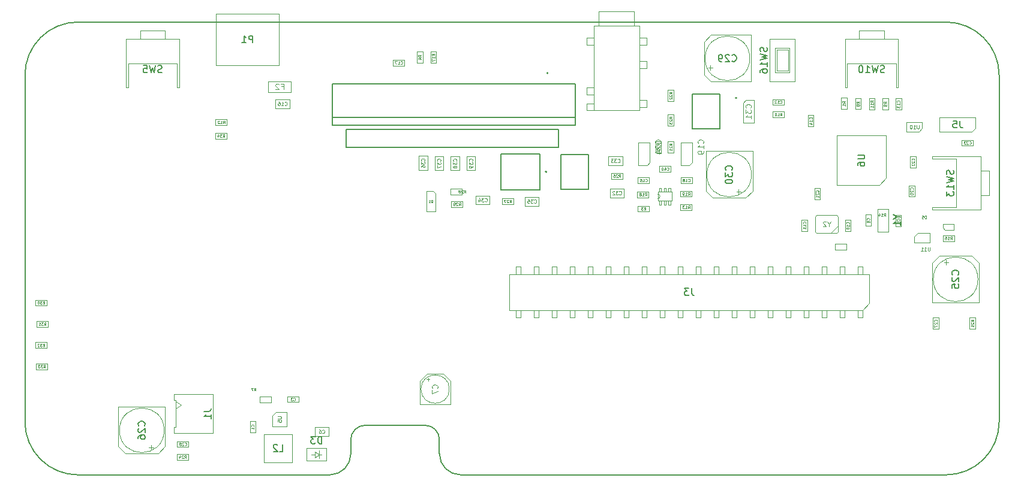
<source format=gbr>
G04 #@! TF.GenerationSoftware,KiCad,Pcbnew,7.0.10*
G04 #@! TF.CreationDate,2024-02-23T17:06:06+08:00*
G04 #@! TF.ProjectId,Teeny_girl,5465656e-795f-4676-9972-6c2e6b696361,rev?*
G04 #@! TF.SameCoordinates,Original*
G04 #@! TF.FileFunction,AssemblyDrawing,Bot*
%FSLAX46Y46*%
G04 Gerber Fmt 4.6, Leading zero omitted, Abs format (unit mm)*
G04 Created by KiCad (PCBNEW 7.0.10) date 2024-02-23 17:06:06*
%MOMM*%
%LPD*%
G01*
G04 APERTURE LIST*
%ADD10C,0.150000*%
%ADD11C,0.060000*%
%ADD12C,0.080000*%
%ADD13C,0.120000*%
%ADD14C,0.050000*%
%ADD15C,0.105000*%
%ADD16C,0.075000*%
%ADD17C,0.100000*%
%ADD18C,0.127000*%
%ADD19C,0.200000*%
%ADD20C,0.025400*%
G04 #@! TA.AperFunction,Profile*
%ADD21C,0.150000*%
G04 #@! TD*
G04 APERTURE END LIST*
D10*
X168148333Y-77271719D02*
X168148333Y-77986004D01*
X168148333Y-77986004D02*
X168195952Y-78128861D01*
X168195952Y-78128861D02*
X168291190Y-78224100D01*
X168291190Y-78224100D02*
X168434047Y-78271719D01*
X168434047Y-78271719D02*
X168529285Y-78271719D01*
X167767380Y-77271719D02*
X167148333Y-77271719D01*
X167148333Y-77271719D02*
X167481666Y-77652671D01*
X167481666Y-77652671D02*
X167338809Y-77652671D01*
X167338809Y-77652671D02*
X167243571Y-77700290D01*
X167243571Y-77700290D02*
X167195952Y-77747909D01*
X167195952Y-77747909D02*
X167148333Y-77843147D01*
X167148333Y-77843147D02*
X167148333Y-78081242D01*
X167148333Y-78081242D02*
X167195952Y-78176480D01*
X167195952Y-78176480D02*
X167243571Y-78224100D01*
X167243571Y-78224100D02*
X167338809Y-78271719D01*
X167338809Y-78271719D02*
X167624523Y-78271719D01*
X167624523Y-78271719D02*
X167719761Y-78224100D01*
X167719761Y-78224100D02*
X167767380Y-78176480D01*
D11*
X204657142Y-70381927D02*
X204790475Y-70191451D01*
X204885713Y-70381927D02*
X204885713Y-69981927D01*
X204885713Y-69981927D02*
X204733332Y-69981927D01*
X204733332Y-69981927D02*
X204695237Y-70000975D01*
X204695237Y-70000975D02*
X204676190Y-70020022D01*
X204676190Y-70020022D02*
X204657142Y-70058118D01*
X204657142Y-70058118D02*
X204657142Y-70115260D01*
X204657142Y-70115260D02*
X204676190Y-70153356D01*
X204676190Y-70153356D02*
X204695237Y-70172403D01*
X204695237Y-70172403D02*
X204733332Y-70191451D01*
X204733332Y-70191451D02*
X204885713Y-70191451D01*
X204276190Y-70381927D02*
X204504761Y-70381927D01*
X204390475Y-70381927D02*
X204390475Y-69981927D01*
X204390475Y-69981927D02*
X204428571Y-70039070D01*
X204428571Y-70039070D02*
X204466666Y-70077165D01*
X204466666Y-70077165D02*
X204504761Y-70096213D01*
X203933333Y-69981927D02*
X204009523Y-69981927D01*
X204009523Y-69981927D02*
X204047619Y-70000975D01*
X204047619Y-70000975D02*
X204066666Y-70020022D01*
X204066666Y-70020022D02*
X204104761Y-70077165D01*
X204104761Y-70077165D02*
X204123809Y-70153356D01*
X204123809Y-70153356D02*
X204123809Y-70305737D01*
X204123809Y-70305737D02*
X204104761Y-70343832D01*
X204104761Y-70343832D02*
X204085714Y-70362880D01*
X204085714Y-70362880D02*
X204047619Y-70381927D01*
X204047619Y-70381927D02*
X203971428Y-70381927D01*
X203971428Y-70381927D02*
X203933333Y-70362880D01*
X203933333Y-70362880D02*
X203914285Y-70343832D01*
X203914285Y-70343832D02*
X203895238Y-70305737D01*
X203895238Y-70305737D02*
X203895238Y-70210499D01*
X203895238Y-70210499D02*
X203914285Y-70172403D01*
X203914285Y-70172403D02*
X203933333Y-70153356D01*
X203933333Y-70153356D02*
X203971428Y-70134308D01*
X203971428Y-70134308D02*
X204047619Y-70134308D01*
X204047619Y-70134308D02*
X204085714Y-70153356D01*
X204085714Y-70153356D02*
X204104761Y-70172403D01*
X204104761Y-70172403D02*
X204123809Y-70210499D01*
X201270237Y-67421927D02*
X201270237Y-67021927D01*
X201270237Y-67021927D02*
X201174999Y-67021927D01*
X201174999Y-67021927D02*
X201117856Y-67040975D01*
X201117856Y-67040975D02*
X201079761Y-67079070D01*
X201079761Y-67079070D02*
X201060714Y-67117165D01*
X201060714Y-67117165D02*
X201041666Y-67193356D01*
X201041666Y-67193356D02*
X201041666Y-67250499D01*
X201041666Y-67250499D02*
X201060714Y-67326689D01*
X201060714Y-67326689D02*
X201079761Y-67364784D01*
X201079761Y-67364784D02*
X201117856Y-67402880D01*
X201117856Y-67402880D02*
X201174999Y-67421927D01*
X201174999Y-67421927D02*
X201270237Y-67421927D01*
X200679761Y-67021927D02*
X200870237Y-67021927D01*
X200870237Y-67021927D02*
X200889285Y-67212403D01*
X200889285Y-67212403D02*
X200870237Y-67193356D01*
X200870237Y-67193356D02*
X200832142Y-67174308D01*
X200832142Y-67174308D02*
X200736904Y-67174308D01*
X200736904Y-67174308D02*
X200698809Y-67193356D01*
X200698809Y-67193356D02*
X200679761Y-67212403D01*
X200679761Y-67212403D02*
X200660714Y-67250499D01*
X200660714Y-67250499D02*
X200660714Y-67345737D01*
X200660714Y-67345737D02*
X200679761Y-67383832D01*
X200679761Y-67383832D02*
X200698809Y-67402880D01*
X200698809Y-67402880D02*
X200736904Y-67421927D01*
X200736904Y-67421927D02*
X200832142Y-67421927D01*
X200832142Y-67421927D02*
X200870237Y-67402880D01*
X200870237Y-67402880D02*
X200889285Y-67383832D01*
D12*
X110721428Y-51379530D02*
X110745237Y-51403340D01*
X110745237Y-51403340D02*
X110816666Y-51427149D01*
X110816666Y-51427149D02*
X110864285Y-51427149D01*
X110864285Y-51427149D02*
X110935713Y-51403340D01*
X110935713Y-51403340D02*
X110983332Y-51355720D01*
X110983332Y-51355720D02*
X111007142Y-51308101D01*
X111007142Y-51308101D02*
X111030951Y-51212863D01*
X111030951Y-51212863D02*
X111030951Y-51141435D01*
X111030951Y-51141435D02*
X111007142Y-51046197D01*
X111007142Y-51046197D02*
X110983332Y-50998578D01*
X110983332Y-50998578D02*
X110935713Y-50950959D01*
X110935713Y-50950959D02*
X110864285Y-50927149D01*
X110864285Y-50927149D02*
X110816666Y-50927149D01*
X110816666Y-50927149D02*
X110745237Y-50950959D01*
X110745237Y-50950959D02*
X110721428Y-50974768D01*
X110245237Y-51427149D02*
X110530951Y-51427149D01*
X110388094Y-51427149D02*
X110388094Y-50927149D01*
X110388094Y-50927149D02*
X110435713Y-50998578D01*
X110435713Y-50998578D02*
X110483332Y-51046197D01*
X110483332Y-51046197D02*
X110530951Y-51070006D01*
X109816666Y-50927149D02*
X109911904Y-50927149D01*
X109911904Y-50927149D02*
X109959523Y-50950959D01*
X109959523Y-50950959D02*
X109983333Y-50974768D01*
X109983333Y-50974768D02*
X110030952Y-51046197D01*
X110030952Y-51046197D02*
X110054761Y-51141435D01*
X110054761Y-51141435D02*
X110054761Y-51331911D01*
X110054761Y-51331911D02*
X110030952Y-51379530D01*
X110030952Y-51379530D02*
X110007142Y-51403340D01*
X110007142Y-51403340D02*
X109959523Y-51427149D01*
X109959523Y-51427149D02*
X109864285Y-51427149D01*
X109864285Y-51427149D02*
X109816666Y-51403340D01*
X109816666Y-51403340D02*
X109792857Y-51379530D01*
X109792857Y-51379530D02*
X109769047Y-51331911D01*
X109769047Y-51331911D02*
X109769047Y-51212863D01*
X109769047Y-51212863D02*
X109792857Y-51165244D01*
X109792857Y-51165244D02*
X109816666Y-51141435D01*
X109816666Y-51141435D02*
X109864285Y-51117625D01*
X109864285Y-51117625D02*
X109959523Y-51117625D01*
X109959523Y-51117625D02*
X110007142Y-51141435D01*
X110007142Y-51141435D02*
X110030952Y-51165244D01*
X110030952Y-51165244D02*
X110054761Y-51212863D01*
D10*
X195354523Y-46739100D02*
X195211666Y-46786719D01*
X195211666Y-46786719D02*
X194973571Y-46786719D01*
X194973571Y-46786719D02*
X194878333Y-46739100D01*
X194878333Y-46739100D02*
X194830714Y-46691480D01*
X194830714Y-46691480D02*
X194783095Y-46596242D01*
X194783095Y-46596242D02*
X194783095Y-46501004D01*
X194783095Y-46501004D02*
X194830714Y-46405766D01*
X194830714Y-46405766D02*
X194878333Y-46358147D01*
X194878333Y-46358147D02*
X194973571Y-46310528D01*
X194973571Y-46310528D02*
X195164047Y-46262909D01*
X195164047Y-46262909D02*
X195259285Y-46215290D01*
X195259285Y-46215290D02*
X195306904Y-46167671D01*
X195306904Y-46167671D02*
X195354523Y-46072433D01*
X195354523Y-46072433D02*
X195354523Y-45977195D01*
X195354523Y-45977195D02*
X195306904Y-45881957D01*
X195306904Y-45881957D02*
X195259285Y-45834338D01*
X195259285Y-45834338D02*
X195164047Y-45786719D01*
X195164047Y-45786719D02*
X194925952Y-45786719D01*
X194925952Y-45786719D02*
X194783095Y-45834338D01*
X194449761Y-45786719D02*
X194211666Y-46786719D01*
X194211666Y-46786719D02*
X194021190Y-46072433D01*
X194021190Y-46072433D02*
X193830714Y-46786719D01*
X193830714Y-46786719D02*
X193592619Y-45786719D01*
X192687857Y-46786719D02*
X193259285Y-46786719D01*
X192973571Y-46786719D02*
X192973571Y-45786719D01*
X192973571Y-45786719D02*
X193068809Y-45929576D01*
X193068809Y-45929576D02*
X193164047Y-46024814D01*
X193164047Y-46024814D02*
X193259285Y-46072433D01*
X192068809Y-45786719D02*
X191973571Y-45786719D01*
X191973571Y-45786719D02*
X191878333Y-45834338D01*
X191878333Y-45834338D02*
X191830714Y-45881957D01*
X191830714Y-45881957D02*
X191783095Y-45977195D01*
X191783095Y-45977195D02*
X191735476Y-46167671D01*
X191735476Y-46167671D02*
X191735476Y-46405766D01*
X191735476Y-46405766D02*
X191783095Y-46596242D01*
X191783095Y-46596242D02*
X191830714Y-46691480D01*
X191830714Y-46691480D02*
X191878333Y-46739100D01*
X191878333Y-46739100D02*
X191973571Y-46786719D01*
X191973571Y-46786719D02*
X192068809Y-46786719D01*
X192068809Y-46786719D02*
X192164047Y-46739100D01*
X192164047Y-46739100D02*
X192211666Y-46691480D01*
X192211666Y-46691480D02*
X192259285Y-46596242D01*
X192259285Y-46596242D02*
X192306904Y-46405766D01*
X192306904Y-46405766D02*
X192306904Y-46167671D01*
X192306904Y-46167671D02*
X192259285Y-45977195D01*
X192259285Y-45977195D02*
X192211666Y-45881957D01*
X192211666Y-45881957D02*
X192164047Y-45834338D01*
X192164047Y-45834338D02*
X192068809Y-45786719D01*
D11*
X185118832Y-53324757D02*
X185137880Y-53305709D01*
X185137880Y-53305709D02*
X185156927Y-53248567D01*
X185156927Y-53248567D02*
X185156927Y-53210471D01*
X185156927Y-53210471D02*
X185137880Y-53153328D01*
X185137880Y-53153328D02*
X185099784Y-53115233D01*
X185099784Y-53115233D02*
X185061689Y-53096186D01*
X185061689Y-53096186D02*
X184985499Y-53077138D01*
X184985499Y-53077138D02*
X184928356Y-53077138D01*
X184928356Y-53077138D02*
X184852165Y-53096186D01*
X184852165Y-53096186D02*
X184814070Y-53115233D01*
X184814070Y-53115233D02*
X184775975Y-53153328D01*
X184775975Y-53153328D02*
X184756927Y-53210471D01*
X184756927Y-53210471D02*
X184756927Y-53248567D01*
X184756927Y-53248567D02*
X184775975Y-53305709D01*
X184775975Y-53305709D02*
X184795022Y-53324757D01*
X185156927Y-53705709D02*
X185156927Y-53477138D01*
X185156927Y-53591424D02*
X184756927Y-53591424D01*
X184756927Y-53591424D02*
X184814070Y-53553328D01*
X184814070Y-53553328D02*
X184852165Y-53515233D01*
X184852165Y-53515233D02*
X184871213Y-53477138D01*
X184890260Y-54048566D02*
X185156927Y-54048566D01*
X184737880Y-53953328D02*
X185023594Y-53858090D01*
X185023594Y-53858090D02*
X185023594Y-54105709D01*
X129981927Y-44533333D02*
X129791451Y-44400000D01*
X129981927Y-44304762D02*
X129581927Y-44304762D01*
X129581927Y-44304762D02*
X129581927Y-44457143D01*
X129581927Y-44457143D02*
X129600975Y-44495238D01*
X129600975Y-44495238D02*
X129620022Y-44514285D01*
X129620022Y-44514285D02*
X129658118Y-44533333D01*
X129658118Y-44533333D02*
X129715260Y-44533333D01*
X129715260Y-44533333D02*
X129753356Y-44514285D01*
X129753356Y-44514285D02*
X129772403Y-44495238D01*
X129772403Y-44495238D02*
X129791451Y-44457143D01*
X129791451Y-44457143D02*
X129791451Y-44304762D01*
X129715260Y-44876190D02*
X129981927Y-44876190D01*
X129562880Y-44780952D02*
X129848594Y-44685714D01*
X129848594Y-44685714D02*
X129848594Y-44933333D01*
X135282142Y-65581927D02*
X135415475Y-65391451D01*
X135510713Y-65581927D02*
X135510713Y-65181927D01*
X135510713Y-65181927D02*
X135358332Y-65181927D01*
X135358332Y-65181927D02*
X135320237Y-65200975D01*
X135320237Y-65200975D02*
X135301190Y-65220022D01*
X135301190Y-65220022D02*
X135282142Y-65258118D01*
X135282142Y-65258118D02*
X135282142Y-65315260D01*
X135282142Y-65315260D02*
X135301190Y-65353356D01*
X135301190Y-65353356D02*
X135320237Y-65372403D01*
X135320237Y-65372403D02*
X135358332Y-65391451D01*
X135358332Y-65391451D02*
X135510713Y-65391451D01*
X135129761Y-65220022D02*
X135110713Y-65200975D01*
X135110713Y-65200975D02*
X135072618Y-65181927D01*
X135072618Y-65181927D02*
X134977380Y-65181927D01*
X134977380Y-65181927D02*
X134939285Y-65200975D01*
X134939285Y-65200975D02*
X134920237Y-65220022D01*
X134920237Y-65220022D02*
X134901190Y-65258118D01*
X134901190Y-65258118D02*
X134901190Y-65296213D01*
X134901190Y-65296213D02*
X134920237Y-65353356D01*
X134920237Y-65353356D02*
X135148809Y-65581927D01*
X135148809Y-65581927D02*
X134901190Y-65581927D01*
X134710714Y-65581927D02*
X134634523Y-65581927D01*
X134634523Y-65581927D02*
X134596428Y-65562880D01*
X134596428Y-65562880D02*
X134577380Y-65543832D01*
X134577380Y-65543832D02*
X134539285Y-65486689D01*
X134539285Y-65486689D02*
X134520238Y-65410499D01*
X134520238Y-65410499D02*
X134520238Y-65258118D01*
X134520238Y-65258118D02*
X134539285Y-65220022D01*
X134539285Y-65220022D02*
X134558333Y-65200975D01*
X134558333Y-65200975D02*
X134596428Y-65181927D01*
X134596428Y-65181927D02*
X134672619Y-65181927D01*
X134672619Y-65181927D02*
X134710714Y-65200975D01*
X134710714Y-65200975D02*
X134729761Y-65220022D01*
X134729761Y-65220022D02*
X134748809Y-65258118D01*
X134748809Y-65258118D02*
X134748809Y-65353356D01*
X134748809Y-65353356D02*
X134729761Y-65391451D01*
X134729761Y-65391451D02*
X134710714Y-65410499D01*
X134710714Y-65410499D02*
X134672619Y-65429546D01*
X134672619Y-65429546D02*
X134596428Y-65429546D01*
X134596428Y-65429546D02*
X134558333Y-65410499D01*
X134558333Y-65410499D02*
X134539285Y-65391451D01*
X134539285Y-65391451D02*
X134520238Y-65353356D01*
X161627142Y-62165732D02*
X161646190Y-62184780D01*
X161646190Y-62184780D02*
X161703332Y-62203827D01*
X161703332Y-62203827D02*
X161741428Y-62203827D01*
X161741428Y-62203827D02*
X161798571Y-62184780D01*
X161798571Y-62184780D02*
X161836666Y-62146684D01*
X161836666Y-62146684D02*
X161855713Y-62108589D01*
X161855713Y-62108589D02*
X161874761Y-62032399D01*
X161874761Y-62032399D02*
X161874761Y-61975256D01*
X161874761Y-61975256D02*
X161855713Y-61899065D01*
X161855713Y-61899065D02*
X161836666Y-61860970D01*
X161836666Y-61860970D02*
X161798571Y-61822875D01*
X161798571Y-61822875D02*
X161741428Y-61803827D01*
X161741428Y-61803827D02*
X161703332Y-61803827D01*
X161703332Y-61803827D02*
X161646190Y-61822875D01*
X161646190Y-61822875D02*
X161627142Y-61841922D01*
X161246190Y-62203827D02*
X161474761Y-62203827D01*
X161360475Y-62203827D02*
X161360475Y-61803827D01*
X161360475Y-61803827D02*
X161398571Y-61860970D01*
X161398571Y-61860970D02*
X161436666Y-61899065D01*
X161436666Y-61899065D02*
X161474761Y-61918113D01*
X160884285Y-61803827D02*
X161074761Y-61803827D01*
X161074761Y-61803827D02*
X161093809Y-61994303D01*
X161093809Y-61994303D02*
X161074761Y-61975256D01*
X161074761Y-61975256D02*
X161036666Y-61956208D01*
X161036666Y-61956208D02*
X160941428Y-61956208D01*
X160941428Y-61956208D02*
X160903333Y-61975256D01*
X160903333Y-61975256D02*
X160884285Y-61994303D01*
X160884285Y-61994303D02*
X160865238Y-62032399D01*
X160865238Y-62032399D02*
X160865238Y-62127637D01*
X160865238Y-62127637D02*
X160884285Y-62165732D01*
X160884285Y-62165732D02*
X160903333Y-62184780D01*
X160903333Y-62184780D02*
X160941428Y-62203827D01*
X160941428Y-62203827D02*
X161036666Y-62203827D01*
X161036666Y-62203827D02*
X161074761Y-62184780D01*
X161074761Y-62184780D02*
X161093809Y-62165732D01*
X161539642Y-64203827D02*
X161672975Y-64013351D01*
X161768213Y-64203827D02*
X161768213Y-63803827D01*
X161768213Y-63803827D02*
X161615832Y-63803827D01*
X161615832Y-63803827D02*
X161577737Y-63822875D01*
X161577737Y-63822875D02*
X161558690Y-63841922D01*
X161558690Y-63841922D02*
X161539642Y-63880018D01*
X161539642Y-63880018D02*
X161539642Y-63937160D01*
X161539642Y-63937160D02*
X161558690Y-63975256D01*
X161558690Y-63975256D02*
X161577737Y-63994303D01*
X161577737Y-63994303D02*
X161615832Y-64013351D01*
X161615832Y-64013351D02*
X161768213Y-64013351D01*
X161158690Y-64203827D02*
X161387261Y-64203827D01*
X161272975Y-64203827D02*
X161272975Y-63803827D01*
X161272975Y-63803827D02*
X161311071Y-63860970D01*
X161311071Y-63860970D02*
X161349166Y-63899065D01*
X161349166Y-63899065D02*
X161387261Y-63918113D01*
X160930119Y-63975256D02*
X160968214Y-63956208D01*
X160968214Y-63956208D02*
X160987261Y-63937160D01*
X160987261Y-63937160D02*
X161006309Y-63899065D01*
X161006309Y-63899065D02*
X161006309Y-63880018D01*
X161006309Y-63880018D02*
X160987261Y-63841922D01*
X160987261Y-63841922D02*
X160968214Y-63822875D01*
X160968214Y-63822875D02*
X160930119Y-63803827D01*
X160930119Y-63803827D02*
X160853928Y-63803827D01*
X160853928Y-63803827D02*
X160815833Y-63822875D01*
X160815833Y-63822875D02*
X160796785Y-63841922D01*
X160796785Y-63841922D02*
X160777738Y-63880018D01*
X160777738Y-63880018D02*
X160777738Y-63899065D01*
X160777738Y-63899065D02*
X160796785Y-63937160D01*
X160796785Y-63937160D02*
X160815833Y-63956208D01*
X160815833Y-63956208D02*
X160853928Y-63975256D01*
X160853928Y-63975256D02*
X160930119Y-63975256D01*
X160930119Y-63975256D02*
X160968214Y-63994303D01*
X160968214Y-63994303D02*
X160987261Y-64013351D01*
X160987261Y-64013351D02*
X161006309Y-64051446D01*
X161006309Y-64051446D02*
X161006309Y-64127637D01*
X161006309Y-64127637D02*
X160987261Y-64165732D01*
X160987261Y-64165732D02*
X160968214Y-64184780D01*
X160968214Y-64184780D02*
X160930119Y-64203827D01*
X160930119Y-64203827D02*
X160853928Y-64203827D01*
X160853928Y-64203827D02*
X160815833Y-64184780D01*
X160815833Y-64184780D02*
X160796785Y-64165732D01*
X160796785Y-64165732D02*
X160777738Y-64127637D01*
X160777738Y-64127637D02*
X160777738Y-64051446D01*
X160777738Y-64051446D02*
X160796785Y-64013351D01*
X160796785Y-64013351D02*
X160815833Y-63994303D01*
X160815833Y-63994303D02*
X160853928Y-63975256D01*
X165376927Y-49764757D02*
X165186451Y-49631424D01*
X165376927Y-49536186D02*
X164976927Y-49536186D01*
X164976927Y-49536186D02*
X164976927Y-49688567D01*
X164976927Y-49688567D02*
X164995975Y-49726662D01*
X164995975Y-49726662D02*
X165015022Y-49745709D01*
X165015022Y-49745709D02*
X165053118Y-49764757D01*
X165053118Y-49764757D02*
X165110260Y-49764757D01*
X165110260Y-49764757D02*
X165148356Y-49745709D01*
X165148356Y-49745709D02*
X165167403Y-49726662D01*
X165167403Y-49726662D02*
X165186451Y-49688567D01*
X165186451Y-49688567D02*
X165186451Y-49536186D01*
X165015022Y-49917138D02*
X164995975Y-49936186D01*
X164995975Y-49936186D02*
X164976927Y-49974281D01*
X164976927Y-49974281D02*
X164976927Y-50069519D01*
X164976927Y-50069519D02*
X164995975Y-50107614D01*
X164995975Y-50107614D02*
X165015022Y-50126662D01*
X165015022Y-50126662D02*
X165053118Y-50145709D01*
X165053118Y-50145709D02*
X165091213Y-50145709D01*
X165091213Y-50145709D02*
X165148356Y-50126662D01*
X165148356Y-50126662D02*
X165376927Y-49898090D01*
X165376927Y-49898090D02*
X165376927Y-50145709D01*
X165015022Y-50298090D02*
X164995975Y-50317138D01*
X164995975Y-50317138D02*
X164976927Y-50355233D01*
X164976927Y-50355233D02*
X164976927Y-50450471D01*
X164976927Y-50450471D02*
X164995975Y-50488566D01*
X164995975Y-50488566D02*
X165015022Y-50507614D01*
X165015022Y-50507614D02*
X165053118Y-50526661D01*
X165053118Y-50526661D02*
X165091213Y-50526661D01*
X165091213Y-50526661D02*
X165148356Y-50507614D01*
X165148356Y-50507614D02*
X165376927Y-50279042D01*
X165376927Y-50279042D02*
X165376927Y-50526661D01*
D10*
X173804580Y-60557142D02*
X173852200Y-60509523D01*
X173852200Y-60509523D02*
X173899819Y-60366666D01*
X173899819Y-60366666D02*
X173899819Y-60271428D01*
X173899819Y-60271428D02*
X173852200Y-60128571D01*
X173852200Y-60128571D02*
X173756961Y-60033333D01*
X173756961Y-60033333D02*
X173661723Y-59985714D01*
X173661723Y-59985714D02*
X173471247Y-59938095D01*
X173471247Y-59938095D02*
X173328390Y-59938095D01*
X173328390Y-59938095D02*
X173137914Y-59985714D01*
X173137914Y-59985714D02*
X173042676Y-60033333D01*
X173042676Y-60033333D02*
X172947438Y-60128571D01*
X172947438Y-60128571D02*
X172899819Y-60271428D01*
X172899819Y-60271428D02*
X172899819Y-60366666D01*
X172899819Y-60366666D02*
X172947438Y-60509523D01*
X172947438Y-60509523D02*
X172995057Y-60557142D01*
X172899819Y-60890476D02*
X172899819Y-61509523D01*
X172899819Y-61509523D02*
X173280771Y-61176190D01*
X173280771Y-61176190D02*
X173280771Y-61319047D01*
X173280771Y-61319047D02*
X173328390Y-61414285D01*
X173328390Y-61414285D02*
X173376009Y-61461904D01*
X173376009Y-61461904D02*
X173471247Y-61509523D01*
X173471247Y-61509523D02*
X173709342Y-61509523D01*
X173709342Y-61509523D02*
X173804580Y-61461904D01*
X173804580Y-61461904D02*
X173852200Y-61414285D01*
X173852200Y-61414285D02*
X173899819Y-61319047D01*
X173899819Y-61319047D02*
X173899819Y-61033333D01*
X173899819Y-61033333D02*
X173852200Y-60938095D01*
X173852200Y-60938095D02*
X173804580Y-60890476D01*
X172899819Y-62128571D02*
X172899819Y-62223809D01*
X172899819Y-62223809D02*
X172947438Y-62319047D01*
X172947438Y-62319047D02*
X172995057Y-62366666D01*
X172995057Y-62366666D02*
X173090295Y-62414285D01*
X173090295Y-62414285D02*
X173280771Y-62461904D01*
X173280771Y-62461904D02*
X173518866Y-62461904D01*
X173518866Y-62461904D02*
X173709342Y-62414285D01*
X173709342Y-62414285D02*
X173804580Y-62366666D01*
X173804580Y-62366666D02*
X173852200Y-62319047D01*
X173852200Y-62319047D02*
X173899819Y-62223809D01*
X173899819Y-62223809D02*
X173899819Y-62128571D01*
X173899819Y-62128571D02*
X173852200Y-62033333D01*
X173852200Y-62033333D02*
X173804580Y-61985714D01*
X173804580Y-61985714D02*
X173709342Y-61938095D01*
X173709342Y-61938095D02*
X173518866Y-61890476D01*
X173518866Y-61890476D02*
X173280771Y-61890476D01*
X173280771Y-61890476D02*
X173090295Y-61938095D01*
X173090295Y-61938095D02*
X172995057Y-61985714D01*
X172995057Y-61985714D02*
X172947438Y-62033333D01*
X172947438Y-62033333D02*
X172899819Y-62128571D01*
D11*
X184228832Y-68117857D02*
X184247880Y-68098809D01*
X184247880Y-68098809D02*
X184266927Y-68041667D01*
X184266927Y-68041667D02*
X184266927Y-68003571D01*
X184266927Y-68003571D02*
X184247880Y-67946428D01*
X184247880Y-67946428D02*
X184209784Y-67908333D01*
X184209784Y-67908333D02*
X184171689Y-67889286D01*
X184171689Y-67889286D02*
X184095499Y-67870238D01*
X184095499Y-67870238D02*
X184038356Y-67870238D01*
X184038356Y-67870238D02*
X183962165Y-67889286D01*
X183962165Y-67889286D02*
X183924070Y-67908333D01*
X183924070Y-67908333D02*
X183885975Y-67946428D01*
X183885975Y-67946428D02*
X183866927Y-68003571D01*
X183866927Y-68003571D02*
X183866927Y-68041667D01*
X183866927Y-68041667D02*
X183885975Y-68098809D01*
X183885975Y-68098809D02*
X183905022Y-68117857D01*
X184266927Y-68498809D02*
X184266927Y-68270238D01*
X184266927Y-68384524D02*
X183866927Y-68384524D01*
X183866927Y-68384524D02*
X183924070Y-68346428D01*
X183924070Y-68346428D02*
X183962165Y-68308333D01*
X183962165Y-68308333D02*
X183981213Y-68270238D01*
X184266927Y-68879761D02*
X184266927Y-68651190D01*
X184266927Y-68765476D02*
X183866927Y-68765476D01*
X183866927Y-68765476D02*
X183924070Y-68727380D01*
X183924070Y-68727380D02*
X183962165Y-68689285D01*
X183962165Y-68689285D02*
X183981213Y-68651190D01*
X197488832Y-50964757D02*
X197507880Y-50945709D01*
X197507880Y-50945709D02*
X197526927Y-50888567D01*
X197526927Y-50888567D02*
X197526927Y-50850471D01*
X197526927Y-50850471D02*
X197507880Y-50793328D01*
X197507880Y-50793328D02*
X197469784Y-50755233D01*
X197469784Y-50755233D02*
X197431689Y-50736186D01*
X197431689Y-50736186D02*
X197355499Y-50717138D01*
X197355499Y-50717138D02*
X197298356Y-50717138D01*
X197298356Y-50717138D02*
X197222165Y-50736186D01*
X197222165Y-50736186D02*
X197184070Y-50755233D01*
X197184070Y-50755233D02*
X197145975Y-50793328D01*
X197145975Y-50793328D02*
X197126927Y-50850471D01*
X197126927Y-50850471D02*
X197126927Y-50888567D01*
X197126927Y-50888567D02*
X197145975Y-50945709D01*
X197145975Y-50945709D02*
X197165022Y-50964757D01*
X197526927Y-51345709D02*
X197526927Y-51117138D01*
X197526927Y-51231424D02*
X197126927Y-51231424D01*
X197126927Y-51231424D02*
X197184070Y-51193328D01*
X197184070Y-51193328D02*
X197222165Y-51155233D01*
X197222165Y-51155233D02*
X197241213Y-51117138D01*
X197126927Y-51479042D02*
X197126927Y-51726661D01*
X197126927Y-51726661D02*
X197279308Y-51593328D01*
X197279308Y-51593328D02*
X197279308Y-51650471D01*
X197279308Y-51650471D02*
X197298356Y-51688566D01*
X197298356Y-51688566D02*
X197317403Y-51707614D01*
X197317403Y-51707614D02*
X197355499Y-51726661D01*
X197355499Y-51726661D02*
X197450737Y-51726661D01*
X197450737Y-51726661D02*
X197488832Y-51707614D01*
X197488832Y-51707614D02*
X197507880Y-51688566D01*
X197507880Y-51688566D02*
X197526927Y-51650471D01*
X197526927Y-51650471D02*
X197526927Y-51536185D01*
X197526927Y-51536185D02*
X197507880Y-51498090D01*
X197507880Y-51498090D02*
X197488832Y-51479042D01*
X190343832Y-68142857D02*
X190362880Y-68123809D01*
X190362880Y-68123809D02*
X190381927Y-68066667D01*
X190381927Y-68066667D02*
X190381927Y-68028571D01*
X190381927Y-68028571D02*
X190362880Y-67971428D01*
X190362880Y-67971428D02*
X190324784Y-67933333D01*
X190324784Y-67933333D02*
X190286689Y-67914286D01*
X190286689Y-67914286D02*
X190210499Y-67895238D01*
X190210499Y-67895238D02*
X190153356Y-67895238D01*
X190153356Y-67895238D02*
X190077165Y-67914286D01*
X190077165Y-67914286D02*
X190039070Y-67933333D01*
X190039070Y-67933333D02*
X190000975Y-67971428D01*
X190000975Y-67971428D02*
X189981927Y-68028571D01*
X189981927Y-68028571D02*
X189981927Y-68066667D01*
X189981927Y-68066667D02*
X190000975Y-68123809D01*
X190000975Y-68123809D02*
X190020022Y-68142857D01*
X190381927Y-68523809D02*
X190381927Y-68295238D01*
X190381927Y-68409524D02*
X189981927Y-68409524D01*
X189981927Y-68409524D02*
X190039070Y-68371428D01*
X190039070Y-68371428D02*
X190077165Y-68333333D01*
X190077165Y-68333333D02*
X190096213Y-68295238D01*
X189981927Y-68771428D02*
X189981927Y-68809523D01*
X189981927Y-68809523D02*
X190000975Y-68847619D01*
X190000975Y-68847619D02*
X190020022Y-68866666D01*
X190020022Y-68866666D02*
X190058118Y-68885714D01*
X190058118Y-68885714D02*
X190134308Y-68904761D01*
X190134308Y-68904761D02*
X190229546Y-68904761D01*
X190229546Y-68904761D02*
X190305737Y-68885714D01*
X190305737Y-68885714D02*
X190343832Y-68866666D01*
X190343832Y-68866666D02*
X190362880Y-68847619D01*
X190362880Y-68847619D02*
X190381927Y-68809523D01*
X190381927Y-68809523D02*
X190381927Y-68771428D01*
X190381927Y-68771428D02*
X190362880Y-68733333D01*
X190362880Y-68733333D02*
X190343832Y-68714285D01*
X190343832Y-68714285D02*
X190305737Y-68695238D01*
X190305737Y-68695238D02*
X190229546Y-68676190D01*
X190229546Y-68676190D02*
X190134308Y-68676190D01*
X190134308Y-68676190D02*
X190058118Y-68695238D01*
X190058118Y-68695238D02*
X190020022Y-68714285D01*
X190020022Y-68714285D02*
X190000975Y-68733333D01*
X190000975Y-68733333D02*
X189981927Y-68771428D01*
D12*
X157921428Y-63979530D02*
X157945237Y-64003340D01*
X157945237Y-64003340D02*
X158016666Y-64027149D01*
X158016666Y-64027149D02*
X158064285Y-64027149D01*
X158064285Y-64027149D02*
X158135713Y-64003340D01*
X158135713Y-64003340D02*
X158183332Y-63955720D01*
X158183332Y-63955720D02*
X158207142Y-63908101D01*
X158207142Y-63908101D02*
X158230951Y-63812863D01*
X158230951Y-63812863D02*
X158230951Y-63741435D01*
X158230951Y-63741435D02*
X158207142Y-63646197D01*
X158207142Y-63646197D02*
X158183332Y-63598578D01*
X158183332Y-63598578D02*
X158135713Y-63550959D01*
X158135713Y-63550959D02*
X158064285Y-63527149D01*
X158064285Y-63527149D02*
X158016666Y-63527149D01*
X158016666Y-63527149D02*
X157945237Y-63550959D01*
X157945237Y-63550959D02*
X157921428Y-63574768D01*
X157754761Y-63527149D02*
X157445237Y-63527149D01*
X157445237Y-63527149D02*
X157611904Y-63717625D01*
X157611904Y-63717625D02*
X157540475Y-63717625D01*
X157540475Y-63717625D02*
X157492856Y-63741435D01*
X157492856Y-63741435D02*
X157469047Y-63765244D01*
X157469047Y-63765244D02*
X157445237Y-63812863D01*
X157445237Y-63812863D02*
X157445237Y-63931911D01*
X157445237Y-63931911D02*
X157469047Y-63979530D01*
X157469047Y-63979530D02*
X157492856Y-64003340D01*
X157492856Y-64003340D02*
X157540475Y-64027149D01*
X157540475Y-64027149D02*
X157683332Y-64027149D01*
X157683332Y-64027149D02*
X157730951Y-64003340D01*
X157730951Y-64003340D02*
X157754761Y-63979530D01*
X157254761Y-63574768D02*
X157230952Y-63550959D01*
X157230952Y-63550959D02*
X157183333Y-63527149D01*
X157183333Y-63527149D02*
X157064285Y-63527149D01*
X157064285Y-63527149D02*
X157016666Y-63550959D01*
X157016666Y-63550959D02*
X156992857Y-63574768D01*
X156992857Y-63574768D02*
X156969047Y-63622387D01*
X156969047Y-63622387D02*
X156969047Y-63670006D01*
X156969047Y-63670006D02*
X156992857Y-63741435D01*
X156992857Y-63741435D02*
X157278571Y-64027149D01*
X157278571Y-64027149D02*
X156969047Y-64027149D01*
D11*
X199348832Y-63274757D02*
X199367880Y-63255709D01*
X199367880Y-63255709D02*
X199386927Y-63198567D01*
X199386927Y-63198567D02*
X199386927Y-63160471D01*
X199386927Y-63160471D02*
X199367880Y-63103328D01*
X199367880Y-63103328D02*
X199329784Y-63065233D01*
X199329784Y-63065233D02*
X199291689Y-63046186D01*
X199291689Y-63046186D02*
X199215499Y-63027138D01*
X199215499Y-63027138D02*
X199158356Y-63027138D01*
X199158356Y-63027138D02*
X199082165Y-63046186D01*
X199082165Y-63046186D02*
X199044070Y-63065233D01*
X199044070Y-63065233D02*
X199005975Y-63103328D01*
X199005975Y-63103328D02*
X198986927Y-63160471D01*
X198986927Y-63160471D02*
X198986927Y-63198567D01*
X198986927Y-63198567D02*
X199005975Y-63255709D01*
X199005975Y-63255709D02*
X199025022Y-63274757D01*
X199025022Y-63427138D02*
X199005975Y-63446186D01*
X199005975Y-63446186D02*
X198986927Y-63484281D01*
X198986927Y-63484281D02*
X198986927Y-63579519D01*
X198986927Y-63579519D02*
X199005975Y-63617614D01*
X199005975Y-63617614D02*
X199025022Y-63636662D01*
X199025022Y-63636662D02*
X199063118Y-63655709D01*
X199063118Y-63655709D02*
X199101213Y-63655709D01*
X199101213Y-63655709D02*
X199158356Y-63636662D01*
X199158356Y-63636662D02*
X199386927Y-63408090D01*
X199386927Y-63408090D02*
X199386927Y-63655709D01*
X198986927Y-63903328D02*
X198986927Y-63941423D01*
X198986927Y-63941423D02*
X199005975Y-63979519D01*
X199005975Y-63979519D02*
X199025022Y-63998566D01*
X199025022Y-63998566D02*
X199063118Y-64017614D01*
X199063118Y-64017614D02*
X199139308Y-64036661D01*
X199139308Y-64036661D02*
X199234546Y-64036661D01*
X199234546Y-64036661D02*
X199310737Y-64017614D01*
X199310737Y-64017614D02*
X199348832Y-63998566D01*
X199348832Y-63998566D02*
X199367880Y-63979519D01*
X199367880Y-63979519D02*
X199386927Y-63941423D01*
X199386927Y-63941423D02*
X199386927Y-63903328D01*
X199386927Y-63903328D02*
X199367880Y-63865233D01*
X199367880Y-63865233D02*
X199348832Y-63846185D01*
X199348832Y-63846185D02*
X199310737Y-63827138D01*
X199310737Y-63827138D02*
X199234546Y-63808090D01*
X199234546Y-63808090D02*
X199139308Y-63808090D01*
X199139308Y-63808090D02*
X199063118Y-63827138D01*
X199063118Y-63827138D02*
X199025022Y-63846185D01*
X199025022Y-63846185D02*
X199005975Y-63865233D01*
X199005975Y-63865233D02*
X198986927Y-63903328D01*
X76672142Y-88503827D02*
X76805475Y-88313351D01*
X76900713Y-88503827D02*
X76900713Y-88103827D01*
X76900713Y-88103827D02*
X76748332Y-88103827D01*
X76748332Y-88103827D02*
X76710237Y-88122875D01*
X76710237Y-88122875D02*
X76691190Y-88141922D01*
X76691190Y-88141922D02*
X76672142Y-88180018D01*
X76672142Y-88180018D02*
X76672142Y-88237160D01*
X76672142Y-88237160D02*
X76691190Y-88275256D01*
X76691190Y-88275256D02*
X76710237Y-88294303D01*
X76710237Y-88294303D02*
X76748332Y-88313351D01*
X76748332Y-88313351D02*
X76900713Y-88313351D01*
X76538809Y-88103827D02*
X76291190Y-88103827D01*
X76291190Y-88103827D02*
X76424523Y-88256208D01*
X76424523Y-88256208D02*
X76367380Y-88256208D01*
X76367380Y-88256208D02*
X76329285Y-88275256D01*
X76329285Y-88275256D02*
X76310237Y-88294303D01*
X76310237Y-88294303D02*
X76291190Y-88332399D01*
X76291190Y-88332399D02*
X76291190Y-88427637D01*
X76291190Y-88427637D02*
X76310237Y-88465732D01*
X76310237Y-88465732D02*
X76329285Y-88484780D01*
X76329285Y-88484780D02*
X76367380Y-88503827D01*
X76367380Y-88503827D02*
X76481666Y-88503827D01*
X76481666Y-88503827D02*
X76519761Y-88484780D01*
X76519761Y-88484780D02*
X76538809Y-88465732D01*
X76157857Y-88103827D02*
X75910238Y-88103827D01*
X75910238Y-88103827D02*
X76043571Y-88256208D01*
X76043571Y-88256208D02*
X75986428Y-88256208D01*
X75986428Y-88256208D02*
X75948333Y-88275256D01*
X75948333Y-88275256D02*
X75929285Y-88294303D01*
X75929285Y-88294303D02*
X75910238Y-88332399D01*
X75910238Y-88332399D02*
X75910238Y-88427637D01*
X75910238Y-88427637D02*
X75929285Y-88465732D01*
X75929285Y-88465732D02*
X75948333Y-88484780D01*
X75948333Y-88484780D02*
X75986428Y-88503827D01*
X75986428Y-88503827D02*
X76100714Y-88503827D01*
X76100714Y-88503827D02*
X76138809Y-88484780D01*
X76138809Y-88484780D02*
X76157857Y-88465732D01*
X165376927Y-53264757D02*
X165186451Y-53131424D01*
X165376927Y-53036186D02*
X164976927Y-53036186D01*
X164976927Y-53036186D02*
X164976927Y-53188567D01*
X164976927Y-53188567D02*
X164995975Y-53226662D01*
X164995975Y-53226662D02*
X165015022Y-53245709D01*
X165015022Y-53245709D02*
X165053118Y-53264757D01*
X165053118Y-53264757D02*
X165110260Y-53264757D01*
X165110260Y-53264757D02*
X165148356Y-53245709D01*
X165148356Y-53245709D02*
X165167403Y-53226662D01*
X165167403Y-53226662D02*
X165186451Y-53188567D01*
X165186451Y-53188567D02*
X165186451Y-53036186D01*
X165015022Y-53417138D02*
X164995975Y-53436186D01*
X164995975Y-53436186D02*
X164976927Y-53474281D01*
X164976927Y-53474281D02*
X164976927Y-53569519D01*
X164976927Y-53569519D02*
X164995975Y-53607614D01*
X164995975Y-53607614D02*
X165015022Y-53626662D01*
X165015022Y-53626662D02*
X165053118Y-53645709D01*
X165053118Y-53645709D02*
X165091213Y-53645709D01*
X165091213Y-53645709D02*
X165148356Y-53626662D01*
X165148356Y-53626662D02*
X165376927Y-53398090D01*
X165376927Y-53398090D02*
X165376927Y-53645709D01*
X164976927Y-53779042D02*
X164976927Y-54026661D01*
X164976927Y-54026661D02*
X165129308Y-53893328D01*
X165129308Y-53893328D02*
X165129308Y-53950471D01*
X165129308Y-53950471D02*
X165148356Y-53988566D01*
X165148356Y-53988566D02*
X165167403Y-54007614D01*
X165167403Y-54007614D02*
X165205499Y-54026661D01*
X165205499Y-54026661D02*
X165300737Y-54026661D01*
X165300737Y-54026661D02*
X165338832Y-54007614D01*
X165338832Y-54007614D02*
X165357880Y-53988566D01*
X165357880Y-53988566D02*
X165376927Y-53950471D01*
X165376927Y-53950471D02*
X165376927Y-53836185D01*
X165376927Y-53836185D02*
X165357880Y-53798090D01*
X165357880Y-53798090D02*
X165338832Y-53779042D01*
X157857142Y-61581927D02*
X157990475Y-61391451D01*
X158085713Y-61581927D02*
X158085713Y-61181927D01*
X158085713Y-61181927D02*
X157933332Y-61181927D01*
X157933332Y-61181927D02*
X157895237Y-61200975D01*
X157895237Y-61200975D02*
X157876190Y-61220022D01*
X157876190Y-61220022D02*
X157857142Y-61258118D01*
X157857142Y-61258118D02*
X157857142Y-61315260D01*
X157857142Y-61315260D02*
X157876190Y-61353356D01*
X157876190Y-61353356D02*
X157895237Y-61372403D01*
X157895237Y-61372403D02*
X157933332Y-61391451D01*
X157933332Y-61391451D02*
X158085713Y-61391451D01*
X157704761Y-61220022D02*
X157685713Y-61200975D01*
X157685713Y-61200975D02*
X157647618Y-61181927D01*
X157647618Y-61181927D02*
X157552380Y-61181927D01*
X157552380Y-61181927D02*
X157514285Y-61200975D01*
X157514285Y-61200975D02*
X157495237Y-61220022D01*
X157495237Y-61220022D02*
X157476190Y-61258118D01*
X157476190Y-61258118D02*
X157476190Y-61296213D01*
X157476190Y-61296213D02*
X157495237Y-61353356D01*
X157495237Y-61353356D02*
X157723809Y-61581927D01*
X157723809Y-61581927D02*
X157476190Y-61581927D01*
X157133333Y-61181927D02*
X157209523Y-61181927D01*
X157209523Y-61181927D02*
X157247619Y-61200975D01*
X157247619Y-61200975D02*
X157266666Y-61220022D01*
X157266666Y-61220022D02*
X157304761Y-61277165D01*
X157304761Y-61277165D02*
X157323809Y-61353356D01*
X157323809Y-61353356D02*
X157323809Y-61505737D01*
X157323809Y-61505737D02*
X157304761Y-61543832D01*
X157304761Y-61543832D02*
X157285714Y-61562880D01*
X157285714Y-61562880D02*
X157247619Y-61581927D01*
X157247619Y-61581927D02*
X157171428Y-61581927D01*
X157171428Y-61581927D02*
X157133333Y-61562880D01*
X157133333Y-61562880D02*
X157114285Y-61543832D01*
X157114285Y-61543832D02*
X157095238Y-61505737D01*
X157095238Y-61505737D02*
X157095238Y-61410499D01*
X157095238Y-61410499D02*
X157114285Y-61372403D01*
X157114285Y-61372403D02*
X157133333Y-61353356D01*
X157133333Y-61353356D02*
X157171428Y-61334308D01*
X157171428Y-61334308D02*
X157247619Y-61334308D01*
X157247619Y-61334308D02*
X157285714Y-61353356D01*
X157285714Y-61353356D02*
X157304761Y-61372403D01*
X157304761Y-61372403D02*
X157323809Y-61410499D01*
D10*
X115933094Y-99226719D02*
X115933094Y-98226719D01*
X115933094Y-98226719D02*
X115694999Y-98226719D01*
X115694999Y-98226719D02*
X115552142Y-98274338D01*
X115552142Y-98274338D02*
X115456904Y-98369576D01*
X115456904Y-98369576D02*
X115409285Y-98464814D01*
X115409285Y-98464814D02*
X115361666Y-98655290D01*
X115361666Y-98655290D02*
X115361666Y-98798147D01*
X115361666Y-98798147D02*
X115409285Y-98988623D01*
X115409285Y-98988623D02*
X115456904Y-99083861D01*
X115456904Y-99083861D02*
X115552142Y-99179100D01*
X115552142Y-99179100D02*
X115694999Y-99226719D01*
X115694999Y-99226719D02*
X115933094Y-99226719D01*
X115028332Y-98226719D02*
X114409285Y-98226719D01*
X114409285Y-98226719D02*
X114742618Y-98607671D01*
X114742618Y-98607671D02*
X114599761Y-98607671D01*
X114599761Y-98607671D02*
X114504523Y-98655290D01*
X114504523Y-98655290D02*
X114456904Y-98702909D01*
X114456904Y-98702909D02*
X114409285Y-98798147D01*
X114409285Y-98798147D02*
X114409285Y-99036242D01*
X114409285Y-99036242D02*
X114456904Y-99131480D01*
X114456904Y-99131480D02*
X114504523Y-99179100D01*
X114504523Y-99179100D02*
X114599761Y-99226719D01*
X114599761Y-99226719D02*
X114885475Y-99226719D01*
X114885475Y-99226719D02*
X114980713Y-99179100D01*
X114980713Y-99179100D02*
X115028332Y-99131480D01*
D12*
X132679530Y-59278571D02*
X132703340Y-59254762D01*
X132703340Y-59254762D02*
X132727149Y-59183333D01*
X132727149Y-59183333D02*
X132727149Y-59135714D01*
X132727149Y-59135714D02*
X132703340Y-59064286D01*
X132703340Y-59064286D02*
X132655720Y-59016667D01*
X132655720Y-59016667D02*
X132608101Y-58992857D01*
X132608101Y-58992857D02*
X132512863Y-58969048D01*
X132512863Y-58969048D02*
X132441435Y-58969048D01*
X132441435Y-58969048D02*
X132346197Y-58992857D01*
X132346197Y-58992857D02*
X132298578Y-59016667D01*
X132298578Y-59016667D02*
X132250959Y-59064286D01*
X132250959Y-59064286D02*
X132227149Y-59135714D01*
X132227149Y-59135714D02*
X132227149Y-59183333D01*
X132227149Y-59183333D02*
X132250959Y-59254762D01*
X132250959Y-59254762D02*
X132274768Y-59278571D01*
X132227149Y-59445238D02*
X132227149Y-59754762D01*
X132227149Y-59754762D02*
X132417625Y-59588095D01*
X132417625Y-59588095D02*
X132417625Y-59659524D01*
X132417625Y-59659524D02*
X132441435Y-59707143D01*
X132441435Y-59707143D02*
X132465244Y-59730952D01*
X132465244Y-59730952D02*
X132512863Y-59754762D01*
X132512863Y-59754762D02*
X132631911Y-59754762D01*
X132631911Y-59754762D02*
X132679530Y-59730952D01*
X132679530Y-59730952D02*
X132703340Y-59707143D01*
X132703340Y-59707143D02*
X132727149Y-59659524D01*
X132727149Y-59659524D02*
X132727149Y-59516667D01*
X132727149Y-59516667D02*
X132703340Y-59469048D01*
X132703340Y-59469048D02*
X132679530Y-59445238D01*
X132227149Y-59921428D02*
X132227149Y-60254761D01*
X132227149Y-60254761D02*
X132727149Y-60040476D01*
D11*
X207322142Y-56855732D02*
X207341190Y-56874780D01*
X207341190Y-56874780D02*
X207398332Y-56893827D01*
X207398332Y-56893827D02*
X207436428Y-56893827D01*
X207436428Y-56893827D02*
X207493571Y-56874780D01*
X207493571Y-56874780D02*
X207531666Y-56836684D01*
X207531666Y-56836684D02*
X207550713Y-56798589D01*
X207550713Y-56798589D02*
X207569761Y-56722399D01*
X207569761Y-56722399D02*
X207569761Y-56665256D01*
X207569761Y-56665256D02*
X207550713Y-56589065D01*
X207550713Y-56589065D02*
X207531666Y-56550970D01*
X207531666Y-56550970D02*
X207493571Y-56512875D01*
X207493571Y-56512875D02*
X207436428Y-56493827D01*
X207436428Y-56493827D02*
X207398332Y-56493827D01*
X207398332Y-56493827D02*
X207341190Y-56512875D01*
X207341190Y-56512875D02*
X207322142Y-56531922D01*
X207169761Y-56531922D02*
X207150713Y-56512875D01*
X207150713Y-56512875D02*
X207112618Y-56493827D01*
X207112618Y-56493827D02*
X207017380Y-56493827D01*
X207017380Y-56493827D02*
X206979285Y-56512875D01*
X206979285Y-56512875D02*
X206960237Y-56531922D01*
X206960237Y-56531922D02*
X206941190Y-56570018D01*
X206941190Y-56570018D02*
X206941190Y-56608113D01*
X206941190Y-56608113D02*
X206960237Y-56665256D01*
X206960237Y-56665256D02*
X207188809Y-56893827D01*
X207188809Y-56893827D02*
X206941190Y-56893827D01*
X206807857Y-56493827D02*
X206560238Y-56493827D01*
X206560238Y-56493827D02*
X206693571Y-56646208D01*
X206693571Y-56646208D02*
X206636428Y-56646208D01*
X206636428Y-56646208D02*
X206598333Y-56665256D01*
X206598333Y-56665256D02*
X206579285Y-56684303D01*
X206579285Y-56684303D02*
X206560238Y-56722399D01*
X206560238Y-56722399D02*
X206560238Y-56817637D01*
X206560238Y-56817637D02*
X206579285Y-56855732D01*
X206579285Y-56855732D02*
X206598333Y-56874780D01*
X206598333Y-56874780D02*
X206636428Y-56893827D01*
X206636428Y-56893827D02*
X206750714Y-56893827D01*
X206750714Y-56893827D02*
X206788809Y-56874780D01*
X206788809Y-56874780D02*
X206807857Y-56855732D01*
D13*
X176482664Y-51757614D02*
X176520760Y-51719518D01*
X176520760Y-51719518D02*
X176558855Y-51605233D01*
X176558855Y-51605233D02*
X176558855Y-51529042D01*
X176558855Y-51529042D02*
X176520760Y-51414756D01*
X176520760Y-51414756D02*
X176444569Y-51338566D01*
X176444569Y-51338566D02*
X176368379Y-51300471D01*
X176368379Y-51300471D02*
X176215998Y-51262375D01*
X176215998Y-51262375D02*
X176101712Y-51262375D01*
X176101712Y-51262375D02*
X175949331Y-51300471D01*
X175949331Y-51300471D02*
X175873140Y-51338566D01*
X175873140Y-51338566D02*
X175796950Y-51414756D01*
X175796950Y-51414756D02*
X175758855Y-51529042D01*
X175758855Y-51529042D02*
X175758855Y-51605233D01*
X175758855Y-51605233D02*
X175796950Y-51719518D01*
X175796950Y-51719518D02*
X175835045Y-51757614D01*
X175758855Y-52024280D02*
X175758855Y-52519518D01*
X175758855Y-52519518D02*
X176063617Y-52252852D01*
X176063617Y-52252852D02*
X176063617Y-52367137D01*
X176063617Y-52367137D02*
X176101712Y-52443328D01*
X176101712Y-52443328D02*
X176139807Y-52481423D01*
X176139807Y-52481423D02*
X176215998Y-52519518D01*
X176215998Y-52519518D02*
X176406474Y-52519518D01*
X176406474Y-52519518D02*
X176482664Y-52481423D01*
X176482664Y-52481423D02*
X176520760Y-52443328D01*
X176520760Y-52443328D02*
X176558855Y-52367137D01*
X176558855Y-52367137D02*
X176558855Y-52138566D01*
X176558855Y-52138566D02*
X176520760Y-52062375D01*
X176520760Y-52062375D02*
X176482664Y-52024280D01*
X176558855Y-53281423D02*
X176558855Y-52824280D01*
X176558855Y-53052852D02*
X175758855Y-53052852D01*
X175758855Y-53052852D02*
X175873140Y-52976661D01*
X175873140Y-52976661D02*
X175949331Y-52900471D01*
X175949331Y-52900471D02*
X175987426Y-52824280D01*
D11*
X189826927Y-51095233D02*
X189636451Y-50961900D01*
X189826927Y-50866662D02*
X189426927Y-50866662D01*
X189426927Y-50866662D02*
X189426927Y-51019043D01*
X189426927Y-51019043D02*
X189445975Y-51057138D01*
X189445975Y-51057138D02*
X189465022Y-51076185D01*
X189465022Y-51076185D02*
X189503118Y-51095233D01*
X189503118Y-51095233D02*
X189560260Y-51095233D01*
X189560260Y-51095233D02*
X189598356Y-51076185D01*
X189598356Y-51076185D02*
X189617403Y-51057138D01*
X189617403Y-51057138D02*
X189636451Y-51019043D01*
X189636451Y-51019043D02*
X189636451Y-50866662D01*
X189826927Y-51476185D02*
X189826927Y-51247614D01*
X189826927Y-51361900D02*
X189426927Y-51361900D01*
X189426927Y-51361900D02*
X189484070Y-51323804D01*
X189484070Y-51323804D02*
X189522165Y-51285709D01*
X189522165Y-51285709D02*
X189541213Y-51247614D01*
X202743832Y-81942857D02*
X202762880Y-81923809D01*
X202762880Y-81923809D02*
X202781927Y-81866667D01*
X202781927Y-81866667D02*
X202781927Y-81828571D01*
X202781927Y-81828571D02*
X202762880Y-81771428D01*
X202762880Y-81771428D02*
X202724784Y-81733333D01*
X202724784Y-81733333D02*
X202686689Y-81714286D01*
X202686689Y-81714286D02*
X202610499Y-81695238D01*
X202610499Y-81695238D02*
X202553356Y-81695238D01*
X202553356Y-81695238D02*
X202477165Y-81714286D01*
X202477165Y-81714286D02*
X202439070Y-81733333D01*
X202439070Y-81733333D02*
X202400975Y-81771428D01*
X202400975Y-81771428D02*
X202381927Y-81828571D01*
X202381927Y-81828571D02*
X202381927Y-81866667D01*
X202381927Y-81866667D02*
X202400975Y-81923809D01*
X202400975Y-81923809D02*
X202420022Y-81942857D01*
X202420022Y-82095238D02*
X202400975Y-82114286D01*
X202400975Y-82114286D02*
X202381927Y-82152381D01*
X202381927Y-82152381D02*
X202381927Y-82247619D01*
X202381927Y-82247619D02*
X202400975Y-82285714D01*
X202400975Y-82285714D02*
X202420022Y-82304762D01*
X202420022Y-82304762D02*
X202458118Y-82323809D01*
X202458118Y-82323809D02*
X202496213Y-82323809D01*
X202496213Y-82323809D02*
X202553356Y-82304762D01*
X202553356Y-82304762D02*
X202781927Y-82076190D01*
X202781927Y-82076190D02*
X202781927Y-82323809D01*
X202381927Y-82457142D02*
X202381927Y-82723809D01*
X202381927Y-82723809D02*
X202781927Y-82552380D01*
D12*
X145921428Y-65179530D02*
X145945237Y-65203340D01*
X145945237Y-65203340D02*
X146016666Y-65227149D01*
X146016666Y-65227149D02*
X146064285Y-65227149D01*
X146064285Y-65227149D02*
X146135713Y-65203340D01*
X146135713Y-65203340D02*
X146183332Y-65155720D01*
X146183332Y-65155720D02*
X146207142Y-65108101D01*
X146207142Y-65108101D02*
X146230951Y-65012863D01*
X146230951Y-65012863D02*
X146230951Y-64941435D01*
X146230951Y-64941435D02*
X146207142Y-64846197D01*
X146207142Y-64846197D02*
X146183332Y-64798578D01*
X146183332Y-64798578D02*
X146135713Y-64750959D01*
X146135713Y-64750959D02*
X146064285Y-64727149D01*
X146064285Y-64727149D02*
X146016666Y-64727149D01*
X146016666Y-64727149D02*
X145945237Y-64750959D01*
X145945237Y-64750959D02*
X145921428Y-64774768D01*
X145754761Y-64727149D02*
X145445237Y-64727149D01*
X145445237Y-64727149D02*
X145611904Y-64917625D01*
X145611904Y-64917625D02*
X145540475Y-64917625D01*
X145540475Y-64917625D02*
X145492856Y-64941435D01*
X145492856Y-64941435D02*
X145469047Y-64965244D01*
X145469047Y-64965244D02*
X145445237Y-65012863D01*
X145445237Y-65012863D02*
X145445237Y-65131911D01*
X145445237Y-65131911D02*
X145469047Y-65179530D01*
X145469047Y-65179530D02*
X145492856Y-65203340D01*
X145492856Y-65203340D02*
X145540475Y-65227149D01*
X145540475Y-65227149D02*
X145683332Y-65227149D01*
X145683332Y-65227149D02*
X145730951Y-65203340D01*
X145730951Y-65203340D02*
X145754761Y-65179530D01*
X144992857Y-64727149D02*
X145230952Y-64727149D01*
X145230952Y-64727149D02*
X145254761Y-64965244D01*
X145254761Y-64965244D02*
X145230952Y-64941435D01*
X145230952Y-64941435D02*
X145183333Y-64917625D01*
X145183333Y-64917625D02*
X145064285Y-64917625D01*
X145064285Y-64917625D02*
X145016666Y-64941435D01*
X145016666Y-64941435D02*
X144992857Y-64965244D01*
X144992857Y-64965244D02*
X144969047Y-65012863D01*
X144969047Y-65012863D02*
X144969047Y-65131911D01*
X144969047Y-65131911D02*
X144992857Y-65179530D01*
X144992857Y-65179530D02*
X145016666Y-65203340D01*
X145016666Y-65203340D02*
X145064285Y-65227149D01*
X145064285Y-65227149D02*
X145183333Y-65227149D01*
X145183333Y-65227149D02*
X145230952Y-65203340D01*
X145230952Y-65203340D02*
X145254761Y-65179530D01*
D11*
X180652142Y-52893827D02*
X180785475Y-52703351D01*
X180880713Y-52893827D02*
X180880713Y-52493827D01*
X180880713Y-52493827D02*
X180728332Y-52493827D01*
X180728332Y-52493827D02*
X180690237Y-52512875D01*
X180690237Y-52512875D02*
X180671190Y-52531922D01*
X180671190Y-52531922D02*
X180652142Y-52570018D01*
X180652142Y-52570018D02*
X180652142Y-52627160D01*
X180652142Y-52627160D02*
X180671190Y-52665256D01*
X180671190Y-52665256D02*
X180690237Y-52684303D01*
X180690237Y-52684303D02*
X180728332Y-52703351D01*
X180728332Y-52703351D02*
X180880713Y-52703351D01*
X180271190Y-52893827D02*
X180499761Y-52893827D01*
X180385475Y-52893827D02*
X180385475Y-52493827D01*
X180385475Y-52493827D02*
X180423571Y-52550970D01*
X180423571Y-52550970D02*
X180461666Y-52589065D01*
X180461666Y-52589065D02*
X180499761Y-52608113D01*
X180023571Y-52493827D02*
X179985476Y-52493827D01*
X179985476Y-52493827D02*
X179947380Y-52512875D01*
X179947380Y-52512875D02*
X179928333Y-52531922D01*
X179928333Y-52531922D02*
X179909285Y-52570018D01*
X179909285Y-52570018D02*
X179890238Y-52646208D01*
X179890238Y-52646208D02*
X179890238Y-52741446D01*
X179890238Y-52741446D02*
X179909285Y-52817637D01*
X179909285Y-52817637D02*
X179928333Y-52855732D01*
X179928333Y-52855732D02*
X179947380Y-52874780D01*
X179947380Y-52874780D02*
X179985476Y-52893827D01*
X179985476Y-52893827D02*
X180023571Y-52893827D01*
X180023571Y-52893827D02*
X180061666Y-52874780D01*
X180061666Y-52874780D02*
X180080714Y-52855732D01*
X180080714Y-52855732D02*
X180099761Y-52817637D01*
X180099761Y-52817637D02*
X180118809Y-52741446D01*
X180118809Y-52741446D02*
X180118809Y-52646208D01*
X180118809Y-52646208D02*
X180099761Y-52570018D01*
X180099761Y-52570018D02*
X180080714Y-52531922D01*
X180080714Y-52531922D02*
X180061666Y-52512875D01*
X180061666Y-52512875D02*
X180023571Y-52493827D01*
X165391927Y-57030357D02*
X165201451Y-56897024D01*
X165391927Y-56801786D02*
X164991927Y-56801786D01*
X164991927Y-56801786D02*
X164991927Y-56954167D01*
X164991927Y-56954167D02*
X165010975Y-56992262D01*
X165010975Y-56992262D02*
X165030022Y-57011309D01*
X165030022Y-57011309D02*
X165068118Y-57030357D01*
X165068118Y-57030357D02*
X165125260Y-57030357D01*
X165125260Y-57030357D02*
X165163356Y-57011309D01*
X165163356Y-57011309D02*
X165182403Y-56992262D01*
X165182403Y-56992262D02*
X165201451Y-56954167D01*
X165201451Y-56954167D02*
X165201451Y-56801786D01*
X165030022Y-57182738D02*
X165010975Y-57201786D01*
X165010975Y-57201786D02*
X164991927Y-57239881D01*
X164991927Y-57239881D02*
X164991927Y-57335119D01*
X164991927Y-57335119D02*
X165010975Y-57373214D01*
X165010975Y-57373214D02*
X165030022Y-57392262D01*
X165030022Y-57392262D02*
X165068118Y-57411309D01*
X165068118Y-57411309D02*
X165106213Y-57411309D01*
X165106213Y-57411309D02*
X165163356Y-57392262D01*
X165163356Y-57392262D02*
X165391927Y-57163690D01*
X165391927Y-57163690D02*
X165391927Y-57411309D01*
X165391927Y-57792261D02*
X165391927Y-57563690D01*
X165391927Y-57677976D02*
X164991927Y-57677976D01*
X164991927Y-57677976D02*
X165049070Y-57639880D01*
X165049070Y-57639880D02*
X165087165Y-57601785D01*
X165087165Y-57601785D02*
X165106213Y-57563690D01*
D10*
X191572319Y-58429995D02*
X192381842Y-58429995D01*
X192381842Y-58429995D02*
X192477080Y-58477614D01*
X192477080Y-58477614D02*
X192524700Y-58525233D01*
X192524700Y-58525233D02*
X192572319Y-58620471D01*
X192572319Y-58620471D02*
X192572319Y-58810947D01*
X192572319Y-58810947D02*
X192524700Y-58906185D01*
X192524700Y-58906185D02*
X192477080Y-58953804D01*
X192477080Y-58953804D02*
X192381842Y-59001423D01*
X192381842Y-59001423D02*
X191572319Y-59001423D01*
X191572319Y-59906185D02*
X191572319Y-59715709D01*
X191572319Y-59715709D02*
X191619938Y-59620471D01*
X191619938Y-59620471D02*
X191667557Y-59572852D01*
X191667557Y-59572852D02*
X191810414Y-59477614D01*
X191810414Y-59477614D02*
X192000890Y-59429995D01*
X192000890Y-59429995D02*
X192381842Y-59429995D01*
X192381842Y-59429995D02*
X192477080Y-59477614D01*
X192477080Y-59477614D02*
X192524700Y-59525233D01*
X192524700Y-59525233D02*
X192572319Y-59620471D01*
X192572319Y-59620471D02*
X192572319Y-59810947D01*
X192572319Y-59810947D02*
X192524700Y-59906185D01*
X192524700Y-59906185D02*
X192477080Y-59953804D01*
X192477080Y-59953804D02*
X192381842Y-60001423D01*
X192381842Y-60001423D02*
X192143747Y-60001423D01*
X192143747Y-60001423D02*
X192048509Y-59953804D01*
X192048509Y-59953804D02*
X192000890Y-59906185D01*
X192000890Y-59906185D02*
X191953271Y-59810947D01*
X191953271Y-59810947D02*
X191953271Y-59620471D01*
X191953271Y-59620471D02*
X192000890Y-59525233D01*
X192000890Y-59525233D02*
X192048509Y-59477614D01*
X192048509Y-59477614D02*
X192143747Y-59429995D01*
D14*
X131367976Y-65175914D02*
X131398452Y-65160676D01*
X131398452Y-65160676D02*
X131428928Y-65130200D01*
X131428928Y-65130200D02*
X131474642Y-65084485D01*
X131474642Y-65084485D02*
X131505119Y-65069247D01*
X131505119Y-65069247D02*
X131535595Y-65069247D01*
X131520357Y-65145438D02*
X131550833Y-65130200D01*
X131550833Y-65130200D02*
X131581309Y-65099723D01*
X131581309Y-65099723D02*
X131596547Y-65038771D01*
X131596547Y-65038771D02*
X131596547Y-64932104D01*
X131596547Y-64932104D02*
X131581309Y-64871152D01*
X131581309Y-64871152D02*
X131550833Y-64840676D01*
X131550833Y-64840676D02*
X131520357Y-64825438D01*
X131520357Y-64825438D02*
X131459404Y-64825438D01*
X131459404Y-64825438D02*
X131428928Y-64840676D01*
X131428928Y-64840676D02*
X131398452Y-64871152D01*
X131398452Y-64871152D02*
X131383214Y-64932104D01*
X131383214Y-64932104D02*
X131383214Y-65038771D01*
X131383214Y-65038771D02*
X131398452Y-65099723D01*
X131398452Y-65099723D02*
X131428928Y-65130200D01*
X131428928Y-65130200D02*
X131459404Y-65145438D01*
X131459404Y-65145438D02*
X131520357Y-65145438D01*
X131078452Y-65145438D02*
X131261309Y-65145438D01*
X131169881Y-65145438D02*
X131169881Y-64825438D01*
X131169881Y-64825438D02*
X131200357Y-64871152D01*
X131200357Y-64871152D02*
X131230833Y-64901628D01*
X131230833Y-64901628D02*
X131261309Y-64916866D01*
D11*
X136002142Y-63811927D02*
X136135475Y-63621451D01*
X136230713Y-63811927D02*
X136230713Y-63411927D01*
X136230713Y-63411927D02*
X136078332Y-63411927D01*
X136078332Y-63411927D02*
X136040237Y-63430975D01*
X136040237Y-63430975D02*
X136021190Y-63450022D01*
X136021190Y-63450022D02*
X136002142Y-63488118D01*
X136002142Y-63488118D02*
X136002142Y-63545260D01*
X136002142Y-63545260D02*
X136021190Y-63583356D01*
X136021190Y-63583356D02*
X136040237Y-63602403D01*
X136040237Y-63602403D02*
X136078332Y-63621451D01*
X136078332Y-63621451D02*
X136230713Y-63621451D01*
X135849761Y-63450022D02*
X135830713Y-63430975D01*
X135830713Y-63430975D02*
X135792618Y-63411927D01*
X135792618Y-63411927D02*
X135697380Y-63411927D01*
X135697380Y-63411927D02*
X135659285Y-63430975D01*
X135659285Y-63430975D02*
X135640237Y-63450022D01*
X135640237Y-63450022D02*
X135621190Y-63488118D01*
X135621190Y-63488118D02*
X135621190Y-63526213D01*
X135621190Y-63526213D02*
X135640237Y-63583356D01*
X135640237Y-63583356D02*
X135868809Y-63811927D01*
X135868809Y-63811927D02*
X135621190Y-63811927D01*
X135392619Y-63583356D02*
X135430714Y-63564308D01*
X135430714Y-63564308D02*
X135449761Y-63545260D01*
X135449761Y-63545260D02*
X135468809Y-63507165D01*
X135468809Y-63507165D02*
X135468809Y-63488118D01*
X135468809Y-63488118D02*
X135449761Y-63450022D01*
X135449761Y-63450022D02*
X135430714Y-63430975D01*
X135430714Y-63430975D02*
X135392619Y-63411927D01*
X135392619Y-63411927D02*
X135316428Y-63411927D01*
X135316428Y-63411927D02*
X135278333Y-63430975D01*
X135278333Y-63430975D02*
X135259285Y-63450022D01*
X135259285Y-63450022D02*
X135240238Y-63488118D01*
X135240238Y-63488118D02*
X135240238Y-63507165D01*
X135240238Y-63507165D02*
X135259285Y-63545260D01*
X135259285Y-63545260D02*
X135278333Y-63564308D01*
X135278333Y-63564308D02*
X135316428Y-63583356D01*
X135316428Y-63583356D02*
X135392619Y-63583356D01*
X135392619Y-63583356D02*
X135430714Y-63602403D01*
X135430714Y-63602403D02*
X135449761Y-63621451D01*
X135449761Y-63621451D02*
X135468809Y-63659546D01*
X135468809Y-63659546D02*
X135468809Y-63735737D01*
X135468809Y-63735737D02*
X135449761Y-63773832D01*
X135449761Y-63773832D02*
X135430714Y-63792880D01*
X135430714Y-63792880D02*
X135392619Y-63811927D01*
X135392619Y-63811927D02*
X135316428Y-63811927D01*
X135316428Y-63811927D02*
X135278333Y-63792880D01*
X135278333Y-63792880D02*
X135259285Y-63773832D01*
X135259285Y-63773832D02*
X135240238Y-63735737D01*
X135240238Y-63735737D02*
X135240238Y-63659546D01*
X135240238Y-63659546D02*
X135259285Y-63621451D01*
X135259285Y-63621451D02*
X135278333Y-63602403D01*
X135278333Y-63602403D02*
X135316428Y-63583356D01*
D13*
X132232664Y-91388567D02*
X132270760Y-91350471D01*
X132270760Y-91350471D02*
X132308855Y-91236186D01*
X132308855Y-91236186D02*
X132308855Y-91159995D01*
X132308855Y-91159995D02*
X132270760Y-91045709D01*
X132270760Y-91045709D02*
X132194569Y-90969519D01*
X132194569Y-90969519D02*
X132118379Y-90931424D01*
X132118379Y-90931424D02*
X131965998Y-90893328D01*
X131965998Y-90893328D02*
X131851712Y-90893328D01*
X131851712Y-90893328D02*
X131699331Y-90931424D01*
X131699331Y-90931424D02*
X131623140Y-90969519D01*
X131623140Y-90969519D02*
X131546950Y-91045709D01*
X131546950Y-91045709D02*
X131508855Y-91159995D01*
X131508855Y-91159995D02*
X131508855Y-91236186D01*
X131508855Y-91236186D02*
X131546950Y-91350471D01*
X131546950Y-91350471D02*
X131585045Y-91388567D01*
X131508855Y-91655233D02*
X131508855Y-92188567D01*
X131508855Y-92188567D02*
X132308855Y-91845709D01*
D12*
X130429530Y-59228571D02*
X130453340Y-59204762D01*
X130453340Y-59204762D02*
X130477149Y-59133333D01*
X130477149Y-59133333D02*
X130477149Y-59085714D01*
X130477149Y-59085714D02*
X130453340Y-59014286D01*
X130453340Y-59014286D02*
X130405720Y-58966667D01*
X130405720Y-58966667D02*
X130358101Y-58942857D01*
X130358101Y-58942857D02*
X130262863Y-58919048D01*
X130262863Y-58919048D02*
X130191435Y-58919048D01*
X130191435Y-58919048D02*
X130096197Y-58942857D01*
X130096197Y-58942857D02*
X130048578Y-58966667D01*
X130048578Y-58966667D02*
X130000959Y-59014286D01*
X130000959Y-59014286D02*
X129977149Y-59085714D01*
X129977149Y-59085714D02*
X129977149Y-59133333D01*
X129977149Y-59133333D02*
X130000959Y-59204762D01*
X130000959Y-59204762D02*
X130024768Y-59228571D01*
X129977149Y-59395238D02*
X129977149Y-59704762D01*
X129977149Y-59704762D02*
X130167625Y-59538095D01*
X130167625Y-59538095D02*
X130167625Y-59609524D01*
X130167625Y-59609524D02*
X130191435Y-59657143D01*
X130191435Y-59657143D02*
X130215244Y-59680952D01*
X130215244Y-59680952D02*
X130262863Y-59704762D01*
X130262863Y-59704762D02*
X130381911Y-59704762D01*
X130381911Y-59704762D02*
X130429530Y-59680952D01*
X130429530Y-59680952D02*
X130453340Y-59657143D01*
X130453340Y-59657143D02*
X130477149Y-59609524D01*
X130477149Y-59609524D02*
X130477149Y-59466667D01*
X130477149Y-59466667D02*
X130453340Y-59419048D01*
X130453340Y-59419048D02*
X130429530Y-59395238D01*
X129977149Y-60133333D02*
X129977149Y-60038095D01*
X129977149Y-60038095D02*
X130000959Y-59990476D01*
X130000959Y-59990476D02*
X130024768Y-59966666D01*
X130024768Y-59966666D02*
X130096197Y-59919047D01*
X130096197Y-59919047D02*
X130191435Y-59895238D01*
X130191435Y-59895238D02*
X130381911Y-59895238D01*
X130381911Y-59895238D02*
X130429530Y-59919047D01*
X130429530Y-59919047D02*
X130453340Y-59942857D01*
X130453340Y-59942857D02*
X130477149Y-59990476D01*
X130477149Y-59990476D02*
X130477149Y-60085714D01*
X130477149Y-60085714D02*
X130453340Y-60133333D01*
X130453340Y-60133333D02*
X130429530Y-60157142D01*
X130429530Y-60157142D02*
X130381911Y-60180952D01*
X130381911Y-60180952D02*
X130262863Y-60180952D01*
X130262863Y-60180952D02*
X130215244Y-60157142D01*
X130215244Y-60157142D02*
X130191435Y-60133333D01*
X130191435Y-60133333D02*
X130167625Y-60085714D01*
X130167625Y-60085714D02*
X130167625Y-59990476D01*
X130167625Y-59990476D02*
X130191435Y-59942857D01*
X130191435Y-59942857D02*
X130215244Y-59919047D01*
X130215244Y-59919047D02*
X130262863Y-59895238D01*
D15*
X187533333Y-68185040D02*
X187533333Y-68518373D01*
X187766666Y-67818373D02*
X187533333Y-68185040D01*
X187533333Y-68185040D02*
X187299999Y-67818373D01*
X187099999Y-67885040D02*
X187066666Y-67851706D01*
X187066666Y-67851706D02*
X186999999Y-67818373D01*
X186999999Y-67818373D02*
X186833333Y-67818373D01*
X186833333Y-67818373D02*
X186766666Y-67851706D01*
X186766666Y-67851706D02*
X186733333Y-67885040D01*
X186733333Y-67885040D02*
X186699999Y-67951706D01*
X186699999Y-67951706D02*
X186699999Y-68018373D01*
X186699999Y-68018373D02*
X186733333Y-68118373D01*
X186733333Y-68118373D02*
X187133333Y-68518373D01*
X187133333Y-68518373D02*
X186699999Y-68518373D01*
D11*
X195656927Y-51165233D02*
X195466451Y-51031900D01*
X195656927Y-50936662D02*
X195256927Y-50936662D01*
X195256927Y-50936662D02*
X195256927Y-51089043D01*
X195256927Y-51089043D02*
X195275975Y-51127138D01*
X195275975Y-51127138D02*
X195295022Y-51146185D01*
X195295022Y-51146185D02*
X195333118Y-51165233D01*
X195333118Y-51165233D02*
X195390260Y-51165233D01*
X195390260Y-51165233D02*
X195428356Y-51146185D01*
X195428356Y-51146185D02*
X195447403Y-51127138D01*
X195447403Y-51127138D02*
X195466451Y-51089043D01*
X195466451Y-51089043D02*
X195466451Y-50936662D01*
X195656927Y-51355709D02*
X195656927Y-51431900D01*
X195656927Y-51431900D02*
X195637880Y-51469995D01*
X195637880Y-51469995D02*
X195618832Y-51489043D01*
X195618832Y-51489043D02*
X195561689Y-51527138D01*
X195561689Y-51527138D02*
X195485499Y-51546185D01*
X195485499Y-51546185D02*
X195333118Y-51546185D01*
X195333118Y-51546185D02*
X195295022Y-51527138D01*
X195295022Y-51527138D02*
X195275975Y-51508090D01*
X195275975Y-51508090D02*
X195256927Y-51469995D01*
X195256927Y-51469995D02*
X195256927Y-51393804D01*
X195256927Y-51393804D02*
X195275975Y-51355709D01*
X195275975Y-51355709D02*
X195295022Y-51336662D01*
X195295022Y-51336662D02*
X195333118Y-51317614D01*
X195333118Y-51317614D02*
X195428356Y-51317614D01*
X195428356Y-51317614D02*
X195466451Y-51336662D01*
X195466451Y-51336662D02*
X195485499Y-51355709D01*
X195485499Y-51355709D02*
X195504546Y-51393804D01*
X195504546Y-51393804D02*
X195504546Y-51469995D01*
X195504546Y-51469995D02*
X195485499Y-51508090D01*
X195485499Y-51508090D02*
X195466451Y-51527138D01*
X195466451Y-51527138D02*
X195428356Y-51546185D01*
X101982142Y-55913827D02*
X102115475Y-55723351D01*
X102210713Y-55913827D02*
X102210713Y-55513827D01*
X102210713Y-55513827D02*
X102058332Y-55513827D01*
X102058332Y-55513827D02*
X102020237Y-55532875D01*
X102020237Y-55532875D02*
X102001190Y-55551922D01*
X102001190Y-55551922D02*
X101982142Y-55590018D01*
X101982142Y-55590018D02*
X101982142Y-55647160D01*
X101982142Y-55647160D02*
X102001190Y-55685256D01*
X102001190Y-55685256D02*
X102020237Y-55704303D01*
X102020237Y-55704303D02*
X102058332Y-55723351D01*
X102058332Y-55723351D02*
X102210713Y-55723351D01*
X101848809Y-55513827D02*
X101601190Y-55513827D01*
X101601190Y-55513827D02*
X101734523Y-55666208D01*
X101734523Y-55666208D02*
X101677380Y-55666208D01*
X101677380Y-55666208D02*
X101639285Y-55685256D01*
X101639285Y-55685256D02*
X101620237Y-55704303D01*
X101620237Y-55704303D02*
X101601190Y-55742399D01*
X101601190Y-55742399D02*
X101601190Y-55837637D01*
X101601190Y-55837637D02*
X101620237Y-55875732D01*
X101620237Y-55875732D02*
X101639285Y-55894780D01*
X101639285Y-55894780D02*
X101677380Y-55913827D01*
X101677380Y-55913827D02*
X101791666Y-55913827D01*
X101791666Y-55913827D02*
X101829761Y-55894780D01*
X101829761Y-55894780D02*
X101848809Y-55875732D01*
X101258333Y-55647160D02*
X101258333Y-55913827D01*
X101353571Y-55494780D02*
X101448809Y-55780494D01*
X101448809Y-55780494D02*
X101201190Y-55780494D01*
D10*
X205059700Y-60582376D02*
X205107319Y-60725233D01*
X205107319Y-60725233D02*
X205107319Y-60963328D01*
X205107319Y-60963328D02*
X205059700Y-61058566D01*
X205059700Y-61058566D02*
X205012080Y-61106185D01*
X205012080Y-61106185D02*
X204916842Y-61153804D01*
X204916842Y-61153804D02*
X204821604Y-61153804D01*
X204821604Y-61153804D02*
X204726366Y-61106185D01*
X204726366Y-61106185D02*
X204678747Y-61058566D01*
X204678747Y-61058566D02*
X204631128Y-60963328D01*
X204631128Y-60963328D02*
X204583509Y-60772852D01*
X204583509Y-60772852D02*
X204535890Y-60677614D01*
X204535890Y-60677614D02*
X204488271Y-60629995D01*
X204488271Y-60629995D02*
X204393033Y-60582376D01*
X204393033Y-60582376D02*
X204297795Y-60582376D01*
X204297795Y-60582376D02*
X204202557Y-60629995D01*
X204202557Y-60629995D02*
X204154938Y-60677614D01*
X204154938Y-60677614D02*
X204107319Y-60772852D01*
X204107319Y-60772852D02*
X204107319Y-61010947D01*
X204107319Y-61010947D02*
X204154938Y-61153804D01*
X204107319Y-61487138D02*
X205107319Y-61725233D01*
X205107319Y-61725233D02*
X204393033Y-61915709D01*
X204393033Y-61915709D02*
X205107319Y-62106185D01*
X205107319Y-62106185D02*
X204107319Y-62344281D01*
X205107319Y-63249042D02*
X205107319Y-62677614D01*
X205107319Y-62963328D02*
X204107319Y-62963328D01*
X204107319Y-62963328D02*
X204250176Y-62868090D01*
X204250176Y-62868090D02*
X204345414Y-62772852D01*
X204345414Y-62772852D02*
X204393033Y-62677614D01*
X204107319Y-63582376D02*
X204107319Y-64201423D01*
X204107319Y-64201423D02*
X204488271Y-63868090D01*
X204488271Y-63868090D02*
X204488271Y-64010947D01*
X204488271Y-64010947D02*
X204535890Y-64106185D01*
X204535890Y-64106185D02*
X204583509Y-64153804D01*
X204583509Y-64153804D02*
X204678747Y-64201423D01*
X204678747Y-64201423D02*
X204916842Y-64201423D01*
X204916842Y-64201423D02*
X205012080Y-64153804D01*
X205012080Y-64153804D02*
X205059700Y-64106185D01*
X205059700Y-64106185D02*
X205107319Y-64010947D01*
X205107319Y-64010947D02*
X205107319Y-63725233D01*
X205107319Y-63725233D02*
X205059700Y-63629995D01*
X205059700Y-63629995D02*
X205012080Y-63582376D01*
D11*
X207981927Y-81942857D02*
X207791451Y-81809524D01*
X207981927Y-81714286D02*
X207581927Y-81714286D01*
X207581927Y-81714286D02*
X207581927Y-81866667D01*
X207581927Y-81866667D02*
X207600975Y-81904762D01*
X207600975Y-81904762D02*
X207620022Y-81923809D01*
X207620022Y-81923809D02*
X207658118Y-81942857D01*
X207658118Y-81942857D02*
X207715260Y-81942857D01*
X207715260Y-81942857D02*
X207753356Y-81923809D01*
X207753356Y-81923809D02*
X207772403Y-81904762D01*
X207772403Y-81904762D02*
X207791451Y-81866667D01*
X207791451Y-81866667D02*
X207791451Y-81714286D01*
X207620022Y-82095238D02*
X207600975Y-82114286D01*
X207600975Y-82114286D02*
X207581927Y-82152381D01*
X207581927Y-82152381D02*
X207581927Y-82247619D01*
X207581927Y-82247619D02*
X207600975Y-82285714D01*
X207600975Y-82285714D02*
X207620022Y-82304762D01*
X207620022Y-82304762D02*
X207658118Y-82323809D01*
X207658118Y-82323809D02*
X207696213Y-82323809D01*
X207696213Y-82323809D02*
X207753356Y-82304762D01*
X207753356Y-82304762D02*
X207981927Y-82076190D01*
X207981927Y-82076190D02*
X207981927Y-82323809D01*
X207581927Y-82685714D02*
X207581927Y-82495238D01*
X207581927Y-82495238D02*
X207772403Y-82476190D01*
X207772403Y-82476190D02*
X207753356Y-82495238D01*
X207753356Y-82495238D02*
X207734308Y-82533333D01*
X207734308Y-82533333D02*
X207734308Y-82628571D01*
X207734308Y-82628571D02*
X207753356Y-82666666D01*
X207753356Y-82666666D02*
X207772403Y-82685714D01*
X207772403Y-82685714D02*
X207810499Y-82704761D01*
X207810499Y-82704761D02*
X207905737Y-82704761D01*
X207905737Y-82704761D02*
X207943832Y-82685714D01*
X207943832Y-82685714D02*
X207962880Y-82666666D01*
X207962880Y-82666666D02*
X207981927Y-82628571D01*
X207981927Y-82628571D02*
X207981927Y-82533333D01*
X207981927Y-82533333D02*
X207962880Y-82495238D01*
X207962880Y-82495238D02*
X207943832Y-82476190D01*
X197478832Y-67675233D02*
X197497880Y-67656185D01*
X197497880Y-67656185D02*
X197516927Y-67599043D01*
X197516927Y-67599043D02*
X197516927Y-67560947D01*
X197516927Y-67560947D02*
X197497880Y-67503804D01*
X197497880Y-67503804D02*
X197459784Y-67465709D01*
X197459784Y-67465709D02*
X197421689Y-67446662D01*
X197421689Y-67446662D02*
X197345499Y-67427614D01*
X197345499Y-67427614D02*
X197288356Y-67427614D01*
X197288356Y-67427614D02*
X197212165Y-67446662D01*
X197212165Y-67446662D02*
X197174070Y-67465709D01*
X197174070Y-67465709D02*
X197135975Y-67503804D01*
X197135975Y-67503804D02*
X197116927Y-67560947D01*
X197116927Y-67560947D02*
X197116927Y-67599043D01*
X197116927Y-67599043D02*
X197135975Y-67656185D01*
X197135975Y-67656185D02*
X197155022Y-67675233D01*
X197516927Y-67865709D02*
X197516927Y-67941900D01*
X197516927Y-67941900D02*
X197497880Y-67979995D01*
X197497880Y-67979995D02*
X197478832Y-67999043D01*
X197478832Y-67999043D02*
X197421689Y-68037138D01*
X197421689Y-68037138D02*
X197345499Y-68056185D01*
X197345499Y-68056185D02*
X197193118Y-68056185D01*
X197193118Y-68056185D02*
X197155022Y-68037138D01*
X197155022Y-68037138D02*
X197135975Y-68018090D01*
X197135975Y-68018090D02*
X197116927Y-67979995D01*
X197116927Y-67979995D02*
X197116927Y-67903804D01*
X197116927Y-67903804D02*
X197135975Y-67865709D01*
X197135975Y-67865709D02*
X197155022Y-67846662D01*
X197155022Y-67846662D02*
X197193118Y-67827614D01*
X197193118Y-67827614D02*
X197288356Y-67827614D01*
X197288356Y-67827614D02*
X197326451Y-67846662D01*
X197326451Y-67846662D02*
X197345499Y-67865709D01*
X197345499Y-67865709D02*
X197364546Y-67903804D01*
X197364546Y-67903804D02*
X197364546Y-67979995D01*
X197364546Y-67979995D02*
X197345499Y-68018090D01*
X197345499Y-68018090D02*
X197326451Y-68037138D01*
X197326451Y-68037138D02*
X197288356Y-68056185D01*
X142457142Y-65181927D02*
X142590475Y-64991451D01*
X142685713Y-65181927D02*
X142685713Y-64781927D01*
X142685713Y-64781927D02*
X142533332Y-64781927D01*
X142533332Y-64781927D02*
X142495237Y-64800975D01*
X142495237Y-64800975D02*
X142476190Y-64820022D01*
X142476190Y-64820022D02*
X142457142Y-64858118D01*
X142457142Y-64858118D02*
X142457142Y-64915260D01*
X142457142Y-64915260D02*
X142476190Y-64953356D01*
X142476190Y-64953356D02*
X142495237Y-64972403D01*
X142495237Y-64972403D02*
X142533332Y-64991451D01*
X142533332Y-64991451D02*
X142685713Y-64991451D01*
X142304761Y-64820022D02*
X142285713Y-64800975D01*
X142285713Y-64800975D02*
X142247618Y-64781927D01*
X142247618Y-64781927D02*
X142152380Y-64781927D01*
X142152380Y-64781927D02*
X142114285Y-64800975D01*
X142114285Y-64800975D02*
X142095237Y-64820022D01*
X142095237Y-64820022D02*
X142076190Y-64858118D01*
X142076190Y-64858118D02*
X142076190Y-64896213D01*
X142076190Y-64896213D02*
X142095237Y-64953356D01*
X142095237Y-64953356D02*
X142323809Y-65181927D01*
X142323809Y-65181927D02*
X142076190Y-65181927D01*
X141942857Y-64781927D02*
X141676190Y-64781927D01*
X141676190Y-64781927D02*
X141847619Y-65181927D01*
D12*
X157721428Y-59451430D02*
X157745237Y-59475240D01*
X157745237Y-59475240D02*
X157816666Y-59499049D01*
X157816666Y-59499049D02*
X157864285Y-59499049D01*
X157864285Y-59499049D02*
X157935713Y-59475240D01*
X157935713Y-59475240D02*
X157983332Y-59427620D01*
X157983332Y-59427620D02*
X158007142Y-59380001D01*
X158007142Y-59380001D02*
X158030951Y-59284763D01*
X158030951Y-59284763D02*
X158030951Y-59213335D01*
X158030951Y-59213335D02*
X158007142Y-59118097D01*
X158007142Y-59118097D02*
X157983332Y-59070478D01*
X157983332Y-59070478D02*
X157935713Y-59022859D01*
X157935713Y-59022859D02*
X157864285Y-58999049D01*
X157864285Y-58999049D02*
X157816666Y-58999049D01*
X157816666Y-58999049D02*
X157745237Y-59022859D01*
X157745237Y-59022859D02*
X157721428Y-59046668D01*
X157554761Y-58999049D02*
X157245237Y-58999049D01*
X157245237Y-58999049D02*
X157411904Y-59189525D01*
X157411904Y-59189525D02*
X157340475Y-59189525D01*
X157340475Y-59189525D02*
X157292856Y-59213335D01*
X157292856Y-59213335D02*
X157269047Y-59237144D01*
X157269047Y-59237144D02*
X157245237Y-59284763D01*
X157245237Y-59284763D02*
X157245237Y-59403811D01*
X157245237Y-59403811D02*
X157269047Y-59451430D01*
X157269047Y-59451430D02*
X157292856Y-59475240D01*
X157292856Y-59475240D02*
X157340475Y-59499049D01*
X157340475Y-59499049D02*
X157483332Y-59499049D01*
X157483332Y-59499049D02*
X157530951Y-59475240D01*
X157530951Y-59475240D02*
X157554761Y-59451430D01*
X157078571Y-58999049D02*
X156769047Y-58999049D01*
X156769047Y-58999049D02*
X156935714Y-59189525D01*
X156935714Y-59189525D02*
X156864285Y-59189525D01*
X156864285Y-59189525D02*
X156816666Y-59213335D01*
X156816666Y-59213335D02*
X156792857Y-59237144D01*
X156792857Y-59237144D02*
X156769047Y-59284763D01*
X156769047Y-59284763D02*
X156769047Y-59403811D01*
X156769047Y-59403811D02*
X156792857Y-59451430D01*
X156792857Y-59451430D02*
X156816666Y-59475240D01*
X156816666Y-59475240D02*
X156864285Y-59499049D01*
X156864285Y-59499049D02*
X157007142Y-59499049D01*
X157007142Y-59499049D02*
X157054761Y-59475240D01*
X157054761Y-59475240D02*
X157078571Y-59451430D01*
D10*
X205759580Y-75357142D02*
X205807200Y-75309523D01*
X205807200Y-75309523D02*
X205854819Y-75166666D01*
X205854819Y-75166666D02*
X205854819Y-75071428D01*
X205854819Y-75071428D02*
X205807200Y-74928571D01*
X205807200Y-74928571D02*
X205711961Y-74833333D01*
X205711961Y-74833333D02*
X205616723Y-74785714D01*
X205616723Y-74785714D02*
X205426247Y-74738095D01*
X205426247Y-74738095D02*
X205283390Y-74738095D01*
X205283390Y-74738095D02*
X205092914Y-74785714D01*
X205092914Y-74785714D02*
X204997676Y-74833333D01*
X204997676Y-74833333D02*
X204902438Y-74928571D01*
X204902438Y-74928571D02*
X204854819Y-75071428D01*
X204854819Y-75071428D02*
X204854819Y-75166666D01*
X204854819Y-75166666D02*
X204902438Y-75309523D01*
X204902438Y-75309523D02*
X204950057Y-75357142D01*
X204950057Y-75738095D02*
X204902438Y-75785714D01*
X204902438Y-75785714D02*
X204854819Y-75880952D01*
X204854819Y-75880952D02*
X204854819Y-76119047D01*
X204854819Y-76119047D02*
X204902438Y-76214285D01*
X204902438Y-76214285D02*
X204950057Y-76261904D01*
X204950057Y-76261904D02*
X205045295Y-76309523D01*
X205045295Y-76309523D02*
X205140533Y-76309523D01*
X205140533Y-76309523D02*
X205283390Y-76261904D01*
X205283390Y-76261904D02*
X205854819Y-75690476D01*
X205854819Y-75690476D02*
X205854819Y-76309523D01*
X204854819Y-77214285D02*
X204854819Y-76738095D01*
X204854819Y-76738095D02*
X205331009Y-76690476D01*
X205331009Y-76690476D02*
X205283390Y-76738095D01*
X205283390Y-76738095D02*
X205235771Y-76833333D01*
X205235771Y-76833333D02*
X205235771Y-77071428D01*
X205235771Y-77071428D02*
X205283390Y-77166666D01*
X205283390Y-77166666D02*
X205331009Y-77214285D01*
X205331009Y-77214285D02*
X205426247Y-77261904D01*
X205426247Y-77261904D02*
X205664342Y-77261904D01*
X205664342Y-77261904D02*
X205759580Y-77214285D01*
X205759580Y-77214285D02*
X205807200Y-77166666D01*
X205807200Y-77166666D02*
X205854819Y-77071428D01*
X205854819Y-77071428D02*
X205854819Y-76833333D01*
X205854819Y-76833333D02*
X205807200Y-76738095D01*
X205807200Y-76738095D02*
X205759580Y-76690476D01*
D12*
X109722149Y-95390947D02*
X110126911Y-95390947D01*
X110126911Y-95390947D02*
X110174530Y-95414757D01*
X110174530Y-95414757D02*
X110198340Y-95438566D01*
X110198340Y-95438566D02*
X110222149Y-95486185D01*
X110222149Y-95486185D02*
X110222149Y-95581423D01*
X110222149Y-95581423D02*
X110198340Y-95629042D01*
X110198340Y-95629042D02*
X110174530Y-95652852D01*
X110174530Y-95652852D02*
X110126911Y-95676661D01*
X110126911Y-95676661D02*
X109722149Y-95676661D01*
X109722149Y-96152852D02*
X109722149Y-95914757D01*
X109722149Y-95914757D02*
X109960244Y-95890948D01*
X109960244Y-95890948D02*
X109936435Y-95914757D01*
X109936435Y-95914757D02*
X109912625Y-95962376D01*
X109912625Y-95962376D02*
X109912625Y-96081424D01*
X109912625Y-96081424D02*
X109936435Y-96129043D01*
X109936435Y-96129043D02*
X109960244Y-96152852D01*
X109960244Y-96152852D02*
X110007863Y-96176662D01*
X110007863Y-96176662D02*
X110126911Y-96176662D01*
X110126911Y-96176662D02*
X110174530Y-96152852D01*
X110174530Y-96152852D02*
X110198340Y-96129043D01*
X110198340Y-96129043D02*
X110222149Y-96081424D01*
X110222149Y-96081424D02*
X110222149Y-95962376D01*
X110222149Y-95962376D02*
X110198340Y-95914757D01*
X110198340Y-95914757D02*
X110174530Y-95890948D01*
D10*
X90904580Y-96699042D02*
X90952200Y-96651423D01*
X90952200Y-96651423D02*
X90999819Y-96508566D01*
X90999819Y-96508566D02*
X90999819Y-96413328D01*
X90999819Y-96413328D02*
X90952200Y-96270471D01*
X90952200Y-96270471D02*
X90856961Y-96175233D01*
X90856961Y-96175233D02*
X90761723Y-96127614D01*
X90761723Y-96127614D02*
X90571247Y-96079995D01*
X90571247Y-96079995D02*
X90428390Y-96079995D01*
X90428390Y-96079995D02*
X90237914Y-96127614D01*
X90237914Y-96127614D02*
X90142676Y-96175233D01*
X90142676Y-96175233D02*
X90047438Y-96270471D01*
X90047438Y-96270471D02*
X89999819Y-96413328D01*
X89999819Y-96413328D02*
X89999819Y-96508566D01*
X89999819Y-96508566D02*
X90047438Y-96651423D01*
X90047438Y-96651423D02*
X90095057Y-96699042D01*
X90095057Y-97079995D02*
X90047438Y-97127614D01*
X90047438Y-97127614D02*
X89999819Y-97222852D01*
X89999819Y-97222852D02*
X89999819Y-97460947D01*
X89999819Y-97460947D02*
X90047438Y-97556185D01*
X90047438Y-97556185D02*
X90095057Y-97603804D01*
X90095057Y-97603804D02*
X90190295Y-97651423D01*
X90190295Y-97651423D02*
X90285533Y-97651423D01*
X90285533Y-97651423D02*
X90428390Y-97603804D01*
X90428390Y-97603804D02*
X90999819Y-97032376D01*
X90999819Y-97032376D02*
X90999819Y-97651423D01*
X89999819Y-98508566D02*
X89999819Y-98318090D01*
X89999819Y-98318090D02*
X90047438Y-98222852D01*
X90047438Y-98222852D02*
X90095057Y-98175233D01*
X90095057Y-98175233D02*
X90237914Y-98079995D01*
X90237914Y-98079995D02*
X90428390Y-98032376D01*
X90428390Y-98032376D02*
X90809342Y-98032376D01*
X90809342Y-98032376D02*
X90904580Y-98079995D01*
X90904580Y-98079995D02*
X90952200Y-98127614D01*
X90952200Y-98127614D02*
X90999819Y-98222852D01*
X90999819Y-98222852D02*
X90999819Y-98413328D01*
X90999819Y-98413328D02*
X90952200Y-98508566D01*
X90952200Y-98508566D02*
X90904580Y-98556185D01*
X90904580Y-98556185D02*
X90809342Y-98603804D01*
X90809342Y-98603804D02*
X90571247Y-98603804D01*
X90571247Y-98603804D02*
X90476009Y-98556185D01*
X90476009Y-98556185D02*
X90428390Y-98508566D01*
X90428390Y-98508566D02*
X90380771Y-98413328D01*
X90380771Y-98413328D02*
X90380771Y-98222852D01*
X90380771Y-98222852D02*
X90428390Y-98127614D01*
X90428390Y-98127614D02*
X90476009Y-98079995D01*
X90476009Y-98079995D02*
X90571247Y-98032376D01*
X109961666Y-100326719D02*
X110437856Y-100326719D01*
X110437856Y-100326719D02*
X110437856Y-99326719D01*
X109675951Y-99421957D02*
X109628332Y-99374338D01*
X109628332Y-99374338D02*
X109533094Y-99326719D01*
X109533094Y-99326719D02*
X109294999Y-99326719D01*
X109294999Y-99326719D02*
X109199761Y-99374338D01*
X109199761Y-99374338D02*
X109152142Y-99421957D01*
X109152142Y-99421957D02*
X109104523Y-99517195D01*
X109104523Y-99517195D02*
X109104523Y-99612433D01*
X109104523Y-99612433D02*
X109152142Y-99755290D01*
X109152142Y-99755290D02*
X109723570Y-100326719D01*
X109723570Y-100326719D02*
X109104523Y-100326719D01*
D11*
X167627142Y-64103827D02*
X167760475Y-63913351D01*
X167855713Y-64103827D02*
X167855713Y-63703827D01*
X167855713Y-63703827D02*
X167703332Y-63703827D01*
X167703332Y-63703827D02*
X167665237Y-63722875D01*
X167665237Y-63722875D02*
X167646190Y-63741922D01*
X167646190Y-63741922D02*
X167627142Y-63780018D01*
X167627142Y-63780018D02*
X167627142Y-63837160D01*
X167627142Y-63837160D02*
X167646190Y-63875256D01*
X167646190Y-63875256D02*
X167665237Y-63894303D01*
X167665237Y-63894303D02*
X167703332Y-63913351D01*
X167703332Y-63913351D02*
X167855713Y-63913351D01*
X167246190Y-64103827D02*
X167474761Y-64103827D01*
X167360475Y-64103827D02*
X167360475Y-63703827D01*
X167360475Y-63703827D02*
X167398571Y-63760970D01*
X167398571Y-63760970D02*
X167436666Y-63799065D01*
X167436666Y-63799065D02*
X167474761Y-63818113D01*
X167055714Y-64103827D02*
X166979523Y-64103827D01*
X166979523Y-64103827D02*
X166941428Y-64084780D01*
X166941428Y-64084780D02*
X166922380Y-64065732D01*
X166922380Y-64065732D02*
X166884285Y-64008589D01*
X166884285Y-64008589D02*
X166865238Y-63932399D01*
X166865238Y-63932399D02*
X166865238Y-63780018D01*
X166865238Y-63780018D02*
X166884285Y-63741922D01*
X166884285Y-63741922D02*
X166903333Y-63722875D01*
X166903333Y-63722875D02*
X166941428Y-63703827D01*
X166941428Y-63703827D02*
X167017619Y-63703827D01*
X167017619Y-63703827D02*
X167055714Y-63722875D01*
X167055714Y-63722875D02*
X167074761Y-63741922D01*
X167074761Y-63741922D02*
X167093809Y-63780018D01*
X167093809Y-63780018D02*
X167093809Y-63875256D01*
X167093809Y-63875256D02*
X167074761Y-63913351D01*
X167074761Y-63913351D02*
X167055714Y-63932399D01*
X167055714Y-63932399D02*
X167017619Y-63951446D01*
X167017619Y-63951446D02*
X166941428Y-63951446D01*
X166941428Y-63951446D02*
X166903333Y-63932399D01*
X166903333Y-63932399D02*
X166884285Y-63913351D01*
X166884285Y-63913351D02*
X166865238Y-63875256D01*
D16*
X201769047Y-71457409D02*
X201769047Y-71862171D01*
X201769047Y-71862171D02*
X201745237Y-71909790D01*
X201745237Y-71909790D02*
X201721428Y-71933600D01*
X201721428Y-71933600D02*
X201673809Y-71957409D01*
X201673809Y-71957409D02*
X201578571Y-71957409D01*
X201578571Y-71957409D02*
X201530952Y-71933600D01*
X201530952Y-71933600D02*
X201507142Y-71909790D01*
X201507142Y-71909790D02*
X201483333Y-71862171D01*
X201483333Y-71862171D02*
X201483333Y-71457409D01*
X200983332Y-71957409D02*
X201269046Y-71957409D01*
X201126189Y-71957409D02*
X201126189Y-71457409D01*
X201126189Y-71457409D02*
X201173808Y-71528838D01*
X201173808Y-71528838D02*
X201221427Y-71576457D01*
X201221427Y-71576457D02*
X201269046Y-71600266D01*
X200507142Y-71957409D02*
X200792856Y-71957409D01*
X200649999Y-71957409D02*
X200649999Y-71457409D01*
X200649999Y-71457409D02*
X200697618Y-71528838D01*
X200697618Y-71528838D02*
X200745237Y-71576457D01*
X200745237Y-71576457D02*
X200792856Y-71600266D01*
D10*
X106203094Y-42566719D02*
X106203094Y-41566719D01*
X106203094Y-41566719D02*
X105822142Y-41566719D01*
X105822142Y-41566719D02*
X105726904Y-41614338D01*
X105726904Y-41614338D02*
X105679285Y-41661957D01*
X105679285Y-41661957D02*
X105631666Y-41757195D01*
X105631666Y-41757195D02*
X105631666Y-41900052D01*
X105631666Y-41900052D02*
X105679285Y-41995290D01*
X105679285Y-41995290D02*
X105726904Y-42042909D01*
X105726904Y-42042909D02*
X105822142Y-42090528D01*
X105822142Y-42090528D02*
X106203094Y-42090528D01*
X104679285Y-42566719D02*
X105250713Y-42566719D01*
X104964999Y-42566719D02*
X104964999Y-41566719D01*
X104964999Y-41566719D02*
X105060237Y-41709576D01*
X105060237Y-41709576D02*
X105155475Y-41804814D01*
X105155475Y-41804814D02*
X105250713Y-41852433D01*
D11*
X164657142Y-60543832D02*
X164676190Y-60562880D01*
X164676190Y-60562880D02*
X164733332Y-60581927D01*
X164733332Y-60581927D02*
X164771428Y-60581927D01*
X164771428Y-60581927D02*
X164828571Y-60562880D01*
X164828571Y-60562880D02*
X164866666Y-60524784D01*
X164866666Y-60524784D02*
X164885713Y-60486689D01*
X164885713Y-60486689D02*
X164904761Y-60410499D01*
X164904761Y-60410499D02*
X164904761Y-60353356D01*
X164904761Y-60353356D02*
X164885713Y-60277165D01*
X164885713Y-60277165D02*
X164866666Y-60239070D01*
X164866666Y-60239070D02*
X164828571Y-60200975D01*
X164828571Y-60200975D02*
X164771428Y-60181927D01*
X164771428Y-60181927D02*
X164733332Y-60181927D01*
X164733332Y-60181927D02*
X164676190Y-60200975D01*
X164676190Y-60200975D02*
X164657142Y-60220022D01*
X164314285Y-60315260D02*
X164314285Y-60581927D01*
X164409523Y-60162880D02*
X164504761Y-60448594D01*
X164504761Y-60448594D02*
X164257142Y-60448594D01*
X164028571Y-60181927D02*
X163990476Y-60181927D01*
X163990476Y-60181927D02*
X163952380Y-60200975D01*
X163952380Y-60200975D02*
X163933333Y-60220022D01*
X163933333Y-60220022D02*
X163914285Y-60258118D01*
X163914285Y-60258118D02*
X163895238Y-60334308D01*
X163895238Y-60334308D02*
X163895238Y-60429546D01*
X163895238Y-60429546D02*
X163914285Y-60505737D01*
X163914285Y-60505737D02*
X163933333Y-60543832D01*
X163933333Y-60543832D02*
X163952380Y-60562880D01*
X163952380Y-60562880D02*
X163990476Y-60581927D01*
X163990476Y-60581927D02*
X164028571Y-60581927D01*
X164028571Y-60581927D02*
X164066666Y-60562880D01*
X164066666Y-60562880D02*
X164085714Y-60543832D01*
X164085714Y-60543832D02*
X164104761Y-60505737D01*
X164104761Y-60505737D02*
X164123809Y-60429546D01*
X164123809Y-60429546D02*
X164123809Y-60334308D01*
X164123809Y-60334308D02*
X164104761Y-60258118D01*
X164104761Y-60258118D02*
X164085714Y-60220022D01*
X164085714Y-60220022D02*
X164066666Y-60200975D01*
X164066666Y-60200975D02*
X164028571Y-60181927D01*
D10*
X178752200Y-43212376D02*
X178799819Y-43355233D01*
X178799819Y-43355233D02*
X178799819Y-43593328D01*
X178799819Y-43593328D02*
X178752200Y-43688566D01*
X178752200Y-43688566D02*
X178704580Y-43736185D01*
X178704580Y-43736185D02*
X178609342Y-43783804D01*
X178609342Y-43783804D02*
X178514104Y-43783804D01*
X178514104Y-43783804D02*
X178418866Y-43736185D01*
X178418866Y-43736185D02*
X178371247Y-43688566D01*
X178371247Y-43688566D02*
X178323628Y-43593328D01*
X178323628Y-43593328D02*
X178276009Y-43402852D01*
X178276009Y-43402852D02*
X178228390Y-43307614D01*
X178228390Y-43307614D02*
X178180771Y-43259995D01*
X178180771Y-43259995D02*
X178085533Y-43212376D01*
X178085533Y-43212376D02*
X177990295Y-43212376D01*
X177990295Y-43212376D02*
X177895057Y-43259995D01*
X177895057Y-43259995D02*
X177847438Y-43307614D01*
X177847438Y-43307614D02*
X177799819Y-43402852D01*
X177799819Y-43402852D02*
X177799819Y-43640947D01*
X177799819Y-43640947D02*
X177847438Y-43783804D01*
X177799819Y-44117138D02*
X178799819Y-44355233D01*
X178799819Y-44355233D02*
X178085533Y-44545709D01*
X178085533Y-44545709D02*
X178799819Y-44736185D01*
X178799819Y-44736185D02*
X177799819Y-44974281D01*
X178799819Y-45879042D02*
X178799819Y-45307614D01*
X178799819Y-45593328D02*
X177799819Y-45593328D01*
X177799819Y-45593328D02*
X177942676Y-45498090D01*
X177942676Y-45498090D02*
X178037914Y-45402852D01*
X178037914Y-45402852D02*
X178085533Y-45307614D01*
X177799819Y-46736185D02*
X177799819Y-46545709D01*
X177799819Y-46545709D02*
X177847438Y-46450471D01*
X177847438Y-46450471D02*
X177895057Y-46402852D01*
X177895057Y-46402852D02*
X178037914Y-46307614D01*
X178037914Y-46307614D02*
X178228390Y-46259995D01*
X178228390Y-46259995D02*
X178609342Y-46259995D01*
X178609342Y-46259995D02*
X178704580Y-46307614D01*
X178704580Y-46307614D02*
X178752200Y-46355233D01*
X178752200Y-46355233D02*
X178799819Y-46450471D01*
X178799819Y-46450471D02*
X178799819Y-46640947D01*
X178799819Y-46640947D02*
X178752200Y-46736185D01*
X178752200Y-46736185D02*
X178704580Y-46783804D01*
X178704580Y-46783804D02*
X178609342Y-46831423D01*
X178609342Y-46831423D02*
X178371247Y-46831423D01*
X178371247Y-46831423D02*
X178276009Y-46783804D01*
X178276009Y-46783804D02*
X178228390Y-46736185D01*
X178228390Y-46736185D02*
X178180771Y-46640947D01*
X178180771Y-46640947D02*
X178180771Y-46450471D01*
X178180771Y-46450471D02*
X178228390Y-46355233D01*
X178228390Y-46355233D02*
X178276009Y-46307614D01*
X178276009Y-46307614D02*
X178371247Y-46259995D01*
D11*
X186028832Y-63664757D02*
X186047880Y-63645709D01*
X186047880Y-63645709D02*
X186066927Y-63588567D01*
X186066927Y-63588567D02*
X186066927Y-63550471D01*
X186066927Y-63550471D02*
X186047880Y-63493328D01*
X186047880Y-63493328D02*
X186009784Y-63455233D01*
X186009784Y-63455233D02*
X185971689Y-63436186D01*
X185971689Y-63436186D02*
X185895499Y-63417138D01*
X185895499Y-63417138D02*
X185838356Y-63417138D01*
X185838356Y-63417138D02*
X185762165Y-63436186D01*
X185762165Y-63436186D02*
X185724070Y-63455233D01*
X185724070Y-63455233D02*
X185685975Y-63493328D01*
X185685975Y-63493328D02*
X185666927Y-63550471D01*
X185666927Y-63550471D02*
X185666927Y-63588567D01*
X185666927Y-63588567D02*
X185685975Y-63645709D01*
X185685975Y-63645709D02*
X185705022Y-63664757D01*
X185705022Y-63817138D02*
X185685975Y-63836186D01*
X185685975Y-63836186D02*
X185666927Y-63874281D01*
X185666927Y-63874281D02*
X185666927Y-63969519D01*
X185666927Y-63969519D02*
X185685975Y-64007614D01*
X185685975Y-64007614D02*
X185705022Y-64026662D01*
X185705022Y-64026662D02*
X185743118Y-64045709D01*
X185743118Y-64045709D02*
X185781213Y-64045709D01*
X185781213Y-64045709D02*
X185838356Y-64026662D01*
X185838356Y-64026662D02*
X186066927Y-63798090D01*
X186066927Y-63798090D02*
X186066927Y-64045709D01*
X186066927Y-64426661D02*
X186066927Y-64198090D01*
X186066927Y-64312376D02*
X185666927Y-64312376D01*
X185666927Y-64312376D02*
X185724070Y-64274280D01*
X185724070Y-64274280D02*
X185762165Y-64236185D01*
X185762165Y-64236185D02*
X185781213Y-64198090D01*
D13*
X163732664Y-56757614D02*
X163770760Y-56719518D01*
X163770760Y-56719518D02*
X163808855Y-56605233D01*
X163808855Y-56605233D02*
X163808855Y-56529042D01*
X163808855Y-56529042D02*
X163770760Y-56414756D01*
X163770760Y-56414756D02*
X163694569Y-56338566D01*
X163694569Y-56338566D02*
X163618379Y-56300471D01*
X163618379Y-56300471D02*
X163465998Y-56262375D01*
X163465998Y-56262375D02*
X163351712Y-56262375D01*
X163351712Y-56262375D02*
X163199331Y-56300471D01*
X163199331Y-56300471D02*
X163123140Y-56338566D01*
X163123140Y-56338566D02*
X163046950Y-56414756D01*
X163046950Y-56414756D02*
X163008855Y-56529042D01*
X163008855Y-56529042D02*
X163008855Y-56605233D01*
X163008855Y-56605233D02*
X163046950Y-56719518D01*
X163046950Y-56719518D02*
X163085045Y-56757614D01*
X163085045Y-57062375D02*
X163046950Y-57100471D01*
X163046950Y-57100471D02*
X163008855Y-57176661D01*
X163008855Y-57176661D02*
X163008855Y-57367137D01*
X163008855Y-57367137D02*
X163046950Y-57443328D01*
X163046950Y-57443328D02*
X163085045Y-57481423D01*
X163085045Y-57481423D02*
X163161236Y-57519518D01*
X163161236Y-57519518D02*
X163237426Y-57519518D01*
X163237426Y-57519518D02*
X163351712Y-57481423D01*
X163351712Y-57481423D02*
X163808855Y-57024280D01*
X163808855Y-57024280D02*
X163808855Y-57519518D01*
X163275521Y-58205233D02*
X163808855Y-58205233D01*
X162970760Y-58014757D02*
X163542188Y-57824280D01*
X163542188Y-57824280D02*
X163542188Y-58319519D01*
D11*
X180632142Y-51085732D02*
X180651190Y-51104780D01*
X180651190Y-51104780D02*
X180708332Y-51123827D01*
X180708332Y-51123827D02*
X180746428Y-51123827D01*
X180746428Y-51123827D02*
X180803571Y-51104780D01*
X180803571Y-51104780D02*
X180841666Y-51066684D01*
X180841666Y-51066684D02*
X180860713Y-51028589D01*
X180860713Y-51028589D02*
X180879761Y-50952399D01*
X180879761Y-50952399D02*
X180879761Y-50895256D01*
X180879761Y-50895256D02*
X180860713Y-50819065D01*
X180860713Y-50819065D02*
X180841666Y-50780970D01*
X180841666Y-50780970D02*
X180803571Y-50742875D01*
X180803571Y-50742875D02*
X180746428Y-50723827D01*
X180746428Y-50723827D02*
X180708332Y-50723827D01*
X180708332Y-50723827D02*
X180651190Y-50742875D01*
X180651190Y-50742875D02*
X180632142Y-50761922D01*
X180251190Y-51123827D02*
X180479761Y-51123827D01*
X180365475Y-51123827D02*
X180365475Y-50723827D01*
X180365475Y-50723827D02*
X180403571Y-50780970D01*
X180403571Y-50780970D02*
X180441666Y-50819065D01*
X180441666Y-50819065D02*
X180479761Y-50838113D01*
X180098809Y-50761922D02*
X180079761Y-50742875D01*
X180079761Y-50742875D02*
X180041666Y-50723827D01*
X180041666Y-50723827D02*
X179946428Y-50723827D01*
X179946428Y-50723827D02*
X179908333Y-50742875D01*
X179908333Y-50742875D02*
X179889285Y-50761922D01*
X179889285Y-50761922D02*
X179870238Y-50800018D01*
X179870238Y-50800018D02*
X179870238Y-50838113D01*
X179870238Y-50838113D02*
X179889285Y-50895256D01*
X179889285Y-50895256D02*
X180117857Y-51123827D01*
X180117857Y-51123827D02*
X179870238Y-51123827D01*
X131876927Y-44342857D02*
X131686451Y-44209524D01*
X131876927Y-44114286D02*
X131476927Y-44114286D01*
X131476927Y-44114286D02*
X131476927Y-44266667D01*
X131476927Y-44266667D02*
X131495975Y-44304762D01*
X131495975Y-44304762D02*
X131515022Y-44323809D01*
X131515022Y-44323809D02*
X131553118Y-44342857D01*
X131553118Y-44342857D02*
X131610260Y-44342857D01*
X131610260Y-44342857D02*
X131648356Y-44323809D01*
X131648356Y-44323809D02*
X131667403Y-44304762D01*
X131667403Y-44304762D02*
X131686451Y-44266667D01*
X131686451Y-44266667D02*
X131686451Y-44114286D01*
X131876927Y-44723809D02*
X131876927Y-44495238D01*
X131876927Y-44609524D02*
X131476927Y-44609524D01*
X131476927Y-44609524D02*
X131534070Y-44571428D01*
X131534070Y-44571428D02*
X131572165Y-44533333D01*
X131572165Y-44533333D02*
X131591213Y-44495238D01*
X131476927Y-44857142D02*
X131476927Y-45123809D01*
X131476927Y-45123809D02*
X131876927Y-44952380D01*
X167627142Y-66003827D02*
X167760475Y-65813351D01*
X167855713Y-66003827D02*
X167855713Y-65603827D01*
X167855713Y-65603827D02*
X167703332Y-65603827D01*
X167703332Y-65603827D02*
X167665237Y-65622875D01*
X167665237Y-65622875D02*
X167646190Y-65641922D01*
X167646190Y-65641922D02*
X167627142Y-65680018D01*
X167627142Y-65680018D02*
X167627142Y-65737160D01*
X167627142Y-65737160D02*
X167646190Y-65775256D01*
X167646190Y-65775256D02*
X167665237Y-65794303D01*
X167665237Y-65794303D02*
X167703332Y-65813351D01*
X167703332Y-65813351D02*
X167855713Y-65813351D01*
X167246190Y-66003827D02*
X167474761Y-66003827D01*
X167360475Y-66003827D02*
X167360475Y-65603827D01*
X167360475Y-65603827D02*
X167398571Y-65660970D01*
X167398571Y-65660970D02*
X167436666Y-65699065D01*
X167436666Y-65699065D02*
X167474761Y-65718113D01*
X167112857Y-65603827D02*
X166865238Y-65603827D01*
X166865238Y-65603827D02*
X166998571Y-65756208D01*
X166998571Y-65756208D02*
X166941428Y-65756208D01*
X166941428Y-65756208D02*
X166903333Y-65775256D01*
X166903333Y-65775256D02*
X166884285Y-65794303D01*
X166884285Y-65794303D02*
X166865238Y-65832399D01*
X166865238Y-65832399D02*
X166865238Y-65927637D01*
X166865238Y-65927637D02*
X166884285Y-65965732D01*
X166884285Y-65965732D02*
X166903333Y-65984780D01*
X166903333Y-65984780D02*
X166941428Y-66003827D01*
X166941428Y-66003827D02*
X167055714Y-66003827D01*
X167055714Y-66003827D02*
X167093809Y-65984780D01*
X167093809Y-65984780D02*
X167112857Y-65965732D01*
D12*
X137179530Y-59278571D02*
X137203340Y-59254762D01*
X137203340Y-59254762D02*
X137227149Y-59183333D01*
X137227149Y-59183333D02*
X137227149Y-59135714D01*
X137227149Y-59135714D02*
X137203340Y-59064286D01*
X137203340Y-59064286D02*
X137155720Y-59016667D01*
X137155720Y-59016667D02*
X137108101Y-58992857D01*
X137108101Y-58992857D02*
X137012863Y-58969048D01*
X137012863Y-58969048D02*
X136941435Y-58969048D01*
X136941435Y-58969048D02*
X136846197Y-58992857D01*
X136846197Y-58992857D02*
X136798578Y-59016667D01*
X136798578Y-59016667D02*
X136750959Y-59064286D01*
X136750959Y-59064286D02*
X136727149Y-59135714D01*
X136727149Y-59135714D02*
X136727149Y-59183333D01*
X136727149Y-59183333D02*
X136750959Y-59254762D01*
X136750959Y-59254762D02*
X136774768Y-59278571D01*
X136727149Y-59445238D02*
X136727149Y-59754762D01*
X136727149Y-59754762D02*
X136917625Y-59588095D01*
X136917625Y-59588095D02*
X136917625Y-59659524D01*
X136917625Y-59659524D02*
X136941435Y-59707143D01*
X136941435Y-59707143D02*
X136965244Y-59730952D01*
X136965244Y-59730952D02*
X137012863Y-59754762D01*
X137012863Y-59754762D02*
X137131911Y-59754762D01*
X137131911Y-59754762D02*
X137179530Y-59730952D01*
X137179530Y-59730952D02*
X137203340Y-59707143D01*
X137203340Y-59707143D02*
X137227149Y-59659524D01*
X137227149Y-59659524D02*
X137227149Y-59516667D01*
X137227149Y-59516667D02*
X137203340Y-59469048D01*
X137203340Y-59469048D02*
X137179530Y-59445238D01*
X137227149Y-59992857D02*
X137227149Y-60088095D01*
X137227149Y-60088095D02*
X137203340Y-60135714D01*
X137203340Y-60135714D02*
X137179530Y-60159523D01*
X137179530Y-60159523D02*
X137108101Y-60207142D01*
X137108101Y-60207142D02*
X137012863Y-60230952D01*
X137012863Y-60230952D02*
X136822387Y-60230952D01*
X136822387Y-60230952D02*
X136774768Y-60207142D01*
X136774768Y-60207142D02*
X136750959Y-60183333D01*
X136750959Y-60183333D02*
X136727149Y-60135714D01*
X136727149Y-60135714D02*
X136727149Y-60040476D01*
X136727149Y-60040476D02*
X136750959Y-59992857D01*
X136750959Y-59992857D02*
X136774768Y-59969047D01*
X136774768Y-59969047D02*
X136822387Y-59945238D01*
X136822387Y-59945238D02*
X136941435Y-59945238D01*
X136941435Y-59945238D02*
X136989054Y-59969047D01*
X136989054Y-59969047D02*
X137012863Y-59992857D01*
X137012863Y-59992857D02*
X137036673Y-60040476D01*
X137036673Y-60040476D02*
X137036673Y-60135714D01*
X137036673Y-60135714D02*
X137012863Y-60183333D01*
X137012863Y-60183333D02*
X136989054Y-60207142D01*
X136989054Y-60207142D02*
X136941435Y-60230952D01*
D11*
X102012142Y-53993827D02*
X102145475Y-53803351D01*
X102240713Y-53993827D02*
X102240713Y-53593827D01*
X102240713Y-53593827D02*
X102088332Y-53593827D01*
X102088332Y-53593827D02*
X102050237Y-53612875D01*
X102050237Y-53612875D02*
X102031190Y-53631922D01*
X102031190Y-53631922D02*
X102012142Y-53670018D01*
X102012142Y-53670018D02*
X102012142Y-53727160D01*
X102012142Y-53727160D02*
X102031190Y-53765256D01*
X102031190Y-53765256D02*
X102050237Y-53784303D01*
X102050237Y-53784303D02*
X102088332Y-53803351D01*
X102088332Y-53803351D02*
X102240713Y-53803351D01*
X101631190Y-53993827D02*
X101859761Y-53993827D01*
X101745475Y-53993827D02*
X101745475Y-53593827D01*
X101745475Y-53593827D02*
X101783571Y-53650970D01*
X101783571Y-53650970D02*
X101821666Y-53689065D01*
X101821666Y-53689065D02*
X101859761Y-53708113D01*
X101478809Y-53631922D02*
X101459761Y-53612875D01*
X101459761Y-53612875D02*
X101421666Y-53593827D01*
X101421666Y-53593827D02*
X101326428Y-53593827D01*
X101326428Y-53593827D02*
X101288333Y-53612875D01*
X101288333Y-53612875D02*
X101269285Y-53631922D01*
X101269285Y-53631922D02*
X101250238Y-53670018D01*
X101250238Y-53670018D02*
X101250238Y-53708113D01*
X101250238Y-53708113D02*
X101269285Y-53765256D01*
X101269285Y-53765256D02*
X101497857Y-53993827D01*
X101497857Y-53993827D02*
X101250238Y-53993827D01*
D16*
X200219047Y-54197409D02*
X200219047Y-54602171D01*
X200219047Y-54602171D02*
X200195237Y-54649790D01*
X200195237Y-54649790D02*
X200171428Y-54673600D01*
X200171428Y-54673600D02*
X200123809Y-54697409D01*
X200123809Y-54697409D02*
X200028571Y-54697409D01*
X200028571Y-54697409D02*
X199980952Y-54673600D01*
X199980952Y-54673600D02*
X199957142Y-54649790D01*
X199957142Y-54649790D02*
X199933333Y-54602171D01*
X199933333Y-54602171D02*
X199933333Y-54197409D01*
X199433332Y-54697409D02*
X199719046Y-54697409D01*
X199576189Y-54697409D02*
X199576189Y-54197409D01*
X199576189Y-54197409D02*
X199623808Y-54268838D01*
X199623808Y-54268838D02*
X199671427Y-54316457D01*
X199671427Y-54316457D02*
X199719046Y-54340266D01*
X199123809Y-54197409D02*
X199076190Y-54197409D01*
X199076190Y-54197409D02*
X199028571Y-54221219D01*
X199028571Y-54221219D02*
X199004761Y-54245028D01*
X199004761Y-54245028D02*
X198980952Y-54292647D01*
X198980952Y-54292647D02*
X198957142Y-54387885D01*
X198957142Y-54387885D02*
X198957142Y-54506933D01*
X198957142Y-54506933D02*
X198980952Y-54602171D01*
X198980952Y-54602171D02*
X199004761Y-54649790D01*
X199004761Y-54649790D02*
X199028571Y-54673600D01*
X199028571Y-54673600D02*
X199076190Y-54697409D01*
X199076190Y-54697409D02*
X199123809Y-54697409D01*
X199123809Y-54697409D02*
X199171428Y-54673600D01*
X199171428Y-54673600D02*
X199195237Y-54649790D01*
X199195237Y-54649790D02*
X199219047Y-54602171D01*
X199219047Y-54602171D02*
X199242856Y-54506933D01*
X199242856Y-54506933D02*
X199242856Y-54387885D01*
X199242856Y-54387885D02*
X199219047Y-54292647D01*
X199219047Y-54292647D02*
X199195237Y-54245028D01*
X199195237Y-54245028D02*
X199171428Y-54221219D01*
X199171428Y-54221219D02*
X199123809Y-54197409D01*
D12*
X116028333Y-97701430D02*
X116052142Y-97725240D01*
X116052142Y-97725240D02*
X116123571Y-97749049D01*
X116123571Y-97749049D02*
X116171190Y-97749049D01*
X116171190Y-97749049D02*
X116242618Y-97725240D01*
X116242618Y-97725240D02*
X116290237Y-97677620D01*
X116290237Y-97677620D02*
X116314047Y-97630001D01*
X116314047Y-97630001D02*
X116337856Y-97534763D01*
X116337856Y-97534763D02*
X116337856Y-97463335D01*
X116337856Y-97463335D02*
X116314047Y-97368097D01*
X116314047Y-97368097D02*
X116290237Y-97320478D01*
X116290237Y-97320478D02*
X116242618Y-97272859D01*
X116242618Y-97272859D02*
X116171190Y-97249049D01*
X116171190Y-97249049D02*
X116123571Y-97249049D01*
X116123571Y-97249049D02*
X116052142Y-97272859D01*
X116052142Y-97272859D02*
X116028333Y-97296668D01*
X115599761Y-97249049D02*
X115694999Y-97249049D01*
X115694999Y-97249049D02*
X115742618Y-97272859D01*
X115742618Y-97272859D02*
X115766428Y-97296668D01*
X115766428Y-97296668D02*
X115814047Y-97368097D01*
X115814047Y-97368097D02*
X115837856Y-97463335D01*
X115837856Y-97463335D02*
X115837856Y-97653811D01*
X115837856Y-97653811D02*
X115814047Y-97701430D01*
X115814047Y-97701430D02*
X115790237Y-97725240D01*
X115790237Y-97725240D02*
X115742618Y-97749049D01*
X115742618Y-97749049D02*
X115647380Y-97749049D01*
X115647380Y-97749049D02*
X115599761Y-97725240D01*
X115599761Y-97725240D02*
X115575952Y-97701430D01*
X115575952Y-97701430D02*
X115552142Y-97653811D01*
X115552142Y-97653811D02*
X115552142Y-97534763D01*
X115552142Y-97534763D02*
X115575952Y-97487144D01*
X115575952Y-97487144D02*
X115599761Y-97463335D01*
X115599761Y-97463335D02*
X115647380Y-97439525D01*
X115647380Y-97439525D02*
X115742618Y-97439525D01*
X115742618Y-97439525D02*
X115790237Y-97463335D01*
X115790237Y-97463335D02*
X115814047Y-97487144D01*
X115814047Y-97487144D02*
X115837856Y-97534763D01*
D11*
X163626927Y-57014757D02*
X163436451Y-56881424D01*
X163626927Y-56786186D02*
X163226927Y-56786186D01*
X163226927Y-56786186D02*
X163226927Y-56938567D01*
X163226927Y-56938567D02*
X163245975Y-56976662D01*
X163245975Y-56976662D02*
X163265022Y-56995709D01*
X163265022Y-56995709D02*
X163303118Y-57014757D01*
X163303118Y-57014757D02*
X163360260Y-57014757D01*
X163360260Y-57014757D02*
X163398356Y-56995709D01*
X163398356Y-56995709D02*
X163417403Y-56976662D01*
X163417403Y-56976662D02*
X163436451Y-56938567D01*
X163436451Y-56938567D02*
X163436451Y-56786186D01*
X163265022Y-57167138D02*
X163245975Y-57186186D01*
X163245975Y-57186186D02*
X163226927Y-57224281D01*
X163226927Y-57224281D02*
X163226927Y-57319519D01*
X163226927Y-57319519D02*
X163245975Y-57357614D01*
X163245975Y-57357614D02*
X163265022Y-57376662D01*
X163265022Y-57376662D02*
X163303118Y-57395709D01*
X163303118Y-57395709D02*
X163341213Y-57395709D01*
X163341213Y-57395709D02*
X163398356Y-57376662D01*
X163398356Y-57376662D02*
X163626927Y-57148090D01*
X163626927Y-57148090D02*
X163626927Y-57395709D01*
X163226927Y-57643328D02*
X163226927Y-57681423D01*
X163226927Y-57681423D02*
X163245975Y-57719519D01*
X163245975Y-57719519D02*
X163265022Y-57738566D01*
X163265022Y-57738566D02*
X163303118Y-57757614D01*
X163303118Y-57757614D02*
X163379308Y-57776661D01*
X163379308Y-57776661D02*
X163474546Y-57776661D01*
X163474546Y-57776661D02*
X163550737Y-57757614D01*
X163550737Y-57757614D02*
X163588832Y-57738566D01*
X163588832Y-57738566D02*
X163607880Y-57719519D01*
X163607880Y-57719519D02*
X163626927Y-57681423D01*
X163626927Y-57681423D02*
X163626927Y-57643328D01*
X163626927Y-57643328D02*
X163607880Y-57605233D01*
X163607880Y-57605233D02*
X163588832Y-57586185D01*
X163588832Y-57586185D02*
X163550737Y-57567138D01*
X163550737Y-57567138D02*
X163474546Y-57548090D01*
X163474546Y-57548090D02*
X163379308Y-57548090D01*
X163379308Y-57548090D02*
X163303118Y-57567138D01*
X163303118Y-57567138D02*
X163265022Y-57586185D01*
X163265022Y-57586185D02*
X163245975Y-57605233D01*
X163245975Y-57605233D02*
X163226927Y-57643328D01*
X76587142Y-85503827D02*
X76720475Y-85313351D01*
X76815713Y-85503827D02*
X76815713Y-85103827D01*
X76815713Y-85103827D02*
X76663332Y-85103827D01*
X76663332Y-85103827D02*
X76625237Y-85122875D01*
X76625237Y-85122875D02*
X76606190Y-85141922D01*
X76606190Y-85141922D02*
X76587142Y-85180018D01*
X76587142Y-85180018D02*
X76587142Y-85237160D01*
X76587142Y-85237160D02*
X76606190Y-85275256D01*
X76606190Y-85275256D02*
X76625237Y-85294303D01*
X76625237Y-85294303D02*
X76663332Y-85313351D01*
X76663332Y-85313351D02*
X76815713Y-85313351D01*
X76453809Y-85103827D02*
X76206190Y-85103827D01*
X76206190Y-85103827D02*
X76339523Y-85256208D01*
X76339523Y-85256208D02*
X76282380Y-85256208D01*
X76282380Y-85256208D02*
X76244285Y-85275256D01*
X76244285Y-85275256D02*
X76225237Y-85294303D01*
X76225237Y-85294303D02*
X76206190Y-85332399D01*
X76206190Y-85332399D02*
X76206190Y-85427637D01*
X76206190Y-85427637D02*
X76225237Y-85465732D01*
X76225237Y-85465732D02*
X76244285Y-85484780D01*
X76244285Y-85484780D02*
X76282380Y-85503827D01*
X76282380Y-85503827D02*
X76396666Y-85503827D01*
X76396666Y-85503827D02*
X76434761Y-85484780D01*
X76434761Y-85484780D02*
X76453809Y-85465732D01*
X76053809Y-85141922D02*
X76034761Y-85122875D01*
X76034761Y-85122875D02*
X75996666Y-85103827D01*
X75996666Y-85103827D02*
X75901428Y-85103827D01*
X75901428Y-85103827D02*
X75863333Y-85122875D01*
X75863333Y-85122875D02*
X75844285Y-85141922D01*
X75844285Y-85141922D02*
X75825238Y-85180018D01*
X75825238Y-85180018D02*
X75825238Y-85218113D01*
X75825238Y-85218113D02*
X75844285Y-85275256D01*
X75844285Y-85275256D02*
X76072857Y-85503827D01*
X76072857Y-85503827D02*
X75825238Y-85503827D01*
X106386666Y-91753827D02*
X106519999Y-91563351D01*
X106615237Y-91753827D02*
X106615237Y-91353827D01*
X106615237Y-91353827D02*
X106462856Y-91353827D01*
X106462856Y-91353827D02*
X106424761Y-91372875D01*
X106424761Y-91372875D02*
X106405714Y-91391922D01*
X106405714Y-91391922D02*
X106386666Y-91430018D01*
X106386666Y-91430018D02*
X106386666Y-91487160D01*
X106386666Y-91487160D02*
X106405714Y-91525256D01*
X106405714Y-91525256D02*
X106424761Y-91544303D01*
X106424761Y-91544303D02*
X106462856Y-91563351D01*
X106462856Y-91563351D02*
X106615237Y-91563351D01*
X106253333Y-91353827D02*
X105986666Y-91353827D01*
X105986666Y-91353827D02*
X106158095Y-91753827D01*
X167652142Y-62165732D02*
X167671190Y-62184780D01*
X167671190Y-62184780D02*
X167728332Y-62203827D01*
X167728332Y-62203827D02*
X167766428Y-62203827D01*
X167766428Y-62203827D02*
X167823571Y-62184780D01*
X167823571Y-62184780D02*
X167861666Y-62146684D01*
X167861666Y-62146684D02*
X167880713Y-62108589D01*
X167880713Y-62108589D02*
X167899761Y-62032399D01*
X167899761Y-62032399D02*
X167899761Y-61975256D01*
X167899761Y-61975256D02*
X167880713Y-61899065D01*
X167880713Y-61899065D02*
X167861666Y-61860970D01*
X167861666Y-61860970D02*
X167823571Y-61822875D01*
X167823571Y-61822875D02*
X167766428Y-61803827D01*
X167766428Y-61803827D02*
X167728332Y-61803827D01*
X167728332Y-61803827D02*
X167671190Y-61822875D01*
X167671190Y-61822875D02*
X167652142Y-61841922D01*
X167271190Y-62203827D02*
X167499761Y-62203827D01*
X167385475Y-62203827D02*
X167385475Y-61803827D01*
X167385475Y-61803827D02*
X167423571Y-61860970D01*
X167423571Y-61860970D02*
X167461666Y-61899065D01*
X167461666Y-61899065D02*
X167499761Y-61918113D01*
X167042619Y-61975256D02*
X167080714Y-61956208D01*
X167080714Y-61956208D02*
X167099761Y-61937160D01*
X167099761Y-61937160D02*
X167118809Y-61899065D01*
X167118809Y-61899065D02*
X167118809Y-61880018D01*
X167118809Y-61880018D02*
X167099761Y-61841922D01*
X167099761Y-61841922D02*
X167080714Y-61822875D01*
X167080714Y-61822875D02*
X167042619Y-61803827D01*
X167042619Y-61803827D02*
X166966428Y-61803827D01*
X166966428Y-61803827D02*
X166928333Y-61822875D01*
X166928333Y-61822875D02*
X166909285Y-61841922D01*
X166909285Y-61841922D02*
X166890238Y-61880018D01*
X166890238Y-61880018D02*
X166890238Y-61899065D01*
X166890238Y-61899065D02*
X166909285Y-61937160D01*
X166909285Y-61937160D02*
X166928333Y-61956208D01*
X166928333Y-61956208D02*
X166966428Y-61975256D01*
X166966428Y-61975256D02*
X167042619Y-61975256D01*
X167042619Y-61975256D02*
X167080714Y-61994303D01*
X167080714Y-61994303D02*
X167099761Y-62013351D01*
X167099761Y-62013351D02*
X167118809Y-62051446D01*
X167118809Y-62051446D02*
X167118809Y-62127637D01*
X167118809Y-62127637D02*
X167099761Y-62165732D01*
X167099761Y-62165732D02*
X167080714Y-62184780D01*
X167080714Y-62184780D02*
X167042619Y-62203827D01*
X167042619Y-62203827D02*
X166966428Y-62203827D01*
X166966428Y-62203827D02*
X166928333Y-62184780D01*
X166928333Y-62184780D02*
X166909285Y-62165732D01*
X166909285Y-62165732D02*
X166890238Y-62127637D01*
X166890238Y-62127637D02*
X166890238Y-62051446D01*
X166890238Y-62051446D02*
X166909285Y-62013351D01*
X166909285Y-62013351D02*
X166928333Y-61994303D01*
X166928333Y-61994303D02*
X166966428Y-61975256D01*
D13*
X110266666Y-48744807D02*
X110533332Y-48744807D01*
X110533332Y-49163855D02*
X110533332Y-48363855D01*
X110533332Y-48363855D02*
X110152380Y-48363855D01*
X109885714Y-48440045D02*
X109847618Y-48401950D01*
X109847618Y-48401950D02*
X109771428Y-48363855D01*
X109771428Y-48363855D02*
X109580952Y-48363855D01*
X109580952Y-48363855D02*
X109504761Y-48401950D01*
X109504761Y-48401950D02*
X109466666Y-48440045D01*
X109466666Y-48440045D02*
X109428571Y-48516236D01*
X109428571Y-48516236D02*
X109428571Y-48592426D01*
X109428571Y-48592426D02*
X109466666Y-48706712D01*
X109466666Y-48706712D02*
X109923809Y-49163855D01*
X109923809Y-49163855D02*
X109428571Y-49163855D01*
D11*
X96532142Y-101293827D02*
X96665475Y-101103351D01*
X96760713Y-101293827D02*
X96760713Y-100893827D01*
X96760713Y-100893827D02*
X96608332Y-100893827D01*
X96608332Y-100893827D02*
X96570237Y-100912875D01*
X96570237Y-100912875D02*
X96551190Y-100931922D01*
X96551190Y-100931922D02*
X96532142Y-100970018D01*
X96532142Y-100970018D02*
X96532142Y-101027160D01*
X96532142Y-101027160D02*
X96551190Y-101065256D01*
X96551190Y-101065256D02*
X96570237Y-101084303D01*
X96570237Y-101084303D02*
X96608332Y-101103351D01*
X96608332Y-101103351D02*
X96760713Y-101103351D01*
X96379761Y-100931922D02*
X96360713Y-100912875D01*
X96360713Y-100912875D02*
X96322618Y-100893827D01*
X96322618Y-100893827D02*
X96227380Y-100893827D01*
X96227380Y-100893827D02*
X96189285Y-100912875D01*
X96189285Y-100912875D02*
X96170237Y-100931922D01*
X96170237Y-100931922D02*
X96151190Y-100970018D01*
X96151190Y-100970018D02*
X96151190Y-101008113D01*
X96151190Y-101008113D02*
X96170237Y-101065256D01*
X96170237Y-101065256D02*
X96398809Y-101293827D01*
X96398809Y-101293827D02*
X96151190Y-101293827D01*
X95808333Y-101027160D02*
X95808333Y-101293827D01*
X95903571Y-100874780D02*
X95998809Y-101160494D01*
X95998809Y-101160494D02*
X95751190Y-101160494D01*
X76587142Y-79503827D02*
X76720475Y-79313351D01*
X76815713Y-79503827D02*
X76815713Y-79103827D01*
X76815713Y-79103827D02*
X76663332Y-79103827D01*
X76663332Y-79103827D02*
X76625237Y-79122875D01*
X76625237Y-79122875D02*
X76606190Y-79141922D01*
X76606190Y-79141922D02*
X76587142Y-79180018D01*
X76587142Y-79180018D02*
X76587142Y-79237160D01*
X76587142Y-79237160D02*
X76606190Y-79275256D01*
X76606190Y-79275256D02*
X76625237Y-79294303D01*
X76625237Y-79294303D02*
X76663332Y-79313351D01*
X76663332Y-79313351D02*
X76815713Y-79313351D01*
X76453809Y-79103827D02*
X76206190Y-79103827D01*
X76206190Y-79103827D02*
X76339523Y-79256208D01*
X76339523Y-79256208D02*
X76282380Y-79256208D01*
X76282380Y-79256208D02*
X76244285Y-79275256D01*
X76244285Y-79275256D02*
X76225237Y-79294303D01*
X76225237Y-79294303D02*
X76206190Y-79332399D01*
X76206190Y-79332399D02*
X76206190Y-79427637D01*
X76206190Y-79427637D02*
X76225237Y-79465732D01*
X76225237Y-79465732D02*
X76244285Y-79484780D01*
X76244285Y-79484780D02*
X76282380Y-79503827D01*
X76282380Y-79503827D02*
X76396666Y-79503827D01*
X76396666Y-79503827D02*
X76434761Y-79484780D01*
X76434761Y-79484780D02*
X76453809Y-79465732D01*
X75958571Y-79103827D02*
X75920476Y-79103827D01*
X75920476Y-79103827D02*
X75882380Y-79122875D01*
X75882380Y-79122875D02*
X75863333Y-79141922D01*
X75863333Y-79141922D02*
X75844285Y-79180018D01*
X75844285Y-79180018D02*
X75825238Y-79256208D01*
X75825238Y-79256208D02*
X75825238Y-79351446D01*
X75825238Y-79351446D02*
X75844285Y-79427637D01*
X75844285Y-79427637D02*
X75863333Y-79465732D01*
X75863333Y-79465732D02*
X75882380Y-79484780D01*
X75882380Y-79484780D02*
X75920476Y-79503827D01*
X75920476Y-79503827D02*
X75958571Y-79503827D01*
X75958571Y-79503827D02*
X75996666Y-79484780D01*
X75996666Y-79484780D02*
X76015714Y-79465732D01*
X76015714Y-79465732D02*
X76034761Y-79427637D01*
X76034761Y-79427637D02*
X76053809Y-79351446D01*
X76053809Y-79351446D02*
X76053809Y-79256208D01*
X76053809Y-79256208D02*
X76034761Y-79180018D01*
X76034761Y-79180018D02*
X76015714Y-79141922D01*
X76015714Y-79141922D02*
X75996666Y-79122875D01*
X75996666Y-79122875D02*
X75958571Y-79103827D01*
X76762142Y-82503827D02*
X76895475Y-82313351D01*
X76990713Y-82503827D02*
X76990713Y-82103827D01*
X76990713Y-82103827D02*
X76838332Y-82103827D01*
X76838332Y-82103827D02*
X76800237Y-82122875D01*
X76800237Y-82122875D02*
X76781190Y-82141922D01*
X76781190Y-82141922D02*
X76762142Y-82180018D01*
X76762142Y-82180018D02*
X76762142Y-82237160D01*
X76762142Y-82237160D02*
X76781190Y-82275256D01*
X76781190Y-82275256D02*
X76800237Y-82294303D01*
X76800237Y-82294303D02*
X76838332Y-82313351D01*
X76838332Y-82313351D02*
X76990713Y-82313351D01*
X76628809Y-82103827D02*
X76381190Y-82103827D01*
X76381190Y-82103827D02*
X76514523Y-82256208D01*
X76514523Y-82256208D02*
X76457380Y-82256208D01*
X76457380Y-82256208D02*
X76419285Y-82275256D01*
X76419285Y-82275256D02*
X76400237Y-82294303D01*
X76400237Y-82294303D02*
X76381190Y-82332399D01*
X76381190Y-82332399D02*
X76381190Y-82427637D01*
X76381190Y-82427637D02*
X76400237Y-82465732D01*
X76400237Y-82465732D02*
X76419285Y-82484780D01*
X76419285Y-82484780D02*
X76457380Y-82503827D01*
X76457380Y-82503827D02*
X76571666Y-82503827D01*
X76571666Y-82503827D02*
X76609761Y-82484780D01*
X76609761Y-82484780D02*
X76628809Y-82465732D01*
X76000238Y-82503827D02*
X76228809Y-82503827D01*
X76114523Y-82503827D02*
X76114523Y-82103827D01*
X76114523Y-82103827D02*
X76152619Y-82160970D01*
X76152619Y-82160970D02*
X76190714Y-82199065D01*
X76190714Y-82199065D02*
X76228809Y-82218113D01*
X96592142Y-99445732D02*
X96611190Y-99464780D01*
X96611190Y-99464780D02*
X96668332Y-99483827D01*
X96668332Y-99483827D02*
X96706428Y-99483827D01*
X96706428Y-99483827D02*
X96763571Y-99464780D01*
X96763571Y-99464780D02*
X96801666Y-99426684D01*
X96801666Y-99426684D02*
X96820713Y-99388589D01*
X96820713Y-99388589D02*
X96839761Y-99312399D01*
X96839761Y-99312399D02*
X96839761Y-99255256D01*
X96839761Y-99255256D02*
X96820713Y-99179065D01*
X96820713Y-99179065D02*
X96801666Y-99140970D01*
X96801666Y-99140970D02*
X96763571Y-99102875D01*
X96763571Y-99102875D02*
X96706428Y-99083827D01*
X96706428Y-99083827D02*
X96668332Y-99083827D01*
X96668332Y-99083827D02*
X96611190Y-99102875D01*
X96611190Y-99102875D02*
X96592142Y-99121922D01*
X96439761Y-99121922D02*
X96420713Y-99102875D01*
X96420713Y-99102875D02*
X96382618Y-99083827D01*
X96382618Y-99083827D02*
X96287380Y-99083827D01*
X96287380Y-99083827D02*
X96249285Y-99102875D01*
X96249285Y-99102875D02*
X96230237Y-99121922D01*
X96230237Y-99121922D02*
X96211190Y-99160018D01*
X96211190Y-99160018D02*
X96211190Y-99198113D01*
X96211190Y-99198113D02*
X96230237Y-99255256D01*
X96230237Y-99255256D02*
X96458809Y-99483827D01*
X96458809Y-99483827D02*
X96211190Y-99483827D01*
X95982619Y-99255256D02*
X96020714Y-99236208D01*
X96020714Y-99236208D02*
X96039761Y-99217160D01*
X96039761Y-99217160D02*
X96058809Y-99179065D01*
X96058809Y-99179065D02*
X96058809Y-99160018D01*
X96058809Y-99160018D02*
X96039761Y-99121922D01*
X96039761Y-99121922D02*
X96020714Y-99102875D01*
X96020714Y-99102875D02*
X95982619Y-99083827D01*
X95982619Y-99083827D02*
X95906428Y-99083827D01*
X95906428Y-99083827D02*
X95868333Y-99102875D01*
X95868333Y-99102875D02*
X95849285Y-99121922D01*
X95849285Y-99121922D02*
X95830238Y-99160018D01*
X95830238Y-99160018D02*
X95830238Y-99179065D01*
X95830238Y-99179065D02*
X95849285Y-99217160D01*
X95849285Y-99217160D02*
X95868333Y-99236208D01*
X95868333Y-99236208D02*
X95906428Y-99255256D01*
X95906428Y-99255256D02*
X95982619Y-99255256D01*
X95982619Y-99255256D02*
X96020714Y-99274303D01*
X96020714Y-99274303D02*
X96039761Y-99293351D01*
X96039761Y-99293351D02*
X96058809Y-99331446D01*
X96058809Y-99331446D02*
X96058809Y-99407637D01*
X96058809Y-99407637D02*
X96039761Y-99445732D01*
X96039761Y-99445732D02*
X96020714Y-99464780D01*
X96020714Y-99464780D02*
X95982619Y-99483827D01*
X95982619Y-99483827D02*
X95906428Y-99483827D01*
X95906428Y-99483827D02*
X95868333Y-99464780D01*
X95868333Y-99464780D02*
X95849285Y-99445732D01*
X95849285Y-99445732D02*
X95830238Y-99407637D01*
X95830238Y-99407637D02*
X95830238Y-99331446D01*
X95830238Y-99331446D02*
X95849285Y-99293351D01*
X95849285Y-99293351D02*
X95868333Y-99274303D01*
X95868333Y-99274303D02*
X95906428Y-99255256D01*
D10*
X206013333Y-53596719D02*
X206013333Y-54311004D01*
X206013333Y-54311004D02*
X206060952Y-54453861D01*
X206060952Y-54453861D02*
X206156190Y-54549100D01*
X206156190Y-54549100D02*
X206299047Y-54596719D01*
X206299047Y-54596719D02*
X206394285Y-54596719D01*
X205060952Y-53596719D02*
X205537142Y-53596719D01*
X205537142Y-53596719D02*
X205584761Y-54072909D01*
X205584761Y-54072909D02*
X205537142Y-54025290D01*
X205537142Y-54025290D02*
X205441904Y-53977671D01*
X205441904Y-53977671D02*
X205203809Y-53977671D01*
X205203809Y-53977671D02*
X205108571Y-54025290D01*
X205108571Y-54025290D02*
X205060952Y-54072909D01*
X205060952Y-54072909D02*
X205013333Y-54168147D01*
X205013333Y-54168147D02*
X205013333Y-54406242D01*
X205013333Y-54406242D02*
X205060952Y-54501480D01*
X205060952Y-54501480D02*
X205108571Y-54549100D01*
X205108571Y-54549100D02*
X205203809Y-54596719D01*
X205203809Y-54596719D02*
X205441904Y-54596719D01*
X205441904Y-54596719D02*
X205537142Y-54549100D01*
X205537142Y-54549100D02*
X205584761Y-54501480D01*
D12*
X138971428Y-64979530D02*
X138995237Y-65003340D01*
X138995237Y-65003340D02*
X139066666Y-65027149D01*
X139066666Y-65027149D02*
X139114285Y-65027149D01*
X139114285Y-65027149D02*
X139185713Y-65003340D01*
X139185713Y-65003340D02*
X139233332Y-64955720D01*
X139233332Y-64955720D02*
X139257142Y-64908101D01*
X139257142Y-64908101D02*
X139280951Y-64812863D01*
X139280951Y-64812863D02*
X139280951Y-64741435D01*
X139280951Y-64741435D02*
X139257142Y-64646197D01*
X139257142Y-64646197D02*
X139233332Y-64598578D01*
X139233332Y-64598578D02*
X139185713Y-64550959D01*
X139185713Y-64550959D02*
X139114285Y-64527149D01*
X139114285Y-64527149D02*
X139066666Y-64527149D01*
X139066666Y-64527149D02*
X138995237Y-64550959D01*
X138995237Y-64550959D02*
X138971428Y-64574768D01*
X138804761Y-64527149D02*
X138495237Y-64527149D01*
X138495237Y-64527149D02*
X138661904Y-64717625D01*
X138661904Y-64717625D02*
X138590475Y-64717625D01*
X138590475Y-64717625D02*
X138542856Y-64741435D01*
X138542856Y-64741435D02*
X138519047Y-64765244D01*
X138519047Y-64765244D02*
X138495237Y-64812863D01*
X138495237Y-64812863D02*
X138495237Y-64931911D01*
X138495237Y-64931911D02*
X138519047Y-64979530D01*
X138519047Y-64979530D02*
X138542856Y-65003340D01*
X138542856Y-65003340D02*
X138590475Y-65027149D01*
X138590475Y-65027149D02*
X138733332Y-65027149D01*
X138733332Y-65027149D02*
X138780951Y-65003340D01*
X138780951Y-65003340D02*
X138804761Y-64979530D01*
X138066666Y-64693816D02*
X138066666Y-65027149D01*
X138185714Y-64503340D02*
X138304761Y-64860482D01*
X138304761Y-64860482D02*
X137995238Y-64860482D01*
D11*
X193766927Y-50964757D02*
X193576451Y-50831424D01*
X193766927Y-50736186D02*
X193366927Y-50736186D01*
X193366927Y-50736186D02*
X193366927Y-50888567D01*
X193366927Y-50888567D02*
X193385975Y-50926662D01*
X193385975Y-50926662D02*
X193405022Y-50945709D01*
X193405022Y-50945709D02*
X193443118Y-50964757D01*
X193443118Y-50964757D02*
X193500260Y-50964757D01*
X193500260Y-50964757D02*
X193538356Y-50945709D01*
X193538356Y-50945709D02*
X193557403Y-50926662D01*
X193557403Y-50926662D02*
X193576451Y-50888567D01*
X193576451Y-50888567D02*
X193576451Y-50736186D01*
X193766927Y-51345709D02*
X193766927Y-51117138D01*
X193766927Y-51231424D02*
X193366927Y-51231424D01*
X193366927Y-51231424D02*
X193424070Y-51193328D01*
X193424070Y-51193328D02*
X193462165Y-51155233D01*
X193462165Y-51155233D02*
X193481213Y-51117138D01*
X193766927Y-51726661D02*
X193766927Y-51498090D01*
X193766927Y-51612376D02*
X193366927Y-51612376D01*
X193366927Y-51612376D02*
X193424070Y-51574280D01*
X193424070Y-51574280D02*
X193462165Y-51536185D01*
X193462165Y-51536185D02*
X193481213Y-51498090D01*
D12*
X134929530Y-59278571D02*
X134953340Y-59254762D01*
X134953340Y-59254762D02*
X134977149Y-59183333D01*
X134977149Y-59183333D02*
X134977149Y-59135714D01*
X134977149Y-59135714D02*
X134953340Y-59064286D01*
X134953340Y-59064286D02*
X134905720Y-59016667D01*
X134905720Y-59016667D02*
X134858101Y-58992857D01*
X134858101Y-58992857D02*
X134762863Y-58969048D01*
X134762863Y-58969048D02*
X134691435Y-58969048D01*
X134691435Y-58969048D02*
X134596197Y-58992857D01*
X134596197Y-58992857D02*
X134548578Y-59016667D01*
X134548578Y-59016667D02*
X134500959Y-59064286D01*
X134500959Y-59064286D02*
X134477149Y-59135714D01*
X134477149Y-59135714D02*
X134477149Y-59183333D01*
X134477149Y-59183333D02*
X134500959Y-59254762D01*
X134500959Y-59254762D02*
X134524768Y-59278571D01*
X134477149Y-59445238D02*
X134477149Y-59754762D01*
X134477149Y-59754762D02*
X134667625Y-59588095D01*
X134667625Y-59588095D02*
X134667625Y-59659524D01*
X134667625Y-59659524D02*
X134691435Y-59707143D01*
X134691435Y-59707143D02*
X134715244Y-59730952D01*
X134715244Y-59730952D02*
X134762863Y-59754762D01*
X134762863Y-59754762D02*
X134881911Y-59754762D01*
X134881911Y-59754762D02*
X134929530Y-59730952D01*
X134929530Y-59730952D02*
X134953340Y-59707143D01*
X134953340Y-59707143D02*
X134977149Y-59659524D01*
X134977149Y-59659524D02*
X134977149Y-59516667D01*
X134977149Y-59516667D02*
X134953340Y-59469048D01*
X134953340Y-59469048D02*
X134929530Y-59445238D01*
X134691435Y-60040476D02*
X134667625Y-59992857D01*
X134667625Y-59992857D02*
X134643816Y-59969047D01*
X134643816Y-59969047D02*
X134596197Y-59945238D01*
X134596197Y-59945238D02*
X134572387Y-59945238D01*
X134572387Y-59945238D02*
X134524768Y-59969047D01*
X134524768Y-59969047D02*
X134500959Y-59992857D01*
X134500959Y-59992857D02*
X134477149Y-60040476D01*
X134477149Y-60040476D02*
X134477149Y-60135714D01*
X134477149Y-60135714D02*
X134500959Y-60183333D01*
X134500959Y-60183333D02*
X134524768Y-60207142D01*
X134524768Y-60207142D02*
X134572387Y-60230952D01*
X134572387Y-60230952D02*
X134596197Y-60230952D01*
X134596197Y-60230952D02*
X134643816Y-60207142D01*
X134643816Y-60207142D02*
X134667625Y-60183333D01*
X134667625Y-60183333D02*
X134691435Y-60135714D01*
X134691435Y-60135714D02*
X134691435Y-60040476D01*
X134691435Y-60040476D02*
X134715244Y-59992857D01*
X134715244Y-59992857D02*
X134739054Y-59969047D01*
X134739054Y-59969047D02*
X134786673Y-59945238D01*
X134786673Y-59945238D02*
X134881911Y-59945238D01*
X134881911Y-59945238D02*
X134929530Y-59969047D01*
X134929530Y-59969047D02*
X134953340Y-59992857D01*
X134953340Y-59992857D02*
X134977149Y-60040476D01*
X134977149Y-60040476D02*
X134977149Y-60135714D01*
X134977149Y-60135714D02*
X134953340Y-60183333D01*
X134953340Y-60183333D02*
X134929530Y-60207142D01*
X134929530Y-60207142D02*
X134881911Y-60230952D01*
X134881911Y-60230952D02*
X134786673Y-60230952D01*
X134786673Y-60230952D02*
X134739054Y-60207142D01*
X134739054Y-60207142D02*
X134715244Y-60183333D01*
X134715244Y-60183333D02*
X134691435Y-60135714D01*
D13*
X169732664Y-56757614D02*
X169770760Y-56719518D01*
X169770760Y-56719518D02*
X169808855Y-56605233D01*
X169808855Y-56605233D02*
X169808855Y-56529042D01*
X169808855Y-56529042D02*
X169770760Y-56414756D01*
X169770760Y-56414756D02*
X169694569Y-56338566D01*
X169694569Y-56338566D02*
X169618379Y-56300471D01*
X169618379Y-56300471D02*
X169465998Y-56262375D01*
X169465998Y-56262375D02*
X169351712Y-56262375D01*
X169351712Y-56262375D02*
X169199331Y-56300471D01*
X169199331Y-56300471D02*
X169123140Y-56338566D01*
X169123140Y-56338566D02*
X169046950Y-56414756D01*
X169046950Y-56414756D02*
X169008855Y-56529042D01*
X169008855Y-56529042D02*
X169008855Y-56605233D01*
X169008855Y-56605233D02*
X169046950Y-56719518D01*
X169046950Y-56719518D02*
X169085045Y-56757614D01*
X169808855Y-57519518D02*
X169808855Y-57062375D01*
X169808855Y-57290947D02*
X169008855Y-57290947D01*
X169008855Y-57290947D02*
X169123140Y-57214756D01*
X169123140Y-57214756D02*
X169199331Y-57138566D01*
X169199331Y-57138566D02*
X169237426Y-57062375D01*
X169808855Y-57900471D02*
X169808855Y-58052852D01*
X169808855Y-58052852D02*
X169770760Y-58129042D01*
X169770760Y-58129042D02*
X169732664Y-58167138D01*
X169732664Y-58167138D02*
X169618379Y-58243328D01*
X169618379Y-58243328D02*
X169465998Y-58281423D01*
X169465998Y-58281423D02*
X169161236Y-58281423D01*
X169161236Y-58281423D02*
X169085045Y-58243328D01*
X169085045Y-58243328D02*
X169046950Y-58205233D01*
X169046950Y-58205233D02*
X169008855Y-58129042D01*
X169008855Y-58129042D02*
X169008855Y-57976661D01*
X169008855Y-57976661D02*
X169046950Y-57900471D01*
X169046950Y-57900471D02*
X169085045Y-57862376D01*
X169085045Y-57862376D02*
X169161236Y-57824280D01*
X169161236Y-57824280D02*
X169351712Y-57824280D01*
X169351712Y-57824280D02*
X169427902Y-57862376D01*
X169427902Y-57862376D02*
X169465998Y-57900471D01*
X169465998Y-57900471D02*
X169504093Y-57976661D01*
X169504093Y-57976661D02*
X169504093Y-58129042D01*
X169504093Y-58129042D02*
X169465998Y-58205233D01*
X169465998Y-58205233D02*
X169427902Y-58243328D01*
X169427902Y-58243328D02*
X169351712Y-58281423D01*
D11*
X106338832Y-96805233D02*
X106357880Y-96786185D01*
X106357880Y-96786185D02*
X106376927Y-96729043D01*
X106376927Y-96729043D02*
X106376927Y-96690947D01*
X106376927Y-96690947D02*
X106357880Y-96633804D01*
X106357880Y-96633804D02*
X106319784Y-96595709D01*
X106319784Y-96595709D02*
X106281689Y-96576662D01*
X106281689Y-96576662D02*
X106205499Y-96557614D01*
X106205499Y-96557614D02*
X106148356Y-96557614D01*
X106148356Y-96557614D02*
X106072165Y-96576662D01*
X106072165Y-96576662D02*
X106034070Y-96595709D01*
X106034070Y-96595709D02*
X105995975Y-96633804D01*
X105995975Y-96633804D02*
X105976927Y-96690947D01*
X105976927Y-96690947D02*
X105976927Y-96729043D01*
X105976927Y-96729043D02*
X105995975Y-96786185D01*
X105995975Y-96786185D02*
X106015022Y-96805233D01*
X106376927Y-97186185D02*
X106376927Y-96957614D01*
X106376927Y-97071900D02*
X105976927Y-97071900D01*
X105976927Y-97071900D02*
X106034070Y-97033804D01*
X106034070Y-97033804D02*
X106072165Y-96995709D01*
X106072165Y-96995709D02*
X106091213Y-96957614D01*
D10*
X93388332Y-46739100D02*
X93245475Y-46786719D01*
X93245475Y-46786719D02*
X93007380Y-46786719D01*
X93007380Y-46786719D02*
X92912142Y-46739100D01*
X92912142Y-46739100D02*
X92864523Y-46691480D01*
X92864523Y-46691480D02*
X92816904Y-46596242D01*
X92816904Y-46596242D02*
X92816904Y-46501004D01*
X92816904Y-46501004D02*
X92864523Y-46405766D01*
X92864523Y-46405766D02*
X92912142Y-46358147D01*
X92912142Y-46358147D02*
X93007380Y-46310528D01*
X93007380Y-46310528D02*
X93197856Y-46262909D01*
X93197856Y-46262909D02*
X93293094Y-46215290D01*
X93293094Y-46215290D02*
X93340713Y-46167671D01*
X93340713Y-46167671D02*
X93388332Y-46072433D01*
X93388332Y-46072433D02*
X93388332Y-45977195D01*
X93388332Y-45977195D02*
X93340713Y-45881957D01*
X93340713Y-45881957D02*
X93293094Y-45834338D01*
X93293094Y-45834338D02*
X93197856Y-45786719D01*
X93197856Y-45786719D02*
X92959761Y-45786719D01*
X92959761Y-45786719D02*
X92816904Y-45834338D01*
X92483570Y-45786719D02*
X92245475Y-46786719D01*
X92245475Y-46786719D02*
X92054999Y-46072433D01*
X92054999Y-46072433D02*
X91864523Y-46786719D01*
X91864523Y-46786719D02*
X91626428Y-45786719D01*
X90769285Y-45786719D02*
X91245475Y-45786719D01*
X91245475Y-45786719D02*
X91293094Y-46262909D01*
X91293094Y-46262909D02*
X91245475Y-46215290D01*
X91245475Y-46215290D02*
X91150237Y-46167671D01*
X91150237Y-46167671D02*
X90912142Y-46167671D01*
X90912142Y-46167671D02*
X90816904Y-46215290D01*
X90816904Y-46215290D02*
X90769285Y-46262909D01*
X90769285Y-46262909D02*
X90721666Y-46358147D01*
X90721666Y-46358147D02*
X90721666Y-46596242D01*
X90721666Y-46596242D02*
X90769285Y-46691480D01*
X90769285Y-46691480D02*
X90816904Y-46739100D01*
X90816904Y-46739100D02*
X90912142Y-46786719D01*
X90912142Y-46786719D02*
X91150237Y-46786719D01*
X91150237Y-46786719D02*
X91245475Y-46739100D01*
X91245475Y-46739100D02*
X91293094Y-46691480D01*
X173837857Y-45131480D02*
X173885476Y-45179100D01*
X173885476Y-45179100D02*
X174028333Y-45226719D01*
X174028333Y-45226719D02*
X174123571Y-45226719D01*
X174123571Y-45226719D02*
X174266428Y-45179100D01*
X174266428Y-45179100D02*
X174361666Y-45083861D01*
X174361666Y-45083861D02*
X174409285Y-44988623D01*
X174409285Y-44988623D02*
X174456904Y-44798147D01*
X174456904Y-44798147D02*
X174456904Y-44655290D01*
X174456904Y-44655290D02*
X174409285Y-44464814D01*
X174409285Y-44464814D02*
X174361666Y-44369576D01*
X174361666Y-44369576D02*
X174266428Y-44274338D01*
X174266428Y-44274338D02*
X174123571Y-44226719D01*
X174123571Y-44226719D02*
X174028333Y-44226719D01*
X174028333Y-44226719D02*
X173885476Y-44274338D01*
X173885476Y-44274338D02*
X173837857Y-44321957D01*
X173456904Y-44321957D02*
X173409285Y-44274338D01*
X173409285Y-44274338D02*
X173314047Y-44226719D01*
X173314047Y-44226719D02*
X173075952Y-44226719D01*
X173075952Y-44226719D02*
X172980714Y-44274338D01*
X172980714Y-44274338D02*
X172933095Y-44321957D01*
X172933095Y-44321957D02*
X172885476Y-44417195D01*
X172885476Y-44417195D02*
X172885476Y-44512433D01*
X172885476Y-44512433D02*
X172933095Y-44655290D01*
X172933095Y-44655290D02*
X173504523Y-45226719D01*
X173504523Y-45226719D02*
X172885476Y-45226719D01*
X172409285Y-45226719D02*
X172218809Y-45226719D01*
X172218809Y-45226719D02*
X172123571Y-45179100D01*
X172123571Y-45179100D02*
X172075952Y-45131480D01*
X172075952Y-45131480D02*
X171980714Y-44988623D01*
X171980714Y-44988623D02*
X171933095Y-44798147D01*
X171933095Y-44798147D02*
X171933095Y-44417195D01*
X171933095Y-44417195D02*
X171980714Y-44321957D01*
X171980714Y-44321957D02*
X172028333Y-44274338D01*
X172028333Y-44274338D02*
X172123571Y-44226719D01*
X172123571Y-44226719D02*
X172314047Y-44226719D01*
X172314047Y-44226719D02*
X172409285Y-44274338D01*
X172409285Y-44274338D02*
X172456904Y-44321957D01*
X172456904Y-44321957D02*
X172504523Y-44417195D01*
X172504523Y-44417195D02*
X172504523Y-44655290D01*
X172504523Y-44655290D02*
X172456904Y-44750528D01*
X172456904Y-44750528D02*
X172409285Y-44798147D01*
X172409285Y-44798147D02*
X172314047Y-44845766D01*
X172314047Y-44845766D02*
X172123571Y-44845766D01*
X172123571Y-44845766D02*
X172028333Y-44798147D01*
X172028333Y-44798147D02*
X171980714Y-44750528D01*
X171980714Y-44750528D02*
X171933095Y-44655290D01*
D11*
X195257142Y-67081927D02*
X195390475Y-66891451D01*
X195485713Y-67081927D02*
X195485713Y-66681927D01*
X195485713Y-66681927D02*
X195333332Y-66681927D01*
X195333332Y-66681927D02*
X195295237Y-66700975D01*
X195295237Y-66700975D02*
X195276190Y-66720022D01*
X195276190Y-66720022D02*
X195257142Y-66758118D01*
X195257142Y-66758118D02*
X195257142Y-66815260D01*
X195257142Y-66815260D02*
X195276190Y-66853356D01*
X195276190Y-66853356D02*
X195295237Y-66872403D01*
X195295237Y-66872403D02*
X195333332Y-66891451D01*
X195333332Y-66891451D02*
X195485713Y-66891451D01*
X194876190Y-67081927D02*
X195104761Y-67081927D01*
X194990475Y-67081927D02*
X194990475Y-66681927D01*
X194990475Y-66681927D02*
X195028571Y-66739070D01*
X195028571Y-66739070D02*
X195066666Y-66777165D01*
X195066666Y-66777165D02*
X195104761Y-66796213D01*
X194533333Y-66815260D02*
X194533333Y-67081927D01*
X194628571Y-66662880D02*
X194723809Y-66948594D01*
X194723809Y-66948594D02*
X194476190Y-66948594D01*
D10*
X197133628Y-67195709D02*
X197609819Y-67195709D01*
X196609819Y-66862376D02*
X197133628Y-67195709D01*
X197133628Y-67195709D02*
X196609819Y-67529042D01*
X197609819Y-68386185D02*
X197609819Y-67814757D01*
X197609819Y-68100471D02*
X196609819Y-68100471D01*
X196609819Y-68100471D02*
X196752676Y-68005233D01*
X196752676Y-68005233D02*
X196847914Y-67909995D01*
X196847914Y-67909995D02*
X196895533Y-67814757D01*
D11*
X193218832Y-67595233D02*
X193237880Y-67576185D01*
X193237880Y-67576185D02*
X193256927Y-67519043D01*
X193256927Y-67519043D02*
X193256927Y-67480947D01*
X193256927Y-67480947D02*
X193237880Y-67423804D01*
X193237880Y-67423804D02*
X193199784Y-67385709D01*
X193199784Y-67385709D02*
X193161689Y-67366662D01*
X193161689Y-67366662D02*
X193085499Y-67347614D01*
X193085499Y-67347614D02*
X193028356Y-67347614D01*
X193028356Y-67347614D02*
X192952165Y-67366662D01*
X192952165Y-67366662D02*
X192914070Y-67385709D01*
X192914070Y-67385709D02*
X192875975Y-67423804D01*
X192875975Y-67423804D02*
X192856927Y-67480947D01*
X192856927Y-67480947D02*
X192856927Y-67519043D01*
X192856927Y-67519043D02*
X192875975Y-67576185D01*
X192875975Y-67576185D02*
X192895022Y-67595233D01*
X193028356Y-67823804D02*
X193009308Y-67785709D01*
X193009308Y-67785709D02*
X192990260Y-67766662D01*
X192990260Y-67766662D02*
X192952165Y-67747614D01*
X192952165Y-67747614D02*
X192933118Y-67747614D01*
X192933118Y-67747614D02*
X192895022Y-67766662D01*
X192895022Y-67766662D02*
X192875975Y-67785709D01*
X192875975Y-67785709D02*
X192856927Y-67823804D01*
X192856927Y-67823804D02*
X192856927Y-67899995D01*
X192856927Y-67899995D02*
X192875975Y-67938090D01*
X192875975Y-67938090D02*
X192895022Y-67957138D01*
X192895022Y-67957138D02*
X192933118Y-67976185D01*
X192933118Y-67976185D02*
X192952165Y-67976185D01*
X192952165Y-67976185D02*
X192990260Y-67957138D01*
X192990260Y-67957138D02*
X193009308Y-67938090D01*
X193009308Y-67938090D02*
X193028356Y-67899995D01*
X193028356Y-67899995D02*
X193028356Y-67823804D01*
X193028356Y-67823804D02*
X193047403Y-67785709D01*
X193047403Y-67785709D02*
X193066451Y-67766662D01*
X193066451Y-67766662D02*
X193104546Y-67747614D01*
X193104546Y-67747614D02*
X193180737Y-67747614D01*
X193180737Y-67747614D02*
X193218832Y-67766662D01*
X193218832Y-67766662D02*
X193237880Y-67785709D01*
X193237880Y-67785709D02*
X193256927Y-67823804D01*
X193256927Y-67823804D02*
X193256927Y-67899995D01*
X193256927Y-67899995D02*
X193237880Y-67938090D01*
X193237880Y-67938090D02*
X193218832Y-67957138D01*
X193218832Y-67957138D02*
X193180737Y-67976185D01*
X193180737Y-67976185D02*
X193104546Y-67976185D01*
X193104546Y-67976185D02*
X193066451Y-67957138D01*
X193066451Y-67957138D02*
X193047403Y-67938090D01*
X193047403Y-67938090D02*
X193028356Y-67899995D01*
X111961666Y-93115732D02*
X111980714Y-93134780D01*
X111980714Y-93134780D02*
X112037856Y-93153827D01*
X112037856Y-93153827D02*
X112075952Y-93153827D01*
X112075952Y-93153827D02*
X112133095Y-93134780D01*
X112133095Y-93134780D02*
X112171190Y-93096684D01*
X112171190Y-93096684D02*
X112190237Y-93058589D01*
X112190237Y-93058589D02*
X112209285Y-92982399D01*
X112209285Y-92982399D02*
X112209285Y-92925256D01*
X112209285Y-92925256D02*
X112190237Y-92849065D01*
X112190237Y-92849065D02*
X112171190Y-92810970D01*
X112171190Y-92810970D02*
X112133095Y-92772875D01*
X112133095Y-92772875D02*
X112075952Y-92753827D01*
X112075952Y-92753827D02*
X112037856Y-92753827D01*
X112037856Y-92753827D02*
X111980714Y-92772875D01*
X111980714Y-92772875D02*
X111961666Y-92791922D01*
X111828333Y-92753827D02*
X111580714Y-92753827D01*
X111580714Y-92753827D02*
X111714047Y-92906208D01*
X111714047Y-92906208D02*
X111656904Y-92906208D01*
X111656904Y-92906208D02*
X111618809Y-92925256D01*
X111618809Y-92925256D02*
X111599761Y-92944303D01*
X111599761Y-92944303D02*
X111580714Y-92982399D01*
X111580714Y-92982399D02*
X111580714Y-93077637D01*
X111580714Y-93077637D02*
X111599761Y-93115732D01*
X111599761Y-93115732D02*
X111618809Y-93134780D01*
X111618809Y-93134780D02*
X111656904Y-93153827D01*
X111656904Y-93153827D02*
X111771190Y-93153827D01*
X111771190Y-93153827D02*
X111809285Y-93134780D01*
X111809285Y-93134780D02*
X111828333Y-93115732D01*
X127057142Y-45543832D02*
X127076190Y-45562880D01*
X127076190Y-45562880D02*
X127133332Y-45581927D01*
X127133332Y-45581927D02*
X127171428Y-45581927D01*
X127171428Y-45581927D02*
X127228571Y-45562880D01*
X127228571Y-45562880D02*
X127266666Y-45524784D01*
X127266666Y-45524784D02*
X127285713Y-45486689D01*
X127285713Y-45486689D02*
X127304761Y-45410499D01*
X127304761Y-45410499D02*
X127304761Y-45353356D01*
X127304761Y-45353356D02*
X127285713Y-45277165D01*
X127285713Y-45277165D02*
X127266666Y-45239070D01*
X127266666Y-45239070D02*
X127228571Y-45200975D01*
X127228571Y-45200975D02*
X127171428Y-45181927D01*
X127171428Y-45181927D02*
X127133332Y-45181927D01*
X127133332Y-45181927D02*
X127076190Y-45200975D01*
X127076190Y-45200975D02*
X127057142Y-45220022D01*
X126676190Y-45581927D02*
X126904761Y-45581927D01*
X126790475Y-45581927D02*
X126790475Y-45181927D01*
X126790475Y-45181927D02*
X126828571Y-45239070D01*
X126828571Y-45239070D02*
X126866666Y-45277165D01*
X126866666Y-45277165D02*
X126904761Y-45296213D01*
X126542857Y-45181927D02*
X126276190Y-45181927D01*
X126276190Y-45181927D02*
X126447619Y-45581927D01*
X199543832Y-59167857D02*
X199562880Y-59148809D01*
X199562880Y-59148809D02*
X199581927Y-59091667D01*
X199581927Y-59091667D02*
X199581927Y-59053571D01*
X199581927Y-59053571D02*
X199562880Y-58996428D01*
X199562880Y-58996428D02*
X199524784Y-58958333D01*
X199524784Y-58958333D02*
X199486689Y-58939286D01*
X199486689Y-58939286D02*
X199410499Y-58920238D01*
X199410499Y-58920238D02*
X199353356Y-58920238D01*
X199353356Y-58920238D02*
X199277165Y-58939286D01*
X199277165Y-58939286D02*
X199239070Y-58958333D01*
X199239070Y-58958333D02*
X199200975Y-58996428D01*
X199200975Y-58996428D02*
X199181927Y-59053571D01*
X199181927Y-59053571D02*
X199181927Y-59091667D01*
X199181927Y-59091667D02*
X199200975Y-59148809D01*
X199200975Y-59148809D02*
X199220022Y-59167857D01*
X199220022Y-59320238D02*
X199200975Y-59339286D01*
X199200975Y-59339286D02*
X199181927Y-59377381D01*
X199181927Y-59377381D02*
X199181927Y-59472619D01*
X199181927Y-59472619D02*
X199200975Y-59510714D01*
X199200975Y-59510714D02*
X199220022Y-59529762D01*
X199220022Y-59529762D02*
X199258118Y-59548809D01*
X199258118Y-59548809D02*
X199296213Y-59548809D01*
X199296213Y-59548809D02*
X199353356Y-59529762D01*
X199353356Y-59529762D02*
X199581927Y-59301190D01*
X199581927Y-59301190D02*
X199581927Y-59548809D01*
X199220022Y-59701190D02*
X199200975Y-59720238D01*
X199200975Y-59720238D02*
X199181927Y-59758333D01*
X199181927Y-59758333D02*
X199181927Y-59853571D01*
X199181927Y-59853571D02*
X199200975Y-59891666D01*
X199200975Y-59891666D02*
X199220022Y-59910714D01*
X199220022Y-59910714D02*
X199258118Y-59929761D01*
X199258118Y-59929761D02*
X199296213Y-59929761D01*
X199296213Y-59929761D02*
X199353356Y-59910714D01*
X199353356Y-59910714D02*
X199581927Y-59682142D01*
X199581927Y-59682142D02*
X199581927Y-59929761D01*
D10*
X99304819Y-94666666D02*
X100019104Y-94666666D01*
X100019104Y-94666666D02*
X100161961Y-94619047D01*
X100161961Y-94619047D02*
X100257200Y-94523809D01*
X100257200Y-94523809D02*
X100304819Y-94380952D01*
X100304819Y-94380952D02*
X100304819Y-94285714D01*
X100304819Y-95666666D02*
X100304819Y-95095238D01*
X100304819Y-95380952D02*
X99304819Y-95380952D01*
X99304819Y-95380952D02*
X99447676Y-95285714D01*
X99447676Y-95285714D02*
X99542914Y-95190476D01*
X99542914Y-95190476D02*
X99590533Y-95095238D01*
D11*
X161436666Y-66203827D02*
X161569999Y-66013351D01*
X161665237Y-66203827D02*
X161665237Y-65803827D01*
X161665237Y-65803827D02*
X161512856Y-65803827D01*
X161512856Y-65803827D02*
X161474761Y-65822875D01*
X161474761Y-65822875D02*
X161455714Y-65841922D01*
X161455714Y-65841922D02*
X161436666Y-65880018D01*
X161436666Y-65880018D02*
X161436666Y-65937160D01*
X161436666Y-65937160D02*
X161455714Y-65975256D01*
X161455714Y-65975256D02*
X161474761Y-65994303D01*
X161474761Y-65994303D02*
X161512856Y-66013351D01*
X161512856Y-66013351D02*
X161665237Y-66013351D01*
X161303333Y-65803827D02*
X161055714Y-65803827D01*
X161055714Y-65803827D02*
X161189047Y-65956208D01*
X161189047Y-65956208D02*
X161131904Y-65956208D01*
X161131904Y-65956208D02*
X161093809Y-65975256D01*
X161093809Y-65975256D02*
X161074761Y-65994303D01*
X161074761Y-65994303D02*
X161055714Y-66032399D01*
X161055714Y-66032399D02*
X161055714Y-66127637D01*
X161055714Y-66127637D02*
X161074761Y-66165732D01*
X161074761Y-66165732D02*
X161093809Y-66184780D01*
X161093809Y-66184780D02*
X161131904Y-66203827D01*
X161131904Y-66203827D02*
X161246190Y-66203827D01*
X161246190Y-66203827D02*
X161284285Y-66184780D01*
X161284285Y-66184780D02*
X161303333Y-66165732D01*
X191816927Y-51105233D02*
X191626451Y-50971900D01*
X191816927Y-50876662D02*
X191416927Y-50876662D01*
X191416927Y-50876662D02*
X191416927Y-51029043D01*
X191416927Y-51029043D02*
X191435975Y-51067138D01*
X191435975Y-51067138D02*
X191455022Y-51086185D01*
X191455022Y-51086185D02*
X191493118Y-51105233D01*
X191493118Y-51105233D02*
X191550260Y-51105233D01*
X191550260Y-51105233D02*
X191588356Y-51086185D01*
X191588356Y-51086185D02*
X191607403Y-51067138D01*
X191607403Y-51067138D02*
X191626451Y-51029043D01*
X191626451Y-51029043D02*
X191626451Y-50876662D01*
X191588356Y-51333804D02*
X191569308Y-51295709D01*
X191569308Y-51295709D02*
X191550260Y-51276662D01*
X191550260Y-51276662D02*
X191512165Y-51257614D01*
X191512165Y-51257614D02*
X191493118Y-51257614D01*
X191493118Y-51257614D02*
X191455022Y-51276662D01*
X191455022Y-51276662D02*
X191435975Y-51295709D01*
X191435975Y-51295709D02*
X191416927Y-51333804D01*
X191416927Y-51333804D02*
X191416927Y-51409995D01*
X191416927Y-51409995D02*
X191435975Y-51448090D01*
X191435975Y-51448090D02*
X191455022Y-51467138D01*
X191455022Y-51467138D02*
X191493118Y-51486185D01*
X191493118Y-51486185D02*
X191512165Y-51486185D01*
X191512165Y-51486185D02*
X191550260Y-51467138D01*
X191550260Y-51467138D02*
X191569308Y-51448090D01*
X191569308Y-51448090D02*
X191588356Y-51409995D01*
X191588356Y-51409995D02*
X191588356Y-51333804D01*
X191588356Y-51333804D02*
X191607403Y-51295709D01*
X191607403Y-51295709D02*
X191626451Y-51276662D01*
X191626451Y-51276662D02*
X191664546Y-51257614D01*
X191664546Y-51257614D02*
X191740737Y-51257614D01*
X191740737Y-51257614D02*
X191778832Y-51276662D01*
X191778832Y-51276662D02*
X191797880Y-51295709D01*
X191797880Y-51295709D02*
X191816927Y-51333804D01*
X191816927Y-51333804D02*
X191816927Y-51409995D01*
X191816927Y-51409995D02*
X191797880Y-51448090D01*
X191797880Y-51448090D02*
X191778832Y-51467138D01*
X191778832Y-51467138D02*
X191740737Y-51486185D01*
X191740737Y-51486185D02*
X191664546Y-51486185D01*
X191664546Y-51486185D02*
X191626451Y-51467138D01*
X191626451Y-51467138D02*
X191607403Y-51448090D01*
X191607403Y-51448090D02*
X191588356Y-51409995D01*
D17*
X192265000Y-81416900D02*
X191625000Y-81416900D01*
X191625000Y-81416900D02*
X191625000Y-80356900D01*
X189725000Y-81416900D02*
X189085000Y-81416900D01*
X189085000Y-81416900D02*
X189085000Y-80356900D01*
X187185000Y-81416900D02*
X186545000Y-81416900D01*
X186545000Y-81416900D02*
X186545000Y-80356900D01*
X184645000Y-81416900D02*
X184005000Y-81416900D01*
X184005000Y-81416900D02*
X184005000Y-80356900D01*
X182105000Y-81416900D02*
X181465000Y-81416900D01*
X181465000Y-81416900D02*
X181465000Y-80356900D01*
X179565000Y-81416900D02*
X178925000Y-81416900D01*
X178925000Y-81416900D02*
X178925000Y-80356900D01*
X177025000Y-81416900D02*
X176385000Y-81416900D01*
X176385000Y-81416900D02*
X176385000Y-80356900D01*
X174485000Y-81416900D02*
X173845000Y-81416900D01*
X173845000Y-81416900D02*
X173845000Y-80356900D01*
X171945000Y-81416900D02*
X171305000Y-81416900D01*
X171305000Y-81416900D02*
X171305000Y-80356900D01*
X169405000Y-81416900D02*
X168765000Y-81416900D01*
X168765000Y-81416900D02*
X168765000Y-80356900D01*
X166865000Y-81416900D02*
X166225000Y-81416900D01*
X166225000Y-81416900D02*
X166225000Y-80356900D01*
X164325000Y-81416900D02*
X163685000Y-81416900D01*
X163685000Y-81416900D02*
X163685000Y-80356900D01*
X161785000Y-81416900D02*
X161145000Y-81416900D01*
X161145000Y-81416900D02*
X161145000Y-80356900D01*
X159245000Y-81416900D02*
X158605000Y-81416900D01*
X158605000Y-81416900D02*
X158605000Y-80356900D01*
X156705000Y-81416900D02*
X156065000Y-81416900D01*
X156065000Y-81416900D02*
X156065000Y-80356900D01*
X154165000Y-81416900D02*
X153525000Y-81416900D01*
X153525000Y-81416900D02*
X153525000Y-80356900D01*
X151625000Y-81416900D02*
X150985000Y-81416900D01*
X150985000Y-81416900D02*
X150985000Y-80356900D01*
X149085000Y-81416900D02*
X148445000Y-81416900D01*
X148445000Y-81416900D02*
X148445000Y-80356900D01*
X146545000Y-81416900D02*
X145905000Y-81416900D01*
X145905000Y-81416900D02*
X145905000Y-80356900D01*
X144005000Y-81416900D02*
X143365000Y-81416900D01*
X143365000Y-81416900D02*
X143365000Y-80356900D01*
X192265000Y-80356900D02*
X192265000Y-81416900D01*
X192265000Y-80356900D02*
X193215000Y-79406900D01*
X189725000Y-80356900D02*
X189725000Y-81416900D01*
X187185000Y-80356900D02*
X187185000Y-81416900D01*
X184645000Y-80356900D02*
X184645000Y-81416900D01*
X182105000Y-80356900D02*
X182105000Y-81416900D01*
X179565000Y-80356900D02*
X179565000Y-81416900D01*
X177025000Y-80356900D02*
X177025000Y-81416900D01*
X174485000Y-80356900D02*
X174485000Y-81416900D01*
X171945000Y-80356900D02*
X171945000Y-81416900D01*
X169405000Y-80356900D02*
X169405000Y-81416900D01*
X166865000Y-80356900D02*
X166865000Y-81416900D01*
X164325000Y-80356900D02*
X164325000Y-81416900D01*
X161785000Y-80356900D02*
X161785000Y-81416900D01*
X159245000Y-80356900D02*
X159245000Y-81416900D01*
X156705000Y-80356900D02*
X156705000Y-81416900D01*
X154165000Y-80356900D02*
X154165000Y-81416900D01*
X151625000Y-80356900D02*
X151625000Y-81416900D01*
X149085000Y-80356900D02*
X149085000Y-81416900D01*
X146545000Y-80356900D02*
X146545000Y-81416900D01*
X144005000Y-80356900D02*
X144005000Y-81416900D01*
X142415000Y-80356900D02*
X192265000Y-80356900D01*
X193215000Y-79406900D02*
X193215000Y-75276900D01*
X193215000Y-75276900D02*
X142415000Y-75276900D01*
X192265000Y-75276900D02*
X192265000Y-74216900D01*
X189725000Y-75276900D02*
X189725000Y-74216900D01*
X187185000Y-75276900D02*
X187185000Y-74216900D01*
X184645000Y-75276900D02*
X184645000Y-74216900D01*
X182105000Y-75276900D02*
X182105000Y-74216900D01*
X179565000Y-75276900D02*
X179565000Y-74216900D01*
X177025000Y-75276900D02*
X177025000Y-74216900D01*
X174485000Y-75276900D02*
X174485000Y-74216900D01*
X171945000Y-75276900D02*
X171945000Y-74216900D01*
X169405000Y-75276900D02*
X169405000Y-74216900D01*
X166865000Y-75276900D02*
X166865000Y-74216900D01*
X164325000Y-75276900D02*
X164325000Y-74216900D01*
X161785000Y-75276900D02*
X161785000Y-74216900D01*
X159245000Y-75276900D02*
X159245000Y-74216900D01*
X156705000Y-75276900D02*
X156705000Y-74216900D01*
X154165000Y-75276900D02*
X154165000Y-74216900D01*
X151625000Y-75276900D02*
X151625000Y-74216900D01*
X149085000Y-75276900D02*
X149085000Y-74216900D01*
X146545000Y-75276900D02*
X146545000Y-74216900D01*
X144005000Y-75276900D02*
X144005000Y-74216900D01*
X142415000Y-75276900D02*
X142415000Y-80356900D01*
X192265000Y-74216900D02*
X191625000Y-74216900D01*
X191625000Y-74216900D02*
X191625000Y-75276900D01*
X189725000Y-74216900D02*
X189085000Y-74216900D01*
X189085000Y-74216900D02*
X189085000Y-75276900D01*
X187185000Y-74216900D02*
X186545000Y-74216900D01*
X186545000Y-74216900D02*
X186545000Y-75276900D01*
X184645000Y-74216900D02*
X184005000Y-74216900D01*
X184005000Y-74216900D02*
X184005000Y-75276900D01*
X182105000Y-74216900D02*
X181465000Y-74216900D01*
X181465000Y-74216900D02*
X181465000Y-75276900D01*
X179565000Y-74216900D02*
X178925000Y-74216900D01*
X178925000Y-74216900D02*
X178925000Y-75276900D01*
X177025000Y-74216900D02*
X176385000Y-74216900D01*
X176385000Y-74216900D02*
X176385000Y-75276900D01*
X174485000Y-74216900D02*
X173845000Y-74216900D01*
X173845000Y-74216900D02*
X173845000Y-75276900D01*
X171945000Y-74216900D02*
X171305000Y-74216900D01*
X171305000Y-74216900D02*
X171305000Y-75276900D01*
X169405000Y-74216900D02*
X168765000Y-74216900D01*
X168765000Y-74216900D02*
X168765000Y-75276900D01*
X166865000Y-74216900D02*
X166225000Y-74216900D01*
X166225000Y-74216900D02*
X166225000Y-75276900D01*
X164325000Y-74216900D02*
X163685000Y-74216900D01*
X163685000Y-74216900D02*
X163685000Y-75276900D01*
X161785000Y-74216900D02*
X161145000Y-74216900D01*
X161145000Y-74216900D02*
X161145000Y-75276900D01*
X159245000Y-74216900D02*
X158605000Y-74216900D01*
X158605000Y-74216900D02*
X158605000Y-75276900D01*
X156705000Y-74216900D02*
X156065000Y-74216900D01*
X156065000Y-74216900D02*
X156065000Y-75276900D01*
X154165000Y-74216900D02*
X153525000Y-74216900D01*
X153525000Y-74216900D02*
X153525000Y-75276900D01*
X151625000Y-74216900D02*
X150985000Y-74216900D01*
X150985000Y-74216900D02*
X150985000Y-75276900D01*
X149085000Y-74216900D02*
X148445000Y-74216900D01*
X148445000Y-74216900D02*
X148445000Y-75276900D01*
X146545000Y-74216900D02*
X145905000Y-74216900D01*
X145905000Y-74216900D02*
X145905000Y-75276900D01*
X144005000Y-74216900D02*
X143365000Y-74216900D01*
X143365000Y-74216900D02*
X143365000Y-75276900D01*
X203600000Y-70612500D02*
X205200000Y-70612500D01*
X203600000Y-69787500D02*
X203600000Y-70612500D01*
X205200000Y-70612500D02*
X205200000Y-69787500D01*
X205200000Y-69787500D02*
X203600000Y-69787500D01*
X203587500Y-68700000D02*
X203587500Y-68200000D01*
X203587500Y-68200000D02*
X205187500Y-68200000D01*
X203887500Y-69000000D02*
X203587500Y-68700000D01*
X205187500Y-69000000D02*
X203887500Y-69000000D01*
X205187500Y-68200000D02*
X205187500Y-69000000D01*
X111400000Y-51825000D02*
X111400000Y-50575000D01*
X111400000Y-50575000D02*
X109400000Y-50575000D01*
X109400000Y-51825000D02*
X111400000Y-51825000D01*
X109400000Y-50575000D02*
X109400000Y-51825000D01*
X197295000Y-48851900D02*
X197295000Y-42061900D01*
X197295000Y-48851900D02*
X196995000Y-48851900D01*
X197295000Y-42061900D02*
X189795000Y-42061900D01*
X196995000Y-48851900D02*
X196995000Y-45511900D01*
X196995000Y-45511900D02*
X190095000Y-45511900D01*
X195295000Y-40801900D02*
X195295000Y-42061900D01*
X195295000Y-40801900D02*
X191795000Y-40801900D01*
X191795000Y-40801900D02*
X191795000Y-42061900D01*
X190095000Y-48851900D02*
X190095000Y-45511900D01*
X190095000Y-48851900D02*
X189795000Y-48851900D01*
X189795000Y-48851900D02*
X189795000Y-42061900D01*
X184575000Y-54381900D02*
X185375000Y-54381900D01*
X185375000Y-54381900D02*
X185375000Y-52781900D01*
X184575000Y-52781900D02*
X184575000Y-54381900D01*
X185375000Y-52781900D02*
X184575000Y-52781900D01*
D18*
X153550000Y-63250000D02*
X153550000Y-58350000D01*
X153550000Y-58350000D02*
X149650000Y-58350000D01*
X149650000Y-63250000D02*
X153550000Y-63250000D01*
X149650000Y-58350000D02*
X149650000Y-63250000D01*
D17*
X130212500Y-43800000D02*
X129387500Y-43800000D01*
X129387500Y-43800000D02*
X129387500Y-45400000D01*
X130212500Y-45400000D02*
X130212500Y-43800000D01*
X129387500Y-45400000D02*
X130212500Y-45400000D01*
X135825000Y-65812500D02*
X135825000Y-64987500D01*
X135825000Y-64987500D02*
X134225000Y-64987500D01*
X134225000Y-65812500D02*
X135825000Y-65812500D01*
X134225000Y-64987500D02*
X134225000Y-65812500D01*
X162170000Y-62421900D02*
X162170000Y-61621900D01*
X162170000Y-61621900D02*
X160570000Y-61621900D01*
X160570000Y-62421900D02*
X162170000Y-62421900D01*
X160570000Y-61621900D02*
X160570000Y-62421900D01*
X160482500Y-63609400D02*
X160482500Y-64434400D01*
X160482500Y-64434400D02*
X162082500Y-64434400D01*
X162082500Y-63609400D02*
X160482500Y-63609400D01*
X162082500Y-64434400D02*
X162082500Y-63609400D01*
X164782500Y-50821900D02*
X165607500Y-50821900D01*
X165607500Y-50821900D02*
X165607500Y-49221900D01*
X164782500Y-49221900D02*
X164782500Y-50821900D01*
X165607500Y-49221900D02*
X164782500Y-49221900D01*
X171145000Y-64500000D02*
X170145000Y-63500000D01*
X175745000Y-64500000D02*
X171145000Y-64500000D01*
X175745000Y-64500000D02*
X176745000Y-63500000D01*
X174775000Y-63904838D02*
X174775000Y-63274838D01*
X175090000Y-63589838D02*
X174460000Y-63589838D01*
X170145000Y-63500000D02*
X170145000Y-57900000D01*
X176745000Y-63500000D02*
X176745000Y-57900000D01*
X176745000Y-57900000D02*
X170145000Y-57900000D01*
X176595000Y-61200000D02*
G75*
G03*
X170295000Y-61200000I-3150000J0D01*
G01*
X170295000Y-61200000D02*
G75*
G03*
X176595000Y-61200000I3150000J0D01*
G01*
X184485000Y-67575000D02*
X183685000Y-67575000D01*
X183685000Y-67575000D02*
X183685000Y-69175000D01*
X184485000Y-69175000D02*
X184485000Y-67575000D01*
X183685000Y-69175000D02*
X184485000Y-69175000D01*
X196945000Y-52021900D02*
X197745000Y-52021900D01*
X197745000Y-52021900D02*
X197745000Y-50421900D01*
X196945000Y-50421900D02*
X196945000Y-52021900D01*
X197745000Y-50421900D02*
X196945000Y-50421900D01*
D18*
X172145000Y-54721900D02*
X168245000Y-54721900D01*
X172145000Y-49821900D02*
X172145000Y-54721900D01*
X172145000Y-49821900D02*
X168245000Y-49821900D01*
X168245000Y-49821900D02*
X168245000Y-54721900D01*
D19*
X174490000Y-50366900D02*
G75*
G03*
X174290000Y-50366900I-100000J0D01*
G01*
X174290000Y-50366900D02*
G75*
G03*
X174490000Y-50366900I100000J0D01*
G01*
D17*
X190600000Y-67600000D02*
X189800000Y-67600000D01*
X189800000Y-67600000D02*
X189800000Y-69200000D01*
X190600000Y-69200000D02*
X190600000Y-67600000D01*
X189800000Y-69200000D02*
X190600000Y-69200000D01*
X158600000Y-64425000D02*
X158600000Y-63175000D01*
X158600000Y-63175000D02*
X156600000Y-63175000D01*
X156600000Y-64425000D02*
X158600000Y-64425000D01*
X156600000Y-63175000D02*
X156600000Y-64425000D01*
X199605000Y-62731900D02*
X198805000Y-62731900D01*
X198805000Y-62731900D02*
X198805000Y-64331900D01*
X199605000Y-64331900D02*
X199605000Y-62731900D01*
X198805000Y-64331900D02*
X199605000Y-64331900D01*
X77215000Y-88734400D02*
X77215000Y-87909400D01*
X77215000Y-87909400D02*
X75615000Y-87909400D01*
X75615000Y-88734400D02*
X77215000Y-88734400D01*
X75615000Y-87909400D02*
X75615000Y-88734400D01*
X165607500Y-52721900D02*
X164782500Y-52721900D01*
X164782500Y-52721900D02*
X164782500Y-54321900D01*
X165607500Y-54321900D02*
X165607500Y-52721900D01*
X164782500Y-54321900D02*
X165607500Y-54321900D01*
X158400000Y-61812500D02*
X158400000Y-60987500D01*
X158400000Y-60987500D02*
X156800000Y-60987500D01*
X156800000Y-61812500D02*
X158400000Y-61812500D01*
X156800000Y-60987500D02*
X156800000Y-61812500D01*
X116595000Y-101671900D02*
X116595000Y-99871900D01*
X116595000Y-99871900D02*
X113795000Y-99871900D01*
X115945000Y-100771900D02*
X115545000Y-100771900D01*
X115545000Y-100771900D02*
X115545000Y-101321900D01*
X115545000Y-100771900D02*
X115545000Y-100221900D01*
X115545000Y-100771900D02*
X114945000Y-100371900D01*
X114945000Y-101171900D02*
X115545000Y-100771900D01*
X114945000Y-100771900D02*
X114445000Y-100771900D01*
X114945000Y-100371900D02*
X114945000Y-101171900D01*
X113795000Y-101671900D02*
X116595000Y-101671900D01*
X113795000Y-99871900D02*
X113795000Y-101671900D01*
X133125000Y-58600000D02*
X131875000Y-58600000D01*
X131875000Y-58600000D02*
X131875000Y-60600000D01*
X133125000Y-60600000D02*
X133125000Y-58600000D01*
X131875000Y-60600000D02*
X133125000Y-60600000D01*
X207865000Y-57111900D02*
X207865000Y-56311900D01*
X207865000Y-56311900D02*
X206265000Y-56311900D01*
X206265000Y-57111900D02*
X207865000Y-57111900D01*
X206265000Y-56311900D02*
X206265000Y-57111900D01*
X176995000Y-50671900D02*
X176995000Y-53871900D01*
X175795000Y-50671900D02*
X176995000Y-50671900D01*
X175395000Y-51071900D02*
X175795000Y-50671900D01*
X176995000Y-53871900D02*
X175395000Y-53871900D01*
X175395000Y-53871900D02*
X175395000Y-51071900D01*
X189232500Y-51961900D02*
X190057500Y-51961900D01*
X190057500Y-51961900D02*
X190057500Y-50361900D01*
X189232500Y-50361900D02*
X189232500Y-51961900D01*
X190057500Y-50361900D02*
X189232500Y-50361900D01*
X202200000Y-83000000D02*
X203000000Y-83000000D01*
X203000000Y-83000000D02*
X203000000Y-81400000D01*
X202200000Y-81400000D02*
X202200000Y-83000000D01*
X203000000Y-81400000D02*
X202200000Y-81400000D01*
X144600000Y-64375000D02*
X144600000Y-65625000D01*
X144600000Y-65625000D02*
X146600000Y-65625000D01*
X146600000Y-64375000D02*
X144600000Y-64375000D01*
X146600000Y-65625000D02*
X146600000Y-64375000D01*
X181195000Y-53124400D02*
X181195000Y-52299400D01*
X181195000Y-52299400D02*
X179595000Y-52299400D01*
X179595000Y-53124400D02*
X181195000Y-53124400D01*
X179595000Y-52299400D02*
X179595000Y-53124400D01*
X164797500Y-58087500D02*
X165622500Y-58087500D01*
X165622500Y-58087500D02*
X165622500Y-56487500D01*
X164797500Y-56487500D02*
X164797500Y-58087500D01*
X165622500Y-56487500D02*
X164797500Y-56487500D01*
X188617500Y-62691900D02*
X194617500Y-62691900D01*
X194617500Y-62691900D02*
X195617500Y-61691900D01*
X195617500Y-61691900D02*
X195617500Y-55691900D01*
X188617500Y-55691900D02*
X188617500Y-62691900D01*
X195617500Y-55691900D02*
X188617500Y-55691900D01*
X131987500Y-66450000D02*
X131987500Y-63875000D01*
X131987500Y-63875000D02*
X131662500Y-63550000D01*
X131662500Y-63550000D02*
X130687500Y-63550000D01*
X130687500Y-66450000D02*
X131987500Y-66450000D01*
X130687500Y-63550000D02*
X130687500Y-66450000D01*
X134145000Y-63217500D02*
X134145000Y-64042500D01*
X134145000Y-64042500D02*
X135745000Y-64042500D01*
X135745000Y-63217500D02*
X134145000Y-63217500D01*
X135745000Y-64042500D02*
X135745000Y-63217500D01*
X133095000Y-89371900D02*
X134095000Y-90371900D01*
X130795000Y-89371900D02*
X133095000Y-89371900D01*
X130795000Y-89371900D02*
X129795000Y-90371900D01*
X130945000Y-89947127D02*
X130945000Y-90347127D01*
X130745000Y-90147127D02*
X131145000Y-90147127D01*
X134095000Y-90371900D02*
X134095000Y-93671900D01*
X129795000Y-90371900D02*
X129795000Y-93671900D01*
X129795000Y-93671900D02*
X134095000Y-93671900D01*
X133945000Y-91521900D02*
G75*
G03*
X129945000Y-91521900I-2000000J0D01*
G01*
X129945000Y-91521900D02*
G75*
G03*
X133945000Y-91521900I2000000J0D01*
G01*
X130875000Y-58550000D02*
X129625000Y-58550000D01*
X129625000Y-58550000D02*
X129625000Y-60550000D01*
X130875000Y-60550000D02*
X130875000Y-58550000D01*
X129625000Y-60550000D02*
X130875000Y-60550000D01*
D18*
X151695000Y-54191900D02*
X151695000Y-53091900D01*
X151695000Y-54191900D02*
X117395000Y-54191900D01*
X151695000Y-53091900D02*
X117395000Y-53091900D01*
X151695000Y-48391900D02*
X151695000Y-53091900D01*
X117395000Y-53091900D02*
X117395000Y-54191900D01*
X117395000Y-53091900D02*
X117395000Y-48391900D01*
X117395000Y-48391900D02*
X151695000Y-48391900D01*
D19*
X147895000Y-46841900D02*
G75*
G03*
X147695000Y-46841900I-100000J0D01*
G01*
X147695000Y-46841900D02*
G75*
G03*
X147895000Y-46841900I100000J0D01*
G01*
D17*
X188800000Y-69250000D02*
X188800000Y-67150000D01*
X188800000Y-68450000D02*
X187800000Y-69450000D01*
X188800000Y-67150000D02*
X188600000Y-66950000D01*
X188600000Y-69450000D02*
X188800000Y-69250000D01*
X188600000Y-66950000D02*
X185800000Y-66950000D01*
X185800000Y-69450000D02*
X188600000Y-69450000D01*
X185800000Y-66950000D02*
X185600000Y-67150000D01*
X185600000Y-69250000D02*
X185800000Y-69450000D01*
X185600000Y-67150000D02*
X185600000Y-69250000D01*
X195887500Y-50431900D02*
X195062500Y-50431900D01*
X195062500Y-50431900D02*
X195062500Y-52031900D01*
X195887500Y-52031900D02*
X195887500Y-50431900D01*
X195062500Y-52031900D02*
X195887500Y-52031900D01*
X102525000Y-56144400D02*
X102525000Y-55319400D01*
X102525000Y-55319400D02*
X100925000Y-55319400D01*
X100925000Y-56144400D02*
X102525000Y-56144400D01*
X100925000Y-55319400D02*
X100925000Y-56144400D01*
D18*
X146750000Y-63350000D02*
X141250000Y-63350000D01*
X146750000Y-58250000D02*
X146750000Y-63350000D01*
X146750000Y-58250000D02*
X141250000Y-58250000D01*
X141250000Y-58250000D02*
X141250000Y-63350000D01*
D19*
X147700000Y-60800000D02*
G75*
G03*
X147500000Y-60800000I-100000J0D01*
G01*
X147500000Y-60800000D02*
G75*
G03*
X147700000Y-60800000I100000J0D01*
G01*
D17*
X202132500Y-66141900D02*
X208922500Y-66141900D01*
X202132500Y-66141900D02*
X202132500Y-65841900D01*
X208922500Y-66141900D02*
X208922500Y-58641900D01*
X202132500Y-65841900D02*
X205472500Y-65841900D01*
X205472500Y-65841900D02*
X205472500Y-58941900D01*
X210182500Y-64141900D02*
X208922500Y-64141900D01*
X210182500Y-64141900D02*
X210182500Y-60641900D01*
X210182500Y-60641900D02*
X208922500Y-60641900D01*
X202132500Y-58941900D02*
X205472500Y-58941900D01*
X202132500Y-58941900D02*
X202132500Y-58641900D01*
X202132500Y-58641900D02*
X208922500Y-58641900D01*
X208212500Y-81400000D02*
X207387500Y-81400000D01*
X207387500Y-81400000D02*
X207387500Y-83000000D01*
X208212500Y-83000000D02*
X208212500Y-81400000D01*
X207387500Y-83000000D02*
X208212500Y-83000000D01*
X197735000Y-66941900D02*
X196935000Y-66941900D01*
X196935000Y-66941900D02*
X196935000Y-68541900D01*
X197735000Y-68541900D02*
X197735000Y-66941900D01*
X196935000Y-68541900D02*
X197735000Y-68541900D01*
X143000000Y-65412500D02*
X143000000Y-64587500D01*
X143000000Y-64587500D02*
X141400000Y-64587500D01*
X141400000Y-65412500D02*
X143000000Y-65412500D01*
X141400000Y-64587500D02*
X141400000Y-65412500D01*
X156400000Y-58646900D02*
X156400000Y-59896900D01*
X156400000Y-59896900D02*
X158400000Y-59896900D01*
X158400000Y-58646900D02*
X156400000Y-58646900D01*
X158400000Y-59896900D02*
X158400000Y-58646900D01*
X207700000Y-72700000D02*
X208700000Y-73700000D01*
X203100000Y-72700000D02*
X207700000Y-72700000D01*
X203100000Y-72700000D02*
X202100000Y-73700000D01*
X204070000Y-73295162D02*
X204070000Y-73925162D01*
X203755000Y-73610162D02*
X204385000Y-73610162D01*
X208700000Y-73700000D02*
X208700000Y-79300000D01*
X202100000Y-73700000D02*
X202100000Y-79300000D01*
X202100000Y-79300000D02*
X208700000Y-79300000D01*
X208550000Y-76000000D02*
G75*
G03*
X202250000Y-76000000I-3150000J0D01*
G01*
X202250000Y-76000000D02*
G75*
G03*
X208550000Y-76000000I3150000J0D01*
G01*
X110995000Y-94771900D02*
X109495000Y-94771900D01*
X109495000Y-94771900D02*
X108995000Y-95271900D01*
X108995000Y-95271900D02*
X108995000Y-96771900D01*
X110995000Y-96771900D02*
X110995000Y-94771900D01*
X108995000Y-96771900D02*
X110995000Y-96771900D01*
X88245000Y-100641900D02*
X87245000Y-99641900D01*
X92845000Y-100641900D02*
X88245000Y-100641900D01*
X92845000Y-100641900D02*
X93845000Y-99641900D01*
X91875000Y-100046738D02*
X91875000Y-99416738D01*
X92190000Y-99731738D02*
X91560000Y-99731738D01*
X87245000Y-99641900D02*
X87245000Y-94041900D01*
X93845000Y-99641900D02*
X93845000Y-94041900D01*
X93845000Y-94041900D02*
X87245000Y-94041900D01*
X93695000Y-97341900D02*
G75*
G03*
X87395000Y-97341900I-3150000J0D01*
G01*
X87395000Y-97341900D02*
G75*
G03*
X93695000Y-97341900I3150000J0D01*
G01*
X107795000Y-101871900D02*
X107795000Y-97871900D01*
X107795000Y-101871900D02*
X111795000Y-101871900D01*
X111795000Y-97871900D02*
X107795000Y-97871900D01*
X111795000Y-101871900D02*
X111795000Y-97871900D01*
X166570000Y-63509400D02*
X166570000Y-64334400D01*
X166570000Y-64334400D02*
X168170000Y-64334400D01*
X168170000Y-63509400D02*
X166570000Y-63509400D01*
X168170000Y-64334400D02*
X168170000Y-63509400D01*
X200050000Y-69455000D02*
X201750000Y-69455000D01*
X199550000Y-69955000D02*
X200050000Y-69455000D01*
X201750000Y-70805000D02*
X201750000Y-69455000D01*
X199550000Y-70805000D02*
X199550000Y-69955000D01*
X199550000Y-70805000D02*
X201750000Y-70805000D01*
X100995000Y-38436900D02*
X109935000Y-38436900D01*
X100995000Y-45786900D02*
X100995000Y-38436900D01*
X100995000Y-45786900D02*
X109935000Y-45786900D01*
X109935000Y-38436900D02*
X109935000Y-45786900D01*
X165200000Y-60800000D02*
X165200000Y-60000000D01*
X165200000Y-60000000D02*
X163600000Y-60000000D01*
X163600000Y-60800000D02*
X165200000Y-60800000D01*
X163600000Y-60000000D02*
X163600000Y-60800000D01*
D20*
X161786800Y-51666400D02*
X161786800Y-50675800D01*
X161786800Y-50675800D02*
X160745400Y-50675800D01*
X161786800Y-46154600D02*
X160745400Y-46154600D01*
X161786800Y-45164000D02*
X161786800Y-46154600D01*
X161786800Y-42852600D02*
X160745400Y-42852600D01*
X161786800Y-41862000D02*
X161786800Y-42852600D01*
X160745400Y-52136300D02*
X154344600Y-52136300D01*
X160745400Y-51666400D02*
X161786800Y-51666400D01*
X160745400Y-45164000D02*
X161786800Y-45164000D01*
X160745400Y-41862000D02*
X161786800Y-41862000D01*
X160745400Y-40147500D02*
X160745400Y-52136300D01*
X160046900Y-40147500D02*
X155043100Y-40147500D01*
X160046900Y-38140900D02*
X160046900Y-40147500D01*
X155043100Y-40147500D02*
X155043100Y-38140900D01*
X155043100Y-38140900D02*
X160046900Y-38140900D01*
X154344600Y-52136300D02*
X154344600Y-40147500D01*
X154344600Y-52136300D02*
X153303200Y-52136300D01*
X154344600Y-48872400D02*
X153303200Y-48872400D01*
X154344600Y-41862000D02*
X153303200Y-41862000D01*
X154344600Y-40147500D02*
X160745400Y-40147500D01*
X153303200Y-52136300D02*
X153303200Y-51145700D01*
X153303200Y-51145700D02*
X154344600Y-51145700D01*
X153303200Y-49863000D02*
X154344600Y-49863000D01*
X153303200Y-48872400D02*
X153303200Y-49863000D01*
X153303200Y-42852600D02*
X154344600Y-42852600D01*
X153303200Y-41862000D02*
X153303200Y-42852600D01*
D17*
X179145000Y-48021900D02*
X182745000Y-48021900D01*
X179945000Y-46771900D02*
X181945000Y-46771900D01*
X181945000Y-46771900D02*
X181945000Y-43271900D01*
X180145000Y-46521900D02*
X181745000Y-46521900D01*
X180145000Y-43521900D02*
X180145000Y-46521900D01*
X180145000Y-43521900D02*
X181745000Y-43521900D01*
X181745000Y-43521900D02*
X181745000Y-46521900D01*
X179945000Y-43271900D02*
X179945000Y-46771900D01*
X181945000Y-43271900D02*
X179945000Y-43271900D01*
X179145000Y-42021900D02*
X179145000Y-48021900D01*
X179145000Y-42021900D02*
X182745000Y-42021900D01*
X182745000Y-42021900D02*
X182745000Y-48021900D01*
X185485000Y-64721900D02*
X186285000Y-64721900D01*
X186285000Y-64721900D02*
X186285000Y-63121900D01*
X185485000Y-63121900D02*
X185485000Y-64721900D01*
X186285000Y-63121900D02*
X185485000Y-63121900D01*
X160645000Y-59871900D02*
X160645000Y-56671900D01*
X161845000Y-59871900D02*
X160645000Y-59871900D01*
X162245000Y-59471900D02*
X161845000Y-59871900D01*
X160645000Y-56671900D02*
X162245000Y-56671900D01*
X162245000Y-56671900D02*
X162245000Y-59471900D01*
X181175000Y-51341900D02*
X181175000Y-50541900D01*
X181175000Y-50541900D02*
X179575000Y-50541900D01*
X179575000Y-51341900D02*
X181175000Y-51341900D01*
X179575000Y-50541900D02*
X179575000Y-51341900D01*
X132107500Y-43800000D02*
X131282500Y-43800000D01*
X131282500Y-43800000D02*
X131282500Y-45400000D01*
X132107500Y-45400000D02*
X132107500Y-43800000D01*
X131282500Y-45400000D02*
X132107500Y-45400000D01*
X166570000Y-65409400D02*
X166570000Y-66234400D01*
X166570000Y-66234400D02*
X168170000Y-66234400D01*
X168170000Y-65409400D02*
X166570000Y-65409400D01*
X168170000Y-66234400D02*
X168170000Y-65409400D01*
X137625000Y-58600000D02*
X136375000Y-58600000D01*
X136375000Y-58600000D02*
X136375000Y-60600000D01*
X137625000Y-60600000D02*
X137625000Y-58600000D01*
X136375000Y-60600000D02*
X137625000Y-60600000D01*
X102555000Y-54224400D02*
X102555000Y-53399400D01*
X102555000Y-53399400D02*
X100955000Y-53399400D01*
X100955000Y-54224400D02*
X102555000Y-54224400D01*
X100955000Y-53399400D02*
X100955000Y-54224400D01*
X200200000Y-55145000D02*
X198500000Y-55145000D01*
X200700000Y-54645000D02*
X200200000Y-55145000D01*
X198500000Y-53795000D02*
X198500000Y-55145000D01*
X200700000Y-53795000D02*
X200700000Y-54645000D01*
X200700000Y-53795000D02*
X198500000Y-53795000D01*
X165157400Y-63078100D02*
X165157400Y-63636900D01*
X164878000Y-63078100D02*
X165157400Y-63078100D01*
X164522400Y-63078100D02*
X164522400Y-63636900D01*
X164217600Y-63078100D02*
X164522400Y-63078100D01*
X163862000Y-63078100D02*
X163862000Y-63636900D01*
X163582600Y-63078100D02*
X163862000Y-63078100D01*
X165360600Y-63636900D02*
X165157400Y-63636900D01*
X165360600Y-63636900D02*
X165360600Y-64906900D01*
X165157400Y-63636900D02*
X164878000Y-63636900D01*
X164878000Y-63636900D02*
X164878000Y-63078100D01*
X164522400Y-63636900D02*
X164878000Y-63636900D01*
X164217600Y-63636900D02*
X164217600Y-63078100D01*
X164217600Y-63636900D02*
X164522400Y-63636900D01*
X163862000Y-63636900D02*
X164217600Y-63636900D01*
X163582600Y-63636900D02*
X163582600Y-63078100D01*
X163582600Y-63636900D02*
X163862000Y-63636900D01*
X163379400Y-63636900D02*
X163582600Y-63636900D01*
X163379400Y-63967100D02*
X163379400Y-63636900D01*
X163379400Y-64576700D02*
X163379400Y-63967100D01*
X165360600Y-64906900D02*
X165157400Y-64906900D01*
X165157400Y-64906900D02*
X164878000Y-64906900D01*
X165157400Y-64906900D02*
X165157400Y-65465700D01*
X164878000Y-64906900D02*
X164522400Y-64906900D01*
X164522400Y-64906900D02*
X164217600Y-64906900D01*
X164522400Y-64906900D02*
X164522400Y-65465700D01*
X164217600Y-64906900D02*
X163862000Y-64906900D01*
X163862000Y-64906900D02*
X163862000Y-65465700D01*
X163582600Y-64906900D02*
X163862000Y-64906900D01*
X163379400Y-64906900D02*
X163379400Y-64576700D01*
X163379400Y-64906900D02*
X163582600Y-64906900D01*
X165157400Y-65465700D02*
X164878000Y-65465700D01*
X164878000Y-65465700D02*
X164878000Y-64906900D01*
X164522400Y-65465700D02*
X164217600Y-65465700D01*
X164217600Y-65465700D02*
X164217600Y-64906900D01*
X163862000Y-65465700D02*
X163582600Y-65465700D01*
X163582600Y-65465700D02*
X163582600Y-64906900D01*
X163379400Y-64576700D02*
G75*
G03*
X163379400Y-63967100I0J304800D01*
G01*
X116945000Y-98146900D02*
X116945000Y-96896900D01*
X116945000Y-96896900D02*
X114945000Y-96896900D01*
X114945000Y-98146900D02*
X116945000Y-98146900D01*
X114945000Y-96896900D02*
X114945000Y-98146900D01*
X163857500Y-56471900D02*
X163032500Y-56471900D01*
X163032500Y-56471900D02*
X163032500Y-58071900D01*
X163857500Y-58071900D02*
X163857500Y-56471900D01*
X163032500Y-58071900D02*
X163857500Y-58071900D01*
X77130000Y-85734400D02*
X77130000Y-84909400D01*
X77130000Y-84909400D02*
X75530000Y-84909400D01*
X75530000Y-85734400D02*
X77130000Y-85734400D01*
X75530000Y-84909400D02*
X75530000Y-85734400D01*
X108795000Y-93384400D02*
X108795000Y-92559400D01*
X108795000Y-92559400D02*
X107195000Y-92559400D01*
X107195000Y-93384400D02*
X108795000Y-93384400D01*
X107195000Y-92559400D02*
X107195000Y-93384400D01*
X168195000Y-62421900D02*
X168195000Y-61621900D01*
X168195000Y-61621900D02*
X166595000Y-61621900D01*
X166595000Y-62421900D02*
X168195000Y-62421900D01*
X166595000Y-61621900D02*
X166595000Y-62421900D01*
X108400000Y-48000000D02*
X108400000Y-49600000D01*
X108400000Y-49600000D02*
X111600000Y-49600000D01*
X111600000Y-48000000D02*
X108400000Y-48000000D01*
X111600000Y-49600000D02*
X111600000Y-48000000D01*
X97075000Y-101524400D02*
X97075000Y-100699400D01*
X97075000Y-100699400D02*
X95475000Y-100699400D01*
X95475000Y-101524400D02*
X97075000Y-101524400D01*
X95475000Y-100699400D02*
X95475000Y-101524400D01*
X77130000Y-79734400D02*
X77130000Y-78909400D01*
X77130000Y-78909400D02*
X75530000Y-78909400D01*
X75530000Y-79734400D02*
X77130000Y-79734400D01*
X75530000Y-78909400D02*
X75530000Y-79734400D01*
X75705000Y-81909400D02*
X75705000Y-82734400D01*
X75705000Y-82734400D02*
X77305000Y-82734400D01*
X77305000Y-81909400D02*
X75705000Y-81909400D01*
X77305000Y-82734400D02*
X77305000Y-81909400D01*
X95535000Y-98901900D02*
X95535000Y-99701900D01*
X95535000Y-99701900D02*
X97135000Y-99701900D01*
X97135000Y-98901900D02*
X95535000Y-98901900D01*
X97135000Y-99701900D02*
X97135000Y-98901900D01*
X203140000Y-55191900D02*
X207695000Y-55191900D01*
X207695000Y-55191900D02*
X208220000Y-54666900D01*
X208220000Y-54666900D02*
X208220000Y-53091900D01*
X203140000Y-53091900D02*
X203140000Y-55191900D01*
X208220000Y-53091900D02*
X203140000Y-53091900D01*
X139650000Y-65425000D02*
X139650000Y-64175000D01*
X139650000Y-64175000D02*
X137650000Y-64175000D01*
X137650000Y-65425000D02*
X139650000Y-65425000D01*
X137650000Y-64175000D02*
X137650000Y-65425000D01*
X193172500Y-52021900D02*
X193997500Y-52021900D01*
X193997500Y-52021900D02*
X193997500Y-50421900D01*
X193172500Y-50421900D02*
X193172500Y-52021900D01*
X193997500Y-50421900D02*
X193172500Y-50421900D01*
X135375000Y-58600000D02*
X134125000Y-58600000D01*
X134125000Y-58600000D02*
X134125000Y-60600000D01*
X135375000Y-60600000D02*
X135375000Y-58600000D01*
X134125000Y-60600000D02*
X135375000Y-60600000D01*
X166645000Y-59871900D02*
X166645000Y-56671900D01*
X167845000Y-59871900D02*
X166645000Y-59871900D01*
X168245000Y-59471900D02*
X167845000Y-59871900D01*
X166645000Y-56671900D02*
X168245000Y-56671900D01*
X168245000Y-56671900D02*
X168245000Y-59471900D01*
X105795000Y-97671900D02*
X106595000Y-97671900D01*
X106595000Y-97671900D02*
X106595000Y-96071900D01*
X105795000Y-96071900D02*
X105795000Y-97671900D01*
X106595000Y-96071900D02*
X105795000Y-96071900D01*
X95805000Y-48851900D02*
X95805000Y-42061900D01*
X95805000Y-48851900D02*
X95505000Y-48851900D01*
X95805000Y-42061900D02*
X88305000Y-42061900D01*
X95505000Y-48851900D02*
X95505000Y-45511900D01*
X95505000Y-45511900D02*
X88605000Y-45511900D01*
X93805000Y-40801900D02*
X93805000Y-42061900D01*
X93805000Y-40801900D02*
X90305000Y-40801900D01*
X90305000Y-40801900D02*
X90305000Y-42061900D01*
X88605000Y-48851900D02*
X88605000Y-45511900D01*
X88605000Y-48851900D02*
X88305000Y-48851900D01*
X88305000Y-48851900D02*
X88305000Y-42061900D01*
X169895000Y-42471900D02*
X170895000Y-41471900D01*
X169895000Y-47071900D02*
X169895000Y-42471900D01*
X169895000Y-47071900D02*
X170895000Y-48071900D01*
X170490162Y-46101900D02*
X171120162Y-46101900D01*
X170805162Y-46416900D02*
X170805162Y-45786900D01*
X170895000Y-41471900D02*
X176495000Y-41471900D01*
X170895000Y-48071900D02*
X176495000Y-48071900D01*
X176495000Y-48071900D02*
X176495000Y-41471900D01*
X176345000Y-44771900D02*
G75*
G03*
X170045000Y-44771900I-3150000J0D01*
G01*
X170045000Y-44771900D02*
G75*
G03*
X176345000Y-44771900I3150000J0D01*
G01*
X188400000Y-70987500D02*
X188400000Y-71812500D01*
X188400000Y-71812500D02*
X190000000Y-71812500D01*
X190000000Y-70987500D02*
X188400000Y-70987500D01*
X190000000Y-71812500D02*
X190000000Y-70987500D01*
X194405000Y-69271900D02*
X194405000Y-66071900D01*
X195905000Y-69271900D02*
X194405000Y-69271900D01*
X195905000Y-69271900D02*
X195905000Y-66071900D01*
X195905000Y-66071900D02*
X194405000Y-66071900D01*
X192675000Y-68461900D02*
X193475000Y-68461900D01*
X193475000Y-68461900D02*
X193475000Y-66861900D01*
X192675000Y-66861900D02*
X192675000Y-68461900D01*
X193475000Y-66861900D02*
X192675000Y-66861900D01*
X111095000Y-92571900D02*
X111095000Y-93371900D01*
X111095000Y-93371900D02*
X112695000Y-93371900D01*
X112695000Y-92571900D02*
X111095000Y-92571900D01*
X112695000Y-93371900D02*
X112695000Y-92571900D01*
X126000000Y-45000000D02*
X126000000Y-45800000D01*
X126000000Y-45800000D02*
X127600000Y-45800000D01*
X127600000Y-45000000D02*
X126000000Y-45000000D01*
X127600000Y-45800000D02*
X127600000Y-45000000D01*
X199000000Y-60225000D02*
X199800000Y-60225000D01*
X199800000Y-60225000D02*
X199800000Y-58625000D01*
X199000000Y-58625000D02*
X199000000Y-60225000D01*
X199800000Y-58625000D02*
X199000000Y-58625000D01*
X100550000Y-92250000D02*
X100550000Y-95000000D01*
X95050000Y-92250000D02*
X100550000Y-92250000D01*
X95350000Y-93100000D02*
X95050000Y-93100000D01*
X95050000Y-93100000D02*
X95050000Y-92250000D01*
X95350000Y-93250000D02*
X96057107Y-93750000D01*
X96057107Y-93750000D02*
X95350000Y-94250000D01*
X95350000Y-95000000D02*
X95350000Y-93100000D01*
X95350000Y-95000000D02*
X95350000Y-96900000D01*
X95350000Y-96900000D02*
X95050000Y-96900000D01*
X95050000Y-96900000D02*
X95050000Y-97750000D01*
X100550000Y-97750000D02*
X100550000Y-95000000D01*
X95050000Y-97750000D02*
X100550000Y-97750000D01*
X162170000Y-66434400D02*
X162170000Y-65609400D01*
X162170000Y-65609400D02*
X160570000Y-65609400D01*
X160570000Y-66434400D02*
X162170000Y-66434400D01*
X160570000Y-65609400D02*
X160570000Y-66434400D01*
X192047500Y-50371900D02*
X191222500Y-50371900D01*
X191222500Y-50371900D02*
X191222500Y-51971900D01*
X192047500Y-51971900D02*
X192047500Y-50371900D01*
X191222500Y-51971900D02*
X192047500Y-51971900D01*
D21*
X116545000Y-103641900D02*
X117045000Y-103641900D01*
X117045000Y-103641900D02*
G75*
G03*
X120045000Y-100641900I0J3000000D01*
G01*
X132545000Y-98641900D02*
G75*
G03*
X130545000Y-96641900I-2000000J0D01*
G01*
X74045000Y-47141900D02*
X74045000Y-96141900D01*
X211545000Y-47141900D02*
G75*
G03*
X204045000Y-39641900I-7500000J0D01*
G01*
X120045000Y-100641900D02*
X120045000Y-98641900D01*
X81545000Y-39641900D02*
X204045000Y-39641900D01*
X132545000Y-98641900D02*
X132545000Y-100641900D01*
X122045000Y-96641900D02*
X130545000Y-96641900D01*
X81545000Y-39641900D02*
G75*
G03*
X74045000Y-47141900I0J-7500000D01*
G01*
X132545000Y-100641900D02*
G75*
G03*
X135545000Y-103641900I3000000J0D01*
G01*
X204045000Y-103641900D02*
X136545000Y-103641900D01*
X81545000Y-103641900D02*
X116545000Y-103641900D01*
X122045000Y-96641900D02*
G75*
G03*
X120045000Y-98641900I0J-2000000D01*
G01*
X211545000Y-47141900D02*
X211545000Y-96141900D01*
X136545000Y-103641900D02*
X135545000Y-103641900D01*
X74045000Y-96141900D02*
G75*
G03*
X81545000Y-103641900I7500000J0D01*
G01*
X204045000Y-103641900D02*
G75*
G03*
X211545000Y-96141900I0J7500000D01*
G01*
X149345000Y-57341900D02*
X119345000Y-57341900D01*
X119345000Y-54841900D01*
X149345000Y-54841900D01*
X149345000Y-57341900D01*
M02*

</source>
